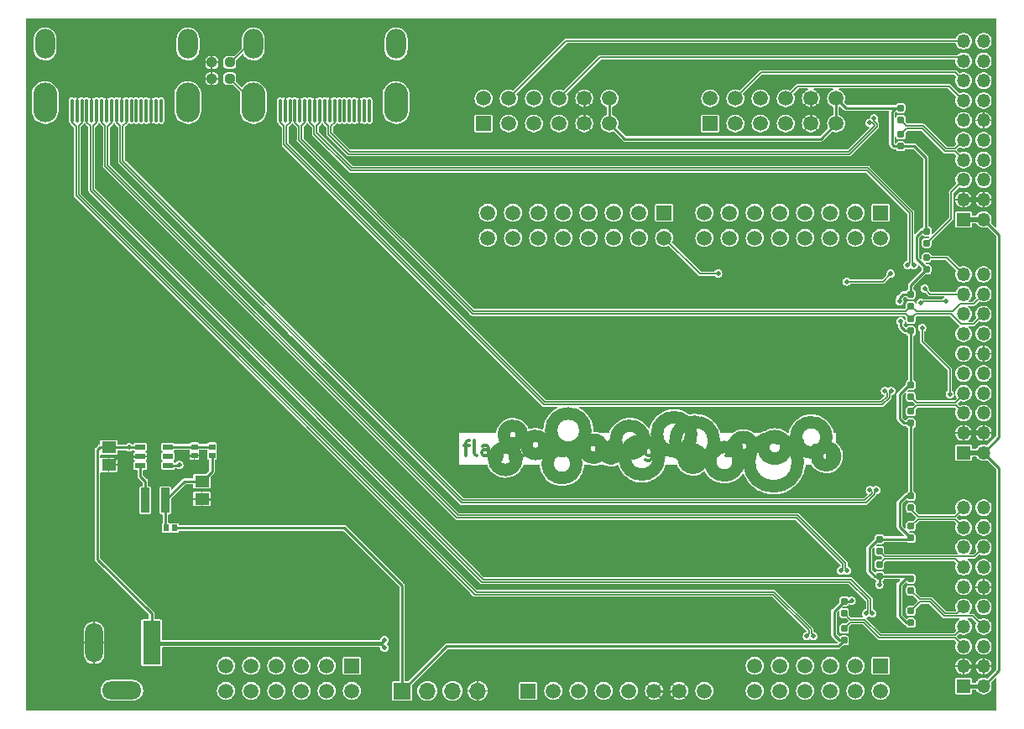
<source format=gbr>
%TF.GenerationSoftware,KiCad,Pcbnew,(6.0.6)*%
%TF.CreationDate,2022-08-23T23:43:20+09:00*%
%TF.ProjectId,ebaz_sdr,6562617a-5f73-4647-922e-6b696361645f,rev?*%
%TF.SameCoordinates,Original*%
%TF.FileFunction,Copper,L1,Top*%
%TF.FilePolarity,Positive*%
%FSLAX46Y46*%
G04 Gerber Fmt 4.6, Leading zero omitted, Abs format (unit mm)*
G04 Created by KiCad (PCBNEW (6.0.6)) date 2022-08-23 23:43:20*
%MOMM*%
%LPD*%
G01*
G04 APERTURE LIST*
G04 Aperture macros list*
%AMRoundRect*
0 Rectangle with rounded corners*
0 $1 Rounding radius*
0 $2 $3 $4 $5 $6 $7 $8 $9 X,Y pos of 4 corners*
0 Add a 4 corners polygon primitive as box body*
4,1,4,$2,$3,$4,$5,$6,$7,$8,$9,$2,$3,0*
0 Add four circle primitives for the rounded corners*
1,1,$1+$1,$2,$3*
1,1,$1+$1,$4,$5*
1,1,$1+$1,$6,$7*
1,1,$1+$1,$8,$9*
0 Add four rect primitives between the rounded corners*
20,1,$1+$1,$2,$3,$4,$5,0*
20,1,$1+$1,$4,$5,$6,$7,0*
20,1,$1+$1,$6,$7,$8,$9,0*
20,1,$1+$1,$8,$9,$2,$3,0*%
G04 Aperture macros list end*
%TA.AperFunction,NonConductor*%
%ADD10C,1.270000*%
%TD*%
%ADD11C,0.300000*%
%TA.AperFunction,NonConductor*%
%ADD12C,0.300000*%
%TD*%
%TA.AperFunction,SMDPad,CuDef*%
%ADD13R,0.600000X0.650000*%
%TD*%
%TA.AperFunction,SMDPad,CuDef*%
%ADD14R,0.999998X0.550012*%
%TD*%
%TA.AperFunction,SMDPad,CuDef*%
%ADD15R,0.650000X0.600000*%
%TD*%
%TA.AperFunction,SMDPad,CuDef*%
%ADD16R,0.850900X2.499360*%
%TD*%
%TA.AperFunction,SMDPad,CuDef*%
%ADD17R,1.470000X1.160000*%
%TD*%
%TA.AperFunction,SMDPad,CuDef*%
%ADD18RoundRect,0.160000X0.160000X-0.197500X0.160000X0.197500X-0.160000X0.197500X-0.160000X-0.197500X0*%
%TD*%
%TA.AperFunction,ComponentPad*%
%ADD19R,1.700000X1.700000*%
%TD*%
%TA.AperFunction,ComponentPad*%
%ADD20O,1.700000X1.700000*%
%TD*%
%TA.AperFunction,SMDPad,CuDef*%
%ADD21RoundRect,0.160000X-0.160000X0.197500X-0.160000X-0.197500X0.160000X-0.197500X0.160000X0.197500X0*%
%TD*%
%TA.AperFunction,ComponentPad*%
%ADD22R,1.800000X4.400000*%
%TD*%
%TA.AperFunction,ComponentPad*%
%ADD23O,1.800000X4.000000*%
%TD*%
%TA.AperFunction,ComponentPad*%
%ADD24O,4.000000X1.800000*%
%TD*%
%TA.AperFunction,ComponentPad*%
%ADD25R,1.500000X1.500000*%
%TD*%
%TA.AperFunction,ComponentPad*%
%ADD26C,1.500000*%
%TD*%
%TA.AperFunction,ComponentPad*%
%ADD27R,1.350000X1.350000*%
%TD*%
%TA.AperFunction,ComponentPad*%
%ADD28O,1.350000X1.350000*%
%TD*%
%TA.AperFunction,SMDPad,CuDef*%
%ADD29RoundRect,0.237500X0.250000X0.237500X-0.250000X0.237500X-0.250000X-0.237500X0.250000X-0.237500X0*%
%TD*%
%TA.AperFunction,SMDPad,CuDef*%
%ADD30O,0.300000X2.400000*%
%TD*%
%TA.AperFunction,ComponentPad*%
%ADD31O,2.400000X4.000000*%
%TD*%
%TA.AperFunction,ComponentPad*%
%ADD32O,2.000000X3.000000*%
%TD*%
%TA.AperFunction,ViaPad*%
%ADD33C,0.500380*%
%TD*%
%TA.AperFunction,Conductor*%
%ADD34C,0.254000*%
%TD*%
%TA.AperFunction,Conductor*%
%ADD35C,0.127000*%
%TD*%
%TA.AperFunction,Conductor*%
%ADD36C,0.381000*%
%TD*%
%TA.AperFunction,Conductor*%
%ADD37C,0.508000*%
%TD*%
G04 APERTURE END LIST*
D10*
X169900974Y-112903000D02*
G75*
G03*
X169900974Y-112903000I-1955987J0D01*
G01*
X152807810Y-113284000D02*
G75*
G03*
X152807810Y-113284000I-915810J0D01*
G01*
X181229001Y-112522000D02*
G75*
G03*
X181229001Y-112522000I-1529283J0D01*
G01*
X172378841Y-114935000D02*
G75*
G03*
X172378841Y-114935000I-1436841J0D01*
G01*
X150521810Y-112268000D02*
G75*
G03*
X150521810Y-112268000I-915810J0D01*
G01*
X177165000Y-113538000D02*
G75*
G03*
X177165000Y-113538000I-1143000J0D01*
G01*
X149979923Y-114681000D02*
G75*
G03*
X149979923Y-114681000I-1135923J0D01*
G01*
X173771574Y-113411000D02*
G75*
G03*
X173771574Y-113411000I-924574J0D01*
G01*
X178358987Y-115011013D02*
G75*
G03*
X178358987Y-115011013I-2463987J0D01*
G01*
X156007023Y-115189000D02*
G75*
G03*
X156007023Y-115189000I-1448023J0D01*
G01*
X156921387Y-111836387D02*
G75*
G03*
X156921387Y-111836387I-1727387J0D01*
G01*
X182118000Y-114427000D02*
G75*
G03*
X182118000Y-114427000I-915810J0D01*
G01*
X162840810Y-112776000D02*
G75*
G03*
X162840810Y-112776000I-1423810J0D01*
G01*
X167589387Y-112217387D02*
G75*
G03*
X167589387Y-112217387I-1727387J0D01*
G01*
X158649810Y-113665000D02*
G75*
G03*
X158649810Y-113665000I-915810J0D01*
G01*
X160147000Y-114046000D02*
G75*
G03*
X160147000Y-114046000I-635000J0D01*
G01*
X164338000Y-114554000D02*
G75*
G03*
X164338000Y-114554000I-1727387J0D01*
G01*
X168682810Y-114681000D02*
G75*
G03*
X168682810Y-114681000I-915810J0D01*
G01*
D11*
D12*
X144659285Y-113343571D02*
X145230714Y-113343571D01*
X144873571Y-114343571D02*
X144873571Y-113057857D01*
X144945000Y-112915000D01*
X145087857Y-112843571D01*
X145230714Y-112843571D01*
X145945000Y-114343571D02*
X145802142Y-114272142D01*
X145730714Y-114129285D01*
X145730714Y-112843571D01*
X147159285Y-114343571D02*
X147159285Y-113557857D01*
X147087857Y-113415000D01*
X146945000Y-113343571D01*
X146659285Y-113343571D01*
X146516428Y-113415000D01*
X147159285Y-114272142D02*
X147016428Y-114343571D01*
X146659285Y-114343571D01*
X146516428Y-114272142D01*
X146445000Y-114129285D01*
X146445000Y-113986428D01*
X146516428Y-113843571D01*
X146659285Y-113772142D01*
X147016428Y-113772142D01*
X147159285Y-113700714D01*
X148516428Y-113343571D02*
X148516428Y-114557857D01*
X148445000Y-114700714D01*
X148373571Y-114772142D01*
X148230714Y-114843571D01*
X148016428Y-114843571D01*
X147873571Y-114772142D01*
X148516428Y-114272142D02*
X148373571Y-114343571D01*
X148087857Y-114343571D01*
X147945000Y-114272142D01*
X147873571Y-114200714D01*
X147802142Y-114057857D01*
X147802142Y-113629285D01*
X147873571Y-113486428D01*
X147945000Y-113415000D01*
X148087857Y-113343571D01*
X148373571Y-113343571D01*
X148516428Y-113415000D01*
X149659285Y-114915000D02*
X149587857Y-114915000D01*
X149445000Y-114843571D01*
X149373571Y-114700714D01*
X149373571Y-113986428D01*
X149302142Y-113843571D01*
X149159285Y-113772142D01*
X149302142Y-113700714D01*
X149373571Y-113557857D01*
X149373571Y-112843571D01*
X149445000Y-112700714D01*
X149587857Y-112629285D01*
X149659285Y-112629285D01*
X150445000Y-113486428D02*
X150302142Y-113415000D01*
X150230714Y-113343571D01*
X150159285Y-113200714D01*
X150159285Y-113129285D01*
X150230714Y-112986428D01*
X150302142Y-112915000D01*
X150445000Y-112843571D01*
X150730714Y-112843571D01*
X150873571Y-112915000D01*
X150945000Y-112986428D01*
X151016428Y-113129285D01*
X151016428Y-113200714D01*
X150945000Y-113343571D01*
X150873571Y-113415000D01*
X150730714Y-113486428D01*
X150445000Y-113486428D01*
X150302142Y-113557857D01*
X150230714Y-113629285D01*
X150159285Y-113772142D01*
X150159285Y-114057857D01*
X150230714Y-114200714D01*
X150302142Y-114272142D01*
X150445000Y-114343571D01*
X150730714Y-114343571D01*
X150873571Y-114272142D01*
X150945000Y-114200714D01*
X151016428Y-114057857D01*
X151016428Y-113772142D01*
X150945000Y-113629285D01*
X150873571Y-113557857D01*
X150730714Y-113486428D01*
X151302142Y-114486428D02*
X152445000Y-114486428D01*
X153587857Y-114343571D02*
X152730714Y-114343571D01*
X153159285Y-114343571D02*
X153159285Y-112843571D01*
X153016428Y-113057857D01*
X152873571Y-113200714D01*
X152730714Y-113272142D01*
X154873571Y-114343571D02*
X154873571Y-113557857D01*
X154802142Y-113415000D01*
X154659285Y-113343571D01*
X154373571Y-113343571D01*
X154230714Y-113415000D01*
X154873571Y-114272142D02*
X154730714Y-114343571D01*
X154373571Y-114343571D01*
X154230714Y-114272142D01*
X154159285Y-114129285D01*
X154159285Y-113986428D01*
X154230714Y-113843571D01*
X154373571Y-113772142D01*
X154730714Y-113772142D01*
X154873571Y-113700714D01*
X155445000Y-113343571D02*
X155802142Y-114343571D01*
X156159285Y-113343571D02*
X155802142Y-114343571D01*
X155659285Y-114700714D01*
X155587857Y-114772142D01*
X155445000Y-114843571D01*
X156730714Y-113557857D02*
X157230714Y-113557857D01*
X157445000Y-114343571D02*
X156730714Y-114343571D01*
X156730714Y-112843571D01*
X157445000Y-112843571D01*
X158945000Y-114343571D02*
X158445000Y-113629285D01*
X158087857Y-114343571D02*
X158087857Y-112843571D01*
X158659285Y-112843571D01*
X158802142Y-112915000D01*
X158873571Y-112986428D01*
X158945000Y-113129285D01*
X158945000Y-113343571D01*
X158873571Y-113486428D01*
X158802142Y-113557857D01*
X158659285Y-113629285D01*
X158087857Y-113629285D01*
X159230714Y-114486428D02*
X160373571Y-114486428D01*
X160730714Y-114343571D02*
X160730714Y-113343571D01*
X160730714Y-113629285D02*
X160802142Y-113486428D01*
X160873571Y-113415000D01*
X161016428Y-113343571D01*
X161159285Y-113343571D01*
X161873571Y-114343571D02*
X161730714Y-114272142D01*
X161659285Y-114200714D01*
X161587857Y-114057857D01*
X161587857Y-113629285D01*
X161659285Y-113486428D01*
X161730714Y-113415000D01*
X161873571Y-113343571D01*
X162087857Y-113343571D01*
X162230714Y-113415000D01*
X162302142Y-113486428D01*
X162373571Y-113629285D01*
X162373571Y-114057857D01*
X162302142Y-114200714D01*
X162230714Y-114272142D01*
X162087857Y-114343571D01*
X161873571Y-114343571D01*
X163659285Y-113343571D02*
X163659285Y-114557857D01*
X163587857Y-114700714D01*
X163516428Y-114772142D01*
X163373571Y-114843571D01*
X163159285Y-114843571D01*
X163016428Y-114772142D01*
X163659285Y-114272142D02*
X163516428Y-114343571D01*
X163230714Y-114343571D01*
X163087857Y-114272142D01*
X163016428Y-114200714D01*
X162945000Y-114057857D01*
X162945000Y-113629285D01*
X163016428Y-113486428D01*
X163087857Y-113415000D01*
X163230714Y-113343571D01*
X163516428Y-113343571D01*
X163659285Y-113415000D01*
X164945000Y-114272142D02*
X164802142Y-114343571D01*
X164516428Y-114343571D01*
X164373571Y-114272142D01*
X164302142Y-114129285D01*
X164302142Y-113557857D01*
X164373571Y-113415000D01*
X164516428Y-113343571D01*
X164802142Y-113343571D01*
X164945000Y-113415000D01*
X165016428Y-113557857D01*
X165016428Y-113700714D01*
X164302142Y-113843571D01*
X166516428Y-114343571D02*
X166016428Y-113629285D01*
X165659285Y-114343571D02*
X165659285Y-112843571D01*
X166230714Y-112843571D01*
X166373571Y-112915000D01*
X166445000Y-112986428D01*
X166516428Y-113129285D01*
X166516428Y-113343571D01*
X166445000Y-113486428D01*
X166373571Y-113557857D01*
X166230714Y-113629285D01*
X165659285Y-113629285D01*
X167087857Y-114272142D02*
X167302142Y-114343571D01*
X167659285Y-114343571D01*
X167802142Y-114272142D01*
X167873571Y-114200714D01*
X167945000Y-114057857D01*
X167945000Y-113915000D01*
X167873571Y-113772142D01*
X167802142Y-113700714D01*
X167659285Y-113629285D01*
X167373571Y-113557857D01*
X167230714Y-113486428D01*
X167159285Y-113415000D01*
X167087857Y-113272142D01*
X167087857Y-113129285D01*
X167159285Y-112986428D01*
X167230714Y-112915000D01*
X167373571Y-112843571D01*
X167730714Y-112843571D01*
X167945000Y-112915000D01*
X168230714Y-114486428D02*
X169373571Y-114486428D01*
X169945000Y-113486428D02*
X169802142Y-113415000D01*
X169730714Y-113343571D01*
X169659285Y-113200714D01*
X169659285Y-113129285D01*
X169730714Y-112986428D01*
X169802142Y-112915000D01*
X169945000Y-112843571D01*
X170230714Y-112843571D01*
X170373571Y-112915000D01*
X170445000Y-112986428D01*
X170516428Y-113129285D01*
X170516428Y-113200714D01*
X170445000Y-113343571D01*
X170373571Y-113415000D01*
X170230714Y-113486428D01*
X169945000Y-113486428D01*
X169802142Y-113557857D01*
X169730714Y-113629285D01*
X169659285Y-113772142D01*
X169659285Y-114057857D01*
X169730714Y-114200714D01*
X169802142Y-114272142D01*
X169945000Y-114343571D01*
X170230714Y-114343571D01*
X170373571Y-114272142D01*
X170445000Y-114200714D01*
X170516428Y-114057857D01*
X170516428Y-113772142D01*
X170445000Y-113629285D01*
X170373571Y-113557857D01*
X170230714Y-113486428D01*
X171945000Y-114343571D02*
X171087857Y-114343571D01*
X171516428Y-114343571D02*
X171516428Y-112843571D01*
X171373571Y-113057857D01*
X171230714Y-113200714D01*
X171087857Y-113272142D01*
X172587857Y-114343571D02*
X172587857Y-113343571D01*
X172587857Y-112843571D02*
X172516428Y-112915000D01*
X172587857Y-112986428D01*
X172659285Y-112915000D01*
X172587857Y-112843571D01*
X172587857Y-112986428D01*
X173302142Y-113343571D02*
X173302142Y-114343571D01*
X173302142Y-113486428D02*
X173373571Y-113415000D01*
X173516428Y-113343571D01*
X173730714Y-113343571D01*
X173873571Y-113415000D01*
X173945000Y-113557857D01*
X173945000Y-114343571D01*
X175302142Y-114343571D02*
X175302142Y-112843571D01*
X175302142Y-114272142D02*
X175159285Y-114343571D01*
X174873571Y-114343571D01*
X174730714Y-114272142D01*
X174659285Y-114200714D01*
X174587857Y-114057857D01*
X174587857Y-113629285D01*
X174659285Y-113486428D01*
X174730714Y-113415000D01*
X174873571Y-113343571D01*
X175159285Y-113343571D01*
X175302142Y-113415000D01*
X175659285Y-114486428D02*
X176802142Y-114486428D01*
X176945000Y-112843571D02*
X177445000Y-114343571D01*
X177945000Y-112843571D01*
X179230714Y-114343571D02*
X178373571Y-114343571D01*
X178802142Y-114343571D02*
X178802142Y-112843571D01*
X178659285Y-113057857D01*
X178516428Y-113200714D01*
X178373571Y-113272142D01*
X180516428Y-114343571D02*
X180516428Y-113557857D01*
X180445000Y-113415000D01*
X180302142Y-113343571D01*
X180016428Y-113343571D01*
X179873571Y-113415000D01*
X180516428Y-114272142D02*
X180373571Y-114343571D01*
X180016428Y-114343571D01*
X179873571Y-114272142D01*
X179802142Y-114129285D01*
X179802142Y-113986428D01*
X179873571Y-113843571D01*
X180016428Y-113772142D01*
X180373571Y-113772142D01*
X180516428Y-113700714D01*
X181087857Y-114915000D02*
X181159285Y-114915000D01*
X181302142Y-114843571D01*
X181373571Y-114700714D01*
X181373571Y-113986428D01*
X181445000Y-113843571D01*
X181587857Y-113772142D01*
X181445000Y-113700714D01*
X181373571Y-113557857D01*
X181373571Y-112843571D01*
X181302142Y-112700714D01*
X181159285Y-112629285D01*
X181087857Y-112629285D01*
D13*
%TO.P,RP3,1,1*%
%TO.N,/VCC3V3*%
X115487500Y-121664999D03*
%TO.P,RP3,2,2*%
%TO.N,Net-(CP2-Pad2)*%
X114637497Y-121665002D03*
%TD*%
D14*
%TO.P,UP1,1,EN*%
%TO.N,+12V*%
X112016558Y-113475912D03*
%TO.P,UP1,2,GND*%
%TO.N,GND*%
X112016558Y-114425923D03*
%TO.P,UP1,3,LX*%
%TO.N,Net-(LP1-Pad1)*%
X112016558Y-115375934D03*
%TO.P,UP1,4,VIN*%
%TO.N,+12V*%
X114816552Y-115375934D03*
%TO.P,UP1,5,NC*%
%TO.N,unconnected-(UP1-Pad5)*%
X114816552Y-114425923D03*
%TO.P,UP1,6,FB*%
%TO.N,Net-(RP1-Pad1)*%
X114816552Y-113475912D03*
%TD*%
D15*
%TO.P,RP2,1,1*%
%TO.N,Net-(CP2-Pad2)*%
X119253500Y-114342999D03*
%TO.P,RP2,2,2*%
%TO.N,Net-(RP1-Pad1)*%
X119253497Y-113492996D03*
%TD*%
%TO.P,RP1,1,1*%
%TO.N,Net-(RP1-Pad1)*%
X117475500Y-113492999D03*
%TO.P,RP1,2,2*%
%TO.N,GND*%
X117475503Y-114343002D03*
%TD*%
D16*
%TO.P,LP1,1,1*%
%TO.N,Net-(LP1-Pad1)*%
X112524532Y-118870999D03*
%TO.P,LP1,2,2*%
%TO.N,Net-(CP2-Pad2)*%
X114556532Y-118870999D03*
%TD*%
D17*
%TO.P,CP2,1,1*%
%TO.N,GND*%
X118237500Y-118745000D03*
%TO.P,CP2,2,2*%
%TO.N,Net-(CP2-Pad2)*%
X118237500Y-116964998D03*
%TD*%
%TO.P,CP1,1,1*%
%TO.N,GND*%
X108839500Y-115314999D03*
%TO.P,CP1,2,2*%
%TO.N,+12V*%
X108839500Y-113534997D03*
%TD*%
D18*
%TO.P,R17,1*%
%TO.N,/VCC3V3*%
X189738000Y-122682000D03*
%TO.P,R17,2*%
%TO.N,/TMDS_D2_N*%
X189738000Y-121487000D03*
%TD*%
D19*
%TO.P,J9,1,Pin_1*%
%TO.N,/VCC3V3*%
X138433277Y-138114532D03*
D20*
%TO.P,J9,2,Pin_2*%
%TO.N,unconnected-(J9-Pad2)*%
X140973277Y-138114532D03*
%TO.P,J9,3,Pin_3*%
%TO.N,unconnected-(J9-Pad3)*%
X143513277Y-138114532D03*
%TO.P,J9,4,Pin_4*%
%TO.N,GND*%
X146053277Y-138114532D03*
%TD*%
D21*
%TO.P,R12,1*%
%TO.N,/VCC3V3*%
X189738000Y-126783500D03*
%TO.P,R12,2*%
%TO.N,/TMDS_D0_P*%
X189738000Y-127978500D03*
%TD*%
D22*
%TO.P,J7,1*%
%TO.N,+12V*%
X113157000Y-133258001D03*
D23*
%TO.P,J7,2*%
%TO.N,GND*%
X107357000Y-133258001D03*
D24*
%TO.P,J7,3*%
%TO.N,N/C*%
X110157000Y-138058001D03*
%TD*%
D25*
%TO.P,PMODA1,1,1*%
%TO.N,/P1_P*%
X146638747Y-80848200D03*
D26*
%TO.P,PMODA1,2,2*%
%TO.N,/P2_P*%
X146638747Y-78308200D03*
%TO.P,PMODA1,3,3*%
%TO.N,/P1_N*%
X149178747Y-80848200D03*
%TO.P,PMODA1,4,4*%
%TO.N,/P2_N*%
X149178747Y-78308200D03*
%TO.P,PMODA1,5,5*%
%TO.N,/P3_P*%
X151718747Y-80848200D03*
%TO.P,PMODA1,6,6*%
%TO.N,/P4_P*%
X151718747Y-78308200D03*
%TO.P,PMODA1,7,7*%
%TO.N,/P3_N*%
X154258747Y-80848200D03*
%TO.P,PMODA1,8,8*%
%TO.N,/P4_N*%
X154258747Y-78308200D03*
%TO.P,PMODA1,9,9*%
%TO.N,GND*%
X156798747Y-80848200D03*
%TO.P,PMODA1,10,10*%
X156798747Y-78308200D03*
%TO.P,PMODA1,11,11*%
%TO.N,/VCC3V3*%
X159338747Y-80848200D03*
%TO.P,PMODA1,12,12*%
X159338747Y-78308200D03*
%TD*%
D25*
%TO.P,J2J1,1,1*%
%TO.N,/CTRL_OUT3*%
X164849277Y-89854532D03*
D26*
%TO.P,J2J1,2,2*%
%TO.N,/SPI_DO*%
X164849277Y-92394532D03*
%TO.P,J2J1,3,3*%
%TO.N,/CTRL_OUT1*%
X162309277Y-89854532D03*
%TO.P,J2J1,4,4*%
%TO.N,/CTRL_OUT2*%
X162309277Y-92394532D03*
%TO.P,J2J1,5,5*%
%TO.N,/CTRL_IN3*%
X159769277Y-89854532D03*
%TO.P,J2J1,6,6*%
%TO.N,/CTRL_IN0*%
X159769277Y-92394532D03*
%TO.P,J2J1,7,7*%
%TO.N,/CTRL_IN2*%
X157229277Y-89854532D03*
%TO.P,J2J1,8,8*%
%TO.N,/CTRL_IN1*%
X157229277Y-92394532D03*
%TO.P,J2J1,9*%
%TO.N,N/C*%
X154689277Y-89854532D03*
%TO.P,J2J1,10*%
X154689277Y-92394532D03*
%TO.P,J2J1,11*%
X152149277Y-89854532D03*
%TO.P,J2J1,12*%
X152149277Y-92394532D03*
%TO.P,J2J1,13*%
X149609277Y-89854532D03*
%TO.P,J2J1,14*%
X149609277Y-92394532D03*
%TO.P,J2J1,15*%
X147069277Y-89854532D03*
%TO.P,J2J1,16*%
X147069277Y-92394532D03*
%TD*%
D18*
%TO.P,R3,1*%
%TO.N,/VCC3V3*%
X191338500Y-95580500D03*
%TO.P,R3,2*%
%TO.N,/TMDS_FRAME_N*%
X191338500Y-94385500D03*
%TD*%
%TO.P,R15,1*%
%TO.N,/VCC3V3*%
X183007000Y-133021000D03*
%TO.P,R15,2*%
%TO.N,/TMDS_D5_N*%
X183007000Y-131826000D03*
%TD*%
D25*
%TO.P,PMODB1,1,1*%
%TO.N,/Q1_P*%
X169498747Y-80848200D03*
D26*
%TO.P,PMODB1,2,2*%
%TO.N,/Q2_P*%
X169498747Y-78308200D03*
%TO.P,PMODB1,3,3*%
%TO.N,/Q1_N*%
X172038747Y-80848200D03*
%TO.P,PMODB1,4,4*%
%TO.N,/Q2_N*%
X172038747Y-78308200D03*
%TO.P,PMODB1,5,5*%
%TO.N,/Q3_P*%
X174578747Y-80848200D03*
%TO.P,PMODB1,6,6*%
%TO.N,/Q4_P*%
X174578747Y-78308200D03*
%TO.P,PMODB1,7,7*%
%TO.N,/Q3_N*%
X177118747Y-80848200D03*
%TO.P,PMODB1,8,8*%
%TO.N,/Q4_N*%
X177118747Y-78308200D03*
%TO.P,PMODB1,9,9*%
%TO.N,GND*%
X179658747Y-80848200D03*
%TO.P,PMODB1,10,10*%
X179658747Y-78308200D03*
%TO.P,PMODB1,11,11*%
%TO.N,/VCC3V3*%
X182198747Y-80848200D03*
%TO.P,PMODB1,12,12*%
X182198747Y-78308200D03*
%TD*%
D21*
%TO.P,R14,1*%
%TO.N,/VCC3V3*%
X183007000Y-129069500D03*
%TO.P,R14,2*%
%TO.N,/TMDS_D5_P*%
X183007000Y-130264500D03*
%TD*%
D27*
%TO.P,J6,1,Pin_1*%
%TO.N,+12V*%
X195065000Y-137625600D03*
D28*
%TO.P,J6,2,Pin_2*%
X197065000Y-137625600D03*
%TO.P,J6,3,Pin_3*%
%TO.N,GND*%
X195065000Y-135625600D03*
%TO.P,J6,4,Pin_4*%
X197065000Y-135625600D03*
%TO.P,J6,5,Pin_5*%
%TO.N,/TMDS_D5_N*%
X195065000Y-133625600D03*
%TO.P,J6,6,Pin_6*%
%TO.N,unconnected-(J6-Pad6)*%
X197065000Y-133625600D03*
%TO.P,J6,7,Pin_7*%
%TO.N,/TMDS_D5_P*%
X195065000Y-131625600D03*
%TO.P,J6,8,Pin_8*%
%TO.N,/TMDS_D0_N*%
X197065000Y-131625600D03*
%TO.P,J6,9,Pin_9*%
%TO.N,/TMDS_D0_P*%
X195065000Y-129625600D03*
%TO.P,J6,10,Pin_10*%
%TO.N,unconnected-(J6-Pad10)*%
X197065000Y-129625600D03*
%TO.P,J6,11,Pin_11*%
%TO.N,unconnected-(J6-Pad11)*%
X195065000Y-127625600D03*
%TO.P,J6,12,Pin_12*%
%TO.N,GND*%
X197065000Y-127625600D03*
%TO.P,J6,13,Pin_13*%
%TO.N,/TMDS_D4_N*%
X195065000Y-125625600D03*
%TO.P,J6,14,Pin_14*%
%TO.N,unconnected-(J6-Pad14)*%
X197065000Y-125625600D03*
%TO.P,J6,15,Pin_15*%
%TO.N,/SPI_DO*%
X195065000Y-123625600D03*
%TO.P,J6,16,Pin_16*%
%TO.N,/TMDS_D4_P*%
X197065000Y-123625600D03*
%TO.P,J6,17,Pin_17*%
%TO.N,/TMDS_D2_N*%
X195065000Y-121625600D03*
%TO.P,J6,18,Pin_18*%
%TO.N,/AD9361_CLKOUT*%
X197065000Y-121625600D03*
%TO.P,J6,19,Pin_19*%
%TO.N,/TMDS_D2_P*%
X195065000Y-119625600D03*
%TO.P,J6,20,Pin_20*%
%TO.N,unconnected-(J6-Pad20)*%
X197065000Y-119625600D03*
%TD*%
D25*
%TO.P,J8,1,1*%
%TO.N,/CTRL_OUT5*%
X133353277Y-135574532D03*
D26*
%TO.P,J8,2,2*%
%TO.N,/CTRL_OUT4*%
X133353277Y-138114532D03*
%TO.P,J8,3,3*%
%TO.N,/CTRL_OUT6*%
X130813277Y-135574532D03*
%TO.P,J8,4,4*%
%TO.N,/CTRL_OUT7*%
X130813277Y-138114532D03*
%TO.P,J8,5,5*%
%TO.N,/CTRL_OUT0*%
X128273277Y-135574532D03*
%TO.P,J8,6,6*%
%TO.N,/CTRL_OUT3*%
X128273277Y-138114532D03*
%TO.P,J8,7,7*%
%TO.N,/CTRL_OUT2*%
X125733277Y-135574532D03*
%TO.P,J8,8,8*%
%TO.N,/CTRL_OUT1*%
X125733277Y-138114532D03*
%TO.P,J8,9,9*%
%TO.N,/CTRL_IN0*%
X123193277Y-135574532D03*
%TO.P,J8,10,10*%
%TO.N,/CTRL_IN3*%
X123193277Y-138114532D03*
%TO.P,J8,11,11*%
%TO.N,/CTRL_IN1*%
X120653277Y-135574532D03*
%TO.P,J8,12,12*%
%TO.N,/CTRL_IN2*%
X120653277Y-138114532D03*
%TD*%
D27*
%TO.P,J5,1,Pin_1*%
%TO.N,+12V*%
X195065000Y-114079800D03*
D28*
%TO.P,J5,2,Pin_2*%
X197065000Y-114079800D03*
%TO.P,J5,3,Pin_3*%
%TO.N,GND*%
X195065000Y-112079800D03*
%TO.P,J5,4,Pin_4*%
X197065000Y-112079800D03*
%TO.P,J5,5,Pin_5*%
%TO.N,/TMDS_D3_N*%
X195065000Y-110079800D03*
%TO.P,J5,6,Pin_6*%
%TO.N,/AD9361_RST*%
X197065000Y-110079800D03*
%TO.P,J5,7,Pin_7*%
%TO.N,/TMDS_D3_P*%
X195065000Y-108079800D03*
%TO.P,J5,8,Pin_8*%
%TO.N,/SPI_DI*%
X197065000Y-108079800D03*
%TO.P,J5,9,Pin_9*%
%TO.N,/SPI_ENB*%
X195065000Y-106079800D03*
%TO.P,J5,10,Pin_10*%
%TO.N,unconnected-(J5-Pad10)*%
X197065000Y-106079800D03*
%TO.P,J5,11,Pin_11*%
%TO.N,/SPI_CLK*%
X195065000Y-104079800D03*
%TO.P,J5,12,Pin_12*%
%TO.N,GND*%
X197065000Y-104079800D03*
%TO.P,J5,13,Pin_13*%
%TO.N,/P1_P*%
X195065000Y-102079800D03*
%TO.P,J5,14,Pin_14*%
%TO.N,/EN_AGC*%
X197065000Y-102079800D03*
%TO.P,J5,15,Pin_15*%
%TO.N,/TXNRX*%
X195065000Y-100079800D03*
%TO.P,J5,16,Pin_16*%
%TO.N,/TMDS_D1_P*%
X197065000Y-100079800D03*
%TO.P,J5,17,Pin_17*%
%TO.N,/ENABLE*%
X195065000Y-98079800D03*
%TO.P,J5,18,Pin_18*%
%TO.N,/TMDS_D1_N*%
X197065000Y-98079800D03*
%TO.P,J5,19,Pin_19*%
%TO.N,/TMDS_FRAME_N*%
X195065000Y-96079800D03*
%TO.P,J5,20,Pin_20*%
%TO.N,/P3_P*%
X197065000Y-96079800D03*
%TD*%
D25*
%TO.P,J1,1,1*%
%TO.N,/ENABLE*%
X186693277Y-89854532D03*
D26*
%TO.P,J1,2,2*%
%TO.N,/XTAL1V8*%
X186693277Y-92394532D03*
%TO.P,J1,3,3*%
%TO.N,/EN_AGC*%
X184153277Y-89854532D03*
%TO.P,J1,4,4*%
%TO.N,/AD9361_RST*%
X184153277Y-92394532D03*
%TO.P,J1,5,5*%
%TO.N,/SPI_CLK*%
X181613277Y-89854532D03*
%TO.P,J1,6,6*%
%TO.N,/SPI_ENB*%
X181613277Y-92394532D03*
%TO.P,J1,7,7*%
%TO.N,/SPI_DI*%
X179073277Y-89854532D03*
%TO.P,J1,8,8*%
%TO.N,/TXNRX*%
X179073277Y-92394532D03*
%TO.P,J1,9,9*%
%TO.N,/OI9*%
X176533277Y-89854532D03*
%TO.P,J1,10,10*%
%TO.N,/OI10*%
X176533277Y-92394532D03*
%TO.P,J1,11,11*%
%TO.N,/CTRL_OUT4*%
X173993277Y-89854532D03*
%TO.P,J1,12,12*%
%TO.N,/CTRL_OUT0*%
X173993277Y-92394532D03*
%TO.P,J1,13,13*%
%TO.N,/AD9361_CLKOUT*%
X171453277Y-89854532D03*
%TO.P,J1,14,14*%
%TO.N,/CTRL_OUT5*%
X171453277Y-92394532D03*
%TO.P,J1,15,15*%
%TO.N,/CTRL_OUT7*%
X168913277Y-89854532D03*
%TO.P,J1,16,16*%
%TO.N,/CTRL_OUT6*%
X168913277Y-92394532D03*
%TD*%
D21*
%TO.P,R5,1*%
%TO.N,/VCC3V3*%
X189738000Y-98081500D03*
%TO.P,R5,2*%
%TO.N,/TMDS_D1_N*%
X189738000Y-99276500D03*
%TD*%
D29*
%TO.P,R1,1,1*%
%TO.N,Net-(C1-Pad1)*%
X121054500Y-76327000D03*
%TO.P,R1,2,2*%
%TO.N,GND*%
X119229500Y-76327000D03*
%TD*%
D18*
%TO.P,R11,1*%
%TO.N,/VCC3V3*%
X186563000Y-126544000D03*
%TO.P,R11,2*%
%TO.N,/TMDS_D4_N*%
X186563000Y-125349000D03*
%TD*%
%TO.P,R4,1*%
%TO.N,/VCC3V3*%
X189738000Y-101764500D03*
%TO.P,R4,2*%
%TO.N,/TMDS_D1_P*%
X189738000Y-100569500D03*
%TD*%
D30*
%TO.P,HDMI2,1,DATA2+*%
%TO.N,/TMDS_D5_P*%
X105124352Y-79527400D03*
%TO.P,HDMI2,2,D2_SHIELD*%
%TO.N,GND*%
X105624351Y-79527400D03*
%TO.P,HDMI2,3,DATA2-*%
%TO.N,/TMDS_D5_N*%
X106124350Y-79527400D03*
%TO.P,HDMI2,4,DATA1+*%
%TO.N,/TMDS_D0_P*%
X106624349Y-79527400D03*
%TO.P,HDMI2,5,D1_SHIELD*%
%TO.N,GND*%
X107124348Y-79527400D03*
%TO.P,HDMI2,6,DATA1-*%
%TO.N,/TMDS_D0_N*%
X107624347Y-79527400D03*
%TO.P,HDMI2,7,DATA0+*%
%TO.N,/TMDS_D4_P*%
X108124346Y-79527400D03*
%TO.P,HDMI2,8,D0_SHIELD*%
%TO.N,GND*%
X108624345Y-79527400D03*
%TO.P,HDMI2,9,DATA0-*%
%TO.N,/TMDS_D4_N*%
X109124344Y-79527400D03*
%TO.P,HDMI2,10,CLK+*%
%TO.N,/TMDS_D2_P*%
X109624343Y-79527400D03*
%TO.P,HDMI2,11,CK_SHIELD*%
%TO.N,GND*%
X110124342Y-79527400D03*
%TO.P,HDMI2,12,CLK-*%
%TO.N,/TMDS_D2_N*%
X110624341Y-79527400D03*
%TO.P,HDMI2,13,CEC*%
%TO.N,unconnected-(HDMI2-Pad13)*%
X111124340Y-79527400D03*
%TO.P,HDMI2,14,HEAC+*%
%TO.N,unconnected-(HDMI2-Pad14)*%
X111624339Y-79527400D03*
%TO.P,HDMI2,15,DDC_CLK*%
%TO.N,unconnected-(HDMI2-Pad15)*%
X112124338Y-79527400D03*
%TO.P,HDMI2,16,DDC_DATA*%
%TO.N,unconnected-(HDMI2-Pad16)*%
X112624337Y-79527400D03*
%TO.P,HDMI2,17,DDC_GND*%
%TO.N,GND*%
X113124336Y-79527400D03*
%TO.P,HDMI2,18,DDC_VCC5*%
%TO.N,unconnected-(HDMI2-Pad18)*%
X113624335Y-79527400D03*
%TO.P,HDMI2,19,HEAC-*%
%TO.N,unconnected-(HDMI2-Pad19)*%
X114124334Y-79527400D03*
D31*
%TO.P,HDMI2,SH1,SH1*%
%TO.N,Net-(C1-Pad1)*%
X102424343Y-78727399D03*
%TO.P,HDMI2,SH2,SH2*%
X116824344Y-78727399D03*
D32*
%TO.P,HDMI2,SH3,SH3*%
X102424343Y-72827401D03*
%TO.P,HDMI2,SH4,SH4*%
X116824344Y-72827401D03*
%TD*%
D21*
%TO.P,R6,1*%
%TO.N,/VCC3V3*%
X189738000Y-107225500D03*
%TO.P,R6,2*%
%TO.N,/TMDS_D3_P*%
X189738000Y-108420500D03*
%TD*%
%TO.P,R10,1*%
%TO.N,/VCC3V3*%
X186563000Y-122809000D03*
%TO.P,R10,2*%
%TO.N,/TMDS_D4_P*%
X186563000Y-124004000D03*
%TD*%
D18*
%TO.P,R9,1*%
%TO.N,/VCC3V3*%
X188722000Y-83147500D03*
%TO.P,R9,2*%
%TO.N,/TMDS_CLK_N*%
X188722000Y-81952500D03*
%TD*%
%TO.P,R7,1*%
%TO.N,/VCC3V3*%
X189738000Y-111087500D03*
%TO.P,R7,2*%
%TO.N,/TMDS_D3_N*%
X189738000Y-109892500D03*
%TD*%
D21*
%TO.P,R16,1*%
%TO.N,/VCC3V3*%
X189738000Y-118439000D03*
%TO.P,R16,2*%
%TO.N,/TMDS_D2_P*%
X189738000Y-119634000D03*
%TD*%
D27*
%TO.P,J4,1,Pin_1*%
%TO.N,+12V*%
X195065000Y-90534000D03*
D28*
%TO.P,J4,2,Pin_2*%
X197065000Y-90534000D03*
%TO.P,J4,3,Pin_3*%
%TO.N,GND*%
X195065000Y-88534000D03*
%TO.P,J4,4,Pin_4*%
X197065000Y-88534000D03*
%TO.P,J4,5,Pin_5*%
%TO.N,/TMDS_FRAME_P*%
X195065000Y-86534000D03*
%TO.P,J4,6,Pin_6*%
%TO.N,/Q1_P*%
X197065000Y-86534000D03*
%TO.P,J4,7,Pin_7*%
%TO.N,/TMDS_CLK_N*%
X195065000Y-84534000D03*
%TO.P,J4,8,Pin_8*%
%TO.N,unconnected-(J4-Pad8)*%
X197065000Y-84534000D03*
%TO.P,J4,9,Pin_9*%
%TO.N,/TMDS_CLK_P*%
X195065000Y-82534000D03*
%TO.P,J4,10,Pin_10*%
%TO.N,unconnected-(J4-Pad10)*%
X197065000Y-82534000D03*
%TO.P,J4,11,Pin_11*%
%TO.N,/Q3_P*%
X195065000Y-80534000D03*
%TO.P,J4,12,Pin_12*%
%TO.N,GND*%
X197065000Y-80534000D03*
%TO.P,J4,13,Pin_13*%
%TO.N,/Q4_N*%
X195065000Y-78534000D03*
%TO.P,J4,14,Pin_14*%
%TO.N,unconnected-(J4-Pad14)*%
X197065000Y-78534000D03*
%TO.P,J4,15,Pin_15*%
%TO.N,/Q2_N*%
X195065000Y-76534000D03*
%TO.P,J4,16,Pin_16*%
%TO.N,unconnected-(J4-Pad16)*%
X197065000Y-76534000D03*
%TO.P,J4,17,Pin_17*%
%TO.N,/P4_N*%
X195065000Y-74534000D03*
%TO.P,J4,18,Pin_18*%
%TO.N,unconnected-(J4-Pad18)*%
X197065000Y-74534000D03*
%TO.P,J4,19,Pin_19*%
%TO.N,/P2_N*%
X195065000Y-72534000D03*
%TO.P,J4,20,Pin_20*%
%TO.N,unconnected-(J4-Pad20)*%
X197065000Y-72534000D03*
%TD*%
D21*
%TO.P,R8,1*%
%TO.N,/VCC3V3*%
X188722000Y-79285500D03*
%TO.P,R8,2*%
%TO.N,/TMDS_CLK_P*%
X188722000Y-80480500D03*
%TD*%
D30*
%TO.P,HDMI1,1,DATA2+*%
%TO.N,/TMDS_D3_P*%
X126124360Y-79527400D03*
%TO.P,HDMI1,2,D2_SHIELD*%
%TO.N,GND*%
X126624359Y-79527400D03*
%TO.P,HDMI1,3,DATA2-*%
%TO.N,/TMDS_D3_N*%
X127124358Y-79527400D03*
%TO.P,HDMI1,4,DATA1+*%
%TO.N,/TMDS_D1_P*%
X127624357Y-79527400D03*
%TO.P,HDMI1,5,D1_SHIELD*%
%TO.N,GND*%
X128124356Y-79527400D03*
%TO.P,HDMI1,6,DATA1-*%
%TO.N,/TMDS_D1_N*%
X128624355Y-79527400D03*
%TO.P,HDMI1,7,DATA0+*%
%TO.N,/TMDS_FRAME_P*%
X129124354Y-79527400D03*
%TO.P,HDMI1,8,D0_SHIELD*%
%TO.N,GND*%
X129624353Y-79527400D03*
%TO.P,HDMI1,9,DATA0-*%
%TO.N,/TMDS_FRAME_N*%
X130124352Y-79527400D03*
%TO.P,HDMI1,10,CLK+*%
%TO.N,/TMDS_CLK_P*%
X130624351Y-79527400D03*
%TO.P,HDMI1,11,CK_SHIELD*%
%TO.N,GND*%
X131124350Y-79527400D03*
%TO.P,HDMI1,12,CLK-*%
%TO.N,/TMDS_CLK_N*%
X131624349Y-79527400D03*
%TO.P,HDMI1,13,CEC*%
%TO.N,unconnected-(HDMI1-Pad13)*%
X132124348Y-79527400D03*
%TO.P,HDMI1,14,HEAC+*%
%TO.N,unconnected-(HDMI1-Pad14)*%
X132624347Y-79527400D03*
%TO.P,HDMI1,15,DDC_CLK*%
%TO.N,unconnected-(HDMI1-Pad15)*%
X133124346Y-79527400D03*
%TO.P,HDMI1,16,DDC_DATA*%
%TO.N,unconnected-(HDMI1-Pad16)*%
X133624345Y-79527400D03*
%TO.P,HDMI1,17,DDC_GND*%
%TO.N,GND*%
X134124344Y-79527400D03*
%TO.P,HDMI1,18,DDC_VCC5*%
%TO.N,unconnected-(HDMI1-Pad18)*%
X134624343Y-79527400D03*
%TO.P,HDMI1,19,HEAC-*%
%TO.N,unconnected-(HDMI1-Pad19)*%
X135124342Y-79527400D03*
D31*
%TO.P,HDMI1,SH1,SH1*%
%TO.N,Net-(C1-Pad1)*%
X123424351Y-78727399D03*
%TO.P,HDMI1,SH2,SH2*%
X137824352Y-78727399D03*
D32*
%TO.P,HDMI1,SH3,SH3*%
X123424351Y-72827401D03*
%TO.P,HDMI1,SH4,SH4*%
X137824352Y-72827401D03*
%TD*%
D18*
%TO.P,R13,1*%
%TO.N,/VCC3V3*%
X189738000Y-131228500D03*
%TO.P,R13,2*%
%TO.N,/TMDS_D0_N*%
X189738000Y-130033500D03*
%TD*%
D25*
%TO.P,J2,1,1*%
%TO.N,unconnected-(J2-Pad1)*%
X186693277Y-135574532D03*
D26*
%TO.P,J2,2,2*%
%TO.N,unconnected-(J2-Pad2)*%
X186693277Y-138114532D03*
%TO.P,J2,3,3*%
%TO.N,unconnected-(J2-Pad3)*%
X184153277Y-135574532D03*
%TO.P,J2,4,4*%
%TO.N,unconnected-(J2-Pad4)*%
X184153277Y-138114532D03*
%TO.P,J2,5,5*%
%TO.N,unconnected-(J2-Pad5)*%
X181613277Y-135574532D03*
%TO.P,J2,6,6*%
%TO.N,unconnected-(J2-Pad6)*%
X181613277Y-138114532D03*
%TO.P,J2,7,7*%
%TO.N,unconnected-(J2-Pad7)*%
X179073277Y-135574532D03*
%TO.P,J2,8,8*%
%TO.N,unconnected-(J2-Pad8)*%
X179073277Y-138114532D03*
%TO.P,J2,9,9*%
%TO.N,unconnected-(J2-Pad9)*%
X176533277Y-135574532D03*
%TO.P,J2,10,10*%
%TO.N,unconnected-(J2-Pad10)*%
X176533277Y-138114532D03*
%TO.P,J2,11,11*%
%TO.N,unconnected-(J2-Pad11)*%
X173993277Y-135574532D03*
%TO.P,J2,12,12*%
%TO.N,unconnected-(J2-Pad12)*%
X173993277Y-138114532D03*
%TD*%
D25*
%TO.P,J3,1,1*%
%TO.N,unconnected-(J3-Pad1)*%
X151133277Y-138114532D03*
D26*
%TO.P,J3,2,2*%
%TO.N,unconnected-(J3-Pad2)*%
X153673277Y-138114532D03*
%TO.P,J3,3,3*%
%TO.N,unconnected-(J3-Pad3)*%
X156213277Y-138114532D03*
%TO.P,J3,4,4*%
%TO.N,unconnected-(J3-Pad4)*%
X158753277Y-138114532D03*
%TO.P,J3,5,5*%
%TO.N,VCC_5V0*%
X161293277Y-138114532D03*
%TO.P,J3,6,6*%
%TO.N,GND*%
X163833277Y-138114532D03*
%TO.P,J3,7,7*%
X166373277Y-138114532D03*
%TO.P,J3,8,8*%
%TO.N,unconnected-(J3-Pad8)*%
X168913277Y-138114532D03*
%TD*%
D21*
%TO.P,R2,1*%
%TO.N,/VCC3V3*%
X191338500Y-91718500D03*
%TO.P,R2,2*%
%TO.N,/TMDS_FRAME_P*%
X191338500Y-92913500D03*
%TD*%
D29*
%TO.P,C1,1,1*%
%TO.N,Net-(C1-Pad1)*%
X121054500Y-74676000D03*
%TO.P,C1,2,2*%
%TO.N,GND*%
X119229500Y-74676000D03*
%TD*%
D33*
%TO.N,+12V*%
X110873507Y-113534992D03*
X115951500Y-115314999D03*
%TO.N,GND*%
X119507500Y-118743999D03*
X116586500Y-114298999D03*
X108331000Y-86741000D03*
X182118000Y-101346000D03*
X185674000Y-108077000D03*
X144653000Y-104902000D03*
X104521000Y-114554000D03*
X113665000Y-71374000D03*
X107823000Y-83947000D03*
X104521000Y-96647000D03*
X133477000Y-82423000D03*
X154305000Y-75692000D03*
X139192000Y-97536000D03*
X147320000Y-125730000D03*
X104521000Y-130683000D03*
X104648000Y-137922000D03*
X191389000Y-133604000D03*
X164592000Y-79756000D03*
X179832000Y-99060000D03*
X141732000Y-107569000D03*
X193167000Y-95631000D03*
X172466000Y-94869000D03*
X192024000Y-105156000D03*
X124333000Y-109347000D03*
X131699000Y-87122000D03*
X142113000Y-79629000D03*
X133731000Y-71628000D03*
X131826000Y-85217000D03*
X143764000Y-122047000D03*
X145923000Y-97917000D03*
X148209000Y-101473000D03*
X196596000Y-116078000D03*
X139954000Y-86487000D03*
X111506000Y-83947000D03*
X104521000Y-105791000D03*
X131953000Y-116967000D03*
X135509000Y-131191000D03*
X104521000Y-91948000D03*
X182499000Y-71247000D03*
X138811000Y-110363000D03*
X105791000Y-71247000D03*
X127381000Y-82550000D03*
X167767000Y-98933000D03*
X193294000Y-117856000D03*
X104521000Y-89027000D03*
X133096000Y-111887000D03*
X146050000Y-86487000D03*
X175006000Y-130048000D03*
X191262000Y-127762000D03*
X192913000Y-128524000D03*
X136779000Y-84582000D03*
X178562000Y-128397000D03*
X112141000Y-96647000D03*
X193294000Y-101473000D03*
X191389000Y-138684000D03*
X196723000Y-93091000D03*
X117856000Y-90551000D03*
X192786000Y-107696000D03*
X147320000Y-129540000D03*
X191135000Y-121793000D03*
X127000000Y-71628000D03*
X121285000Y-99695000D03*
X192278000Y-102870000D03*
X116713000Y-131572000D03*
X192287798Y-84331175D03*
X190881000Y-125857000D03*
X192151000Y-131445000D03*
X158750000Y-108204000D03*
X190500000Y-78232000D03*
X130683000Y-102743000D03*
X124790458Y-82632441D03*
X164846000Y-101473000D03*
X192659000Y-81280000D03*
X192532000Y-71247000D03*
X180340000Y-125603000D03*
X104521000Y-123571000D03*
X186563000Y-84201000D03*
X104267000Y-83947000D03*
X185166000Y-78232000D03*
X135255000Y-114046000D03*
X193802000Y-104902000D03*
X192405000Y-87122000D03*
X129413000Y-82550000D03*
%TO.N,/TMDS_D3_P*%
X189738000Y-108420500D03*
X187765690Y-107823000D03*
%TO.N,/TMDS_D3_N*%
X187138310Y-107823000D03*
X189738000Y-109892500D03*
%TO.N,/TMDS_FRAME_P*%
X189424310Y-95123000D03*
X191338500Y-92913500D03*
%TO.N,/TMDS_FRAME_N*%
X191338500Y-94385500D03*
X190051690Y-95123000D03*
%TO.N,/TMDS_CLK_P*%
X186041263Y-80344723D03*
X188722000Y-80518000D03*
%TO.N,/TMDS_CLK_N*%
X185597637Y-80788349D03*
X188722000Y-81915000D03*
%TO.N,/TMDS_D5_P*%
X179264310Y-132588000D03*
X183007000Y-130264500D03*
%TO.N,/TMDS_D5_N*%
X183007000Y-131826000D03*
X179891690Y-132588000D03*
%TO.N,/TMDS_D0_P*%
X189738000Y-127978500D03*
X185233310Y-130302000D03*
%TO.N,/TMDS_D0_N*%
X189738000Y-130033500D03*
X185860690Y-130302000D03*
%TO.N,/TMDS_D4_P*%
X186563000Y-124004000D03*
X182693310Y-125984000D03*
%TO.N,/TMDS_D4_N*%
X186563000Y-125349000D03*
X183320690Y-125984000D03*
%TO.N,/TMDS_D2_P*%
X189738000Y-119634000D03*
X186241690Y-117856000D03*
%TO.N,/TMDS_D2_N*%
X189738000Y-121487000D03*
X185614310Y-117856000D03*
%TO.N,/VCC3V3*%
X188722000Y-100838000D03*
X186563000Y-127381000D03*
X183769000Y-129032000D03*
X188595000Y-98806000D03*
%TO.N,/ENABLE*%
X191135000Y-97536000D03*
%TO.N,/AD9361_RST*%
X193675000Y-108204000D03*
X190881000Y-101473000D03*
%TO.N,/TXNRX*%
X190754000Y-98933000D03*
X183274047Y-96806386D03*
X193294000Y-98806000D03*
X187706000Y-96012000D03*
%TO.N,/SPI_DO*%
X170307000Y-96012000D03*
%TO.N,+12V*%
X136652000Y-133731000D03*
X136652000Y-132969000D03*
%TD*%
D34*
%TO.N,/VCC3V3*%
X115487500Y-121664999D02*
X132586999Y-121664999D01*
X132586999Y-121664999D02*
X138433277Y-127511277D01*
X138433277Y-127511277D02*
X138433277Y-138114532D01*
%TO.N,+12V*%
X113157000Y-133258001D02*
X113157000Y-130302000D01*
X113157000Y-130302000D02*
X107696000Y-124841000D01*
X107696000Y-124841000D02*
X107696000Y-113792000D01*
X107696000Y-113792000D02*
X107953003Y-113534997D01*
X107953003Y-113534997D02*
X108839500Y-113534997D01*
%TO.N,Net-(CP2-Pad2)*%
X114556532Y-118870999D02*
X114556532Y-121584037D01*
X114556532Y-121584037D02*
X114637497Y-121665002D01*
%TO.N,Net-(LP1-Pad1)*%
X112524532Y-118870999D02*
X112524532Y-116968031D01*
X112524532Y-116968031D02*
X112016557Y-116460056D01*
X112016557Y-116460056D02*
X112016557Y-115375934D01*
%TO.N,+12V*%
X108839500Y-113534992D02*
X110873507Y-113534992D01*
X110873507Y-113534992D02*
X111957477Y-113534992D01*
D35*
X115890565Y-115375934D02*
X115951500Y-115314999D01*
D34*
X114816552Y-115375934D02*
X115890565Y-115375934D01*
%TO.N,GND*%
X119506499Y-118745000D02*
X119507500Y-118743999D01*
X118237500Y-118745000D02*
X119506499Y-118745000D01*
%TO.N,Net-(CP2-Pad2)*%
X114556532Y-118870999D02*
X116462533Y-116964998D01*
X116462533Y-116964998D02*
X118237500Y-116964998D01*
X119253500Y-115948998D02*
X119253500Y-114342992D01*
X118237500Y-116964998D02*
X119253500Y-115948998D01*
%TO.N,Net-(RP1-Pad1)*%
X119253500Y-113493006D02*
X114833646Y-113493006D01*
D35*
X114833636Y-113492996D02*
X114816552Y-113475912D01*
D34*
%TO.N,GND*%
X116630503Y-114343002D02*
X116586500Y-114298999D01*
X117475503Y-114343002D02*
X116630503Y-114343002D01*
X108839500Y-115314999D02*
X109728576Y-114425923D01*
X109728576Y-114425923D02*
X112016558Y-114425923D01*
D35*
%TO.N,+12V*%
X111957473Y-113534997D02*
X112016558Y-113475912D01*
%TO.N,Net-(C1-Pad1)*%
X121054500Y-76357548D02*
X123424351Y-78727399D01*
X123006599Y-72827401D02*
X123424351Y-72827401D01*
X121054500Y-74676000D02*
X121158000Y-74676000D01*
X121158000Y-74676000D02*
X123006599Y-72827401D01*
X121054500Y-76327000D02*
X121054500Y-76357548D01*
D34*
%TO.N,GND*%
X156798747Y-78308200D02*
X156798747Y-80848200D01*
X179658747Y-78308200D02*
X179658747Y-80848200D01*
X193294000Y-101854000D02*
X192278000Y-102870000D01*
X192024000Y-105156000D02*
X192786000Y-105918000D01*
X192786000Y-105918000D02*
X192786000Y-107696000D01*
D36*
X195064990Y-135625611D02*
X197065011Y-135625611D01*
D34*
X192278000Y-103378000D02*
X192278000Y-102870000D01*
X193294000Y-101473000D02*
X193294000Y-101854000D01*
X193802000Y-104902000D02*
X192278000Y-103378000D01*
D37*
X195064990Y-112079811D02*
X197065011Y-112079811D01*
X195064990Y-88534011D02*
X197065011Y-88534011D01*
D34*
X163833277Y-138114532D02*
X166373277Y-138114532D01*
D35*
%TO.N,/TMDS_D3_P*%
X152728394Y-109220000D02*
X186869606Y-109220000D01*
X195065000Y-108211000D02*
X195065000Y-108079800D01*
X126497359Y-81100399D02*
X126497359Y-82988965D01*
X186869606Y-109220000D02*
X187579001Y-108510605D01*
X126124360Y-79527400D02*
X126124360Y-80727400D01*
X189738000Y-108420500D02*
X190346999Y-109029499D01*
X126124360Y-80727400D02*
X126497359Y-81100399D01*
X190346999Y-109029499D02*
X194246501Y-109029499D01*
X194246501Y-109029499D02*
X195065000Y-108211000D01*
X187579001Y-108510605D02*
X187579001Y-108009689D01*
X187579001Y-108009689D02*
X187765690Y-107823000D01*
X126497359Y-82988965D02*
X152728394Y-109220000D01*
%TO.N,/TMDS_D3_N*%
X190346999Y-109283501D02*
X194268700Y-109283500D01*
X194268700Y-109283500D02*
X195065000Y-110079800D01*
X126751359Y-81100399D02*
X126751359Y-82883753D01*
X126751359Y-82883753D02*
X152833606Y-108966000D01*
X186764394Y-108966000D02*
X187324999Y-108405395D01*
X187324999Y-108405395D02*
X187324999Y-108009689D01*
X152833606Y-108966000D02*
X186764394Y-108966000D01*
X189738000Y-109892500D02*
X190346999Y-109283501D01*
X127124358Y-80727400D02*
X126751359Y-81100399D01*
X187324999Y-108009689D02*
X187138310Y-107823000D01*
X127124358Y-79527400D02*
X127124358Y-80727400D01*
%TO.N,/TMDS_D1_P*%
X189738000Y-100569500D02*
X190231500Y-100076000D01*
X194818000Y-101092000D02*
X196052800Y-101092000D01*
X190231500Y-100076000D02*
X193802000Y-100076000D01*
X127624357Y-80738546D02*
X128016000Y-81130189D01*
X189218501Y-100050001D02*
X189738000Y-100569500D01*
X127624357Y-79527400D02*
X127624357Y-80738546D01*
X145537791Y-100050001D02*
X189218501Y-100050001D01*
X128016000Y-82528210D02*
X145537791Y-100050001D01*
X196052800Y-101092000D02*
X197065000Y-100079800D01*
X128016000Y-81130189D02*
X128016000Y-82528210D01*
X193802000Y-100076000D02*
X194818000Y-101092000D01*
%TO.N,/TMDS_D1_N*%
X145642999Y-99795999D02*
X189218501Y-99795999D01*
X194691000Y-99060000D02*
X196084800Y-99060000D01*
X193929000Y-99822000D02*
X194691000Y-99060000D01*
X189738000Y-99276500D02*
X190283500Y-99822000D01*
X128624355Y-79527400D02*
X128624355Y-80738546D01*
X128270000Y-81092901D02*
X128270000Y-82423000D01*
X128624355Y-80738546D02*
X128270000Y-81092901D01*
X189218501Y-99795999D02*
X189738000Y-99276500D01*
X190283500Y-99822000D02*
X193929000Y-99822000D01*
X128270000Y-82423000D02*
X145642999Y-99795999D01*
X196084800Y-99060000D02*
X197065000Y-98079800D01*
%TO.N,/TMDS_FRAME_P*%
X193802000Y-90450000D02*
X193802000Y-87797000D01*
X189610999Y-89915999D02*
X189610999Y-94878320D01*
X129124354Y-80738546D02*
X129540000Y-81154192D01*
X129124354Y-79527400D02*
X129124354Y-80738546D01*
X193802000Y-87797000D02*
X195065000Y-86534000D01*
X189567060Y-94980250D02*
X189424310Y-95123000D01*
X189610999Y-94878320D02*
X189567060Y-94922259D01*
X191338500Y-92913500D02*
X193802000Y-90450000D01*
X133244790Y-85598000D02*
X185293000Y-85598000D01*
X129540000Y-81154192D02*
X129540000Y-81893210D01*
X129540000Y-81893210D02*
X133244790Y-85598000D01*
X185293000Y-85598000D02*
X189610999Y-89915999D01*
X189567060Y-94922259D02*
X189567060Y-94980250D01*
%TO.N,/TMDS_FRAME_N*%
X189865001Y-89789001D02*
X189865001Y-94878320D01*
X129794000Y-81788000D02*
X133350000Y-85344000D01*
X129794000Y-81068898D02*
X129794000Y-81788000D01*
X189908940Y-94980250D02*
X190051690Y-95123000D01*
X185420000Y-85344000D02*
X189865001Y-89789001D01*
X189865001Y-94878320D02*
X189908940Y-94922259D01*
X133350000Y-85344000D02*
X185420000Y-85344000D01*
X130124352Y-79527400D02*
X130124352Y-80738546D01*
X193370700Y-94385500D02*
X195065000Y-96079800D01*
X189908940Y-94922259D02*
X189908940Y-94980250D01*
X191338500Y-94385500D02*
X193370700Y-94385500D01*
X130124352Y-80738546D02*
X129794000Y-81068898D01*
%TO.N,/TMDS_CLK_P*%
X194192001Y-83406999D02*
X195065000Y-82534000D01*
X188722000Y-80480500D02*
X189330999Y-81089499D01*
X189330999Y-81089499D02*
X190997105Y-81089499D01*
X186309001Y-80876481D02*
X186041263Y-80608743D01*
X133043394Y-83947000D02*
X183567606Y-83947000D01*
X130997350Y-81100399D02*
X130997350Y-81900956D01*
X130624351Y-79527400D02*
X130624351Y-80727400D01*
X130624351Y-80727400D02*
X130997350Y-81100399D01*
X186309001Y-81205605D02*
X186309001Y-80876481D01*
X193314605Y-83406999D02*
X194192001Y-83406999D01*
X183567606Y-83947000D02*
X186309001Y-81205605D01*
X186041263Y-80608743D02*
X186041263Y-80344723D01*
X130997350Y-81900956D02*
X133043394Y-83947000D01*
X190997105Y-81089499D02*
X193314605Y-83406999D01*
%TO.N,/TMDS_CLK_N*%
X131251350Y-81795744D02*
X133148606Y-83693000D01*
X131624349Y-79527400D02*
X131624349Y-80727400D01*
X131624349Y-80727400D02*
X131251350Y-81100399D01*
X186054999Y-81100395D02*
X186054999Y-80981691D01*
X190891895Y-81343501D02*
X193209395Y-83661001D01*
X183462394Y-83693000D02*
X186054999Y-81100395D01*
X186054999Y-80981691D02*
X185861657Y-80788349D01*
X133148606Y-83693000D02*
X183462394Y-83693000D01*
X193209395Y-83661001D02*
X194192001Y-83661001D01*
X188722000Y-81952500D02*
X189330999Y-81343501D01*
X131251350Y-81100399D02*
X131251350Y-81795744D01*
X189330999Y-81343501D02*
X190891895Y-81343501D01*
X194192001Y-83661001D02*
X195065000Y-84534000D01*
X185861657Y-80788349D02*
X185597637Y-80788349D01*
%TO.N,/TMDS_D5_P*%
X186653205Y-132498599D02*
X194192001Y-132498599D01*
X105124352Y-79527400D02*
X105124352Y-80738546D01*
X105537000Y-88116210D02*
X145817790Y-128397000D01*
X194192001Y-132498599D02*
X195065000Y-131625600D01*
X179451000Y-132005604D02*
X179451000Y-132343319D01*
X105124352Y-80738546D02*
X105537000Y-81151194D01*
X183007000Y-130264500D02*
X183660749Y-130918249D01*
X145817790Y-128397000D02*
X175842396Y-128397000D01*
X179451000Y-132343319D02*
X179407060Y-132387259D01*
X185072855Y-130918249D02*
X186653205Y-132498599D01*
X105537000Y-81151194D02*
X105537000Y-88116210D01*
X183660749Y-130918249D02*
X185072855Y-130918249D01*
X179407060Y-132445250D02*
X179264310Y-132588000D01*
X175842396Y-128397000D02*
X179451000Y-132005604D01*
X179407060Y-132387259D02*
X179407060Y-132445250D01*
%TO.N,/TMDS_D5_N*%
X179705000Y-132334000D02*
X179891690Y-132520690D01*
X105791000Y-88011000D02*
X145923000Y-128143000D01*
X184967645Y-131172251D02*
X186547995Y-132752601D01*
X106124350Y-79527400D02*
X106124350Y-80738546D01*
X106124350Y-80738546D02*
X105791000Y-81071896D01*
X179705000Y-131900394D02*
X179705000Y-132334000D01*
X179891690Y-132520690D02*
X179891690Y-132588000D01*
X175947606Y-128143000D02*
X179705000Y-131900394D01*
X183007000Y-131826000D02*
X183660749Y-131172251D01*
X194192001Y-132752601D02*
X195065000Y-133625600D01*
X105791000Y-81071896D02*
X105791000Y-88011000D01*
X183660749Y-131172251D02*
X184967645Y-131172251D01*
X145923000Y-128143000D02*
X175947606Y-128143000D01*
X186547995Y-132752601D02*
X194192001Y-132752601D01*
%TO.N,/TMDS_D0_P*%
X191796605Y-128878999D02*
X193219606Y-130302000D01*
X190638499Y-128878999D02*
X191796605Y-128878999D01*
X106997348Y-87618954D02*
X146505394Y-127127000D01*
X185419999Y-128957605D02*
X185419999Y-130115311D01*
X189738000Y-127978500D02*
X190638499Y-128878999D01*
X106624349Y-79527400D02*
X106624349Y-80727400D01*
X146505394Y-127127000D02*
X183589394Y-127127000D01*
X106624349Y-80727400D02*
X106997348Y-81100399D01*
X183589394Y-127127000D02*
X185419999Y-128957605D01*
X185419999Y-130115311D02*
X185233310Y-130302000D01*
X106997348Y-81100399D02*
X106997348Y-87618954D01*
X194388600Y-130302000D02*
X195065000Y-129625600D01*
X193219606Y-130302000D02*
X194388600Y-130302000D01*
%TO.N,/TMDS_D0_N*%
X107624347Y-79527400D02*
X107624347Y-80727400D01*
X195995400Y-130556000D02*
X197065000Y-131625600D01*
X193114394Y-130556000D02*
X195995400Y-130556000D01*
X107624347Y-80727400D02*
X107251348Y-81100399D01*
X185674001Y-130115311D02*
X185860690Y-130302000D01*
X107251348Y-87513742D02*
X146610606Y-126873000D01*
X146610606Y-126873000D02*
X183694606Y-126873000D01*
X191691395Y-129133001D02*
X193114394Y-130556000D01*
X185674001Y-128852395D02*
X185674001Y-130115311D01*
X107251348Y-81100399D02*
X107251348Y-87513742D01*
X183694606Y-126873000D02*
X185674001Y-128852395D01*
X189738000Y-130033500D02*
X190638499Y-129133001D01*
X190638499Y-129133001D02*
X191691395Y-129133001D01*
%TO.N,/TMDS_D4_P*%
X143965396Y-120650000D02*
X178214655Y-120650000D01*
X182836060Y-125841250D02*
X182693310Y-125984000D01*
X182880000Y-125739319D02*
X182836060Y-125783259D01*
X187108499Y-124549499D02*
X196141100Y-124549500D01*
X178214655Y-120650000D02*
X182880000Y-125315345D01*
X108458000Y-81072200D02*
X108458000Y-85142604D01*
X182880000Y-125315345D02*
X182880000Y-125739319D01*
X108124346Y-79527400D02*
X108124346Y-80738546D01*
X182836060Y-125783259D02*
X182836060Y-125841250D01*
X196141100Y-124549500D02*
X197065000Y-123625600D01*
X108458000Y-85142604D02*
X143965396Y-120650000D01*
X108124346Y-80738546D02*
X108458000Y-81072200D01*
X186563000Y-124004000D02*
X187108499Y-124549499D01*
%TO.N,/TMDS_D4_N*%
X186563000Y-125349000D02*
X187108499Y-124803501D01*
X108712000Y-85037394D02*
X144070606Y-120396000D01*
X187108499Y-124803501D02*
X194242900Y-124803500D01*
X108712000Y-81150890D02*
X108712000Y-85037394D01*
X183177940Y-125783259D02*
X183177940Y-125841250D01*
X109124344Y-80738546D02*
X108712000Y-81150890D01*
X178319865Y-120396000D02*
X183134000Y-125210135D01*
X183134000Y-125210135D02*
X183134000Y-125739319D01*
X183134000Y-125739319D02*
X183177940Y-125783259D01*
X183177940Y-125841250D02*
X183320690Y-125984000D01*
X194242900Y-124803500D02*
X195065000Y-125625600D01*
X109124344Y-79527400D02*
X109124344Y-80738546D01*
X144070606Y-120396000D02*
X178319865Y-120396000D01*
%TO.N,/TMDS_D2_P*%
X185218606Y-119126000D02*
X186055001Y-118289605D01*
X186055001Y-118289605D02*
X186055001Y-118042689D01*
X194192001Y-120498599D02*
X190475599Y-120498599D01*
X186055001Y-118042689D02*
X186241690Y-117856000D01*
X144398999Y-119126000D02*
X185218606Y-119126000D01*
X109624343Y-79527400D02*
X109624343Y-80727400D01*
X109624343Y-80727400D02*
X109997342Y-81100399D01*
X190475599Y-120498599D02*
X189738000Y-119761000D01*
X195065000Y-119625600D02*
X194192001Y-120498599D01*
X189738000Y-119761000D02*
X189738000Y-119634000D01*
X109997342Y-84724342D02*
X144398999Y-119126000D01*
X109997342Y-81100399D02*
X109997342Y-84724342D01*
%TO.N,/TMDS_D2_N*%
X185800999Y-118042689D02*
X185614310Y-117856000D01*
X110624341Y-80727400D02*
X110251342Y-81100399D01*
X190472399Y-120752601D02*
X189738000Y-121487000D01*
X144504211Y-118872000D02*
X185113394Y-118872000D01*
X110251342Y-81100399D02*
X110251342Y-84619132D01*
X185113394Y-118872000D02*
X185800999Y-118184395D01*
X110251342Y-84619132D02*
X144504211Y-118872000D01*
X194192001Y-120752601D02*
X190472399Y-120752601D01*
X110624341Y-79527400D02*
X110624341Y-80727400D01*
X195065000Y-121625600D02*
X194192001Y-120752601D01*
X185800999Y-118184395D02*
X185800999Y-118042689D01*
%TO.N,/P2_N*%
X154969947Y-72517000D02*
X195048000Y-72517000D01*
X195048000Y-72517000D02*
X195065000Y-72534000D01*
X149178747Y-78308200D02*
X154969947Y-72517000D01*
%TO.N,/P4_N*%
X158398947Y-74168000D02*
X194699000Y-74168000D01*
X194699000Y-74168000D02*
X195065000Y-74534000D01*
X154258747Y-78308200D02*
X158398947Y-74168000D01*
%TO.N,/Q2_N*%
X172038747Y-78308200D02*
X172038747Y-78278253D01*
X174625000Y-75692000D02*
X194223000Y-75692000D01*
X172038747Y-78278253D02*
X174625000Y-75692000D01*
X194223000Y-75692000D02*
X195065000Y-76534000D01*
%TO.N,/Q4_N*%
X193620000Y-77089000D02*
X195065000Y-78534000D01*
X177118747Y-78308200D02*
X178337947Y-77089000D01*
X178337947Y-77089000D02*
X193620000Y-77089000D01*
D34*
%TO.N,/VCC3V3*%
X186563000Y-127381000D02*
X186563000Y-126544000D01*
X191338500Y-91718500D02*
X191262000Y-91642000D01*
X186563000Y-122809000D02*
X189611000Y-122809000D01*
X188595000Y-119126000D02*
X189282000Y-118439000D01*
X189738000Y-131228500D02*
X189267500Y-131228500D01*
X142943809Y-133604000D02*
X138433277Y-138114532D01*
X187833000Y-82931000D02*
X187833000Y-79629000D01*
X159338747Y-78308200D02*
X159338747Y-80848200D01*
X188595000Y-110617000D02*
X188595000Y-108204000D01*
X186563000Y-126544000D02*
X189498500Y-126544000D01*
X189738000Y-107225500D02*
X189738000Y-101764500D01*
X188595000Y-121539000D02*
X188595000Y-119126000D01*
X189192500Y-126783500D02*
X189738000Y-126783500D01*
X188595000Y-98425000D02*
X188938500Y-98081500D01*
X183007000Y-129069500D02*
X183731500Y-129069500D01*
X182551000Y-133021000D02*
X181991000Y-132461000D01*
X188938500Y-98081500D02*
X189738000Y-98081500D01*
X191338500Y-95508090D02*
X190309501Y-94479091D01*
X189140500Y-101764500D02*
X189738000Y-101764500D01*
X188595000Y-98806000D02*
X188595000Y-98425000D01*
X188595000Y-108204000D02*
X189573500Y-107225500D01*
X189738000Y-97181000D02*
X191338500Y-95580500D01*
X189282000Y-118439000D02*
X189738000Y-118439000D01*
X188595000Y-127381000D02*
X189192500Y-126783500D01*
X189267500Y-131228500D02*
X188595000Y-130556000D01*
X183007000Y-133021000D02*
X182551000Y-133021000D01*
X188176500Y-79285500D02*
X188722000Y-79285500D01*
X189611000Y-122809000D02*
X189738000Y-122682000D01*
X185547000Y-123698000D02*
X186436000Y-122809000D01*
X189498500Y-126544000D02*
X189738000Y-126783500D01*
X181991000Y-130085500D02*
X183007000Y-129069500D01*
X160894739Y-82404192D02*
X159338747Y-80848200D01*
X180642755Y-82404192D02*
X160894739Y-82404192D01*
X182198747Y-80848200D02*
X180642755Y-82404192D01*
X186436000Y-122809000D02*
X186563000Y-122809000D01*
X190856500Y-91718500D02*
X191338500Y-91718500D01*
X191262000Y-84328000D02*
X190081500Y-83147500D01*
X190309501Y-92265499D02*
X190856500Y-91718500D01*
X183007000Y-133021000D02*
X182424000Y-133604000D01*
X189738000Y-98081500D02*
X189738000Y-97181000D01*
X189065500Y-111087500D02*
X188595000Y-110617000D01*
X182198747Y-78308200D02*
X182198747Y-80848200D01*
X187833000Y-79629000D02*
X188176500Y-79285500D01*
X185547000Y-125984000D02*
X185547000Y-123698000D01*
X183731500Y-129069500D02*
X183769000Y-129032000D01*
X188722000Y-100838000D02*
X188722000Y-101346000D01*
X188595000Y-130556000D02*
X188595000Y-127381000D01*
X190081500Y-83147500D02*
X188722000Y-83147500D01*
X189738000Y-122682000D02*
X188595000Y-121539000D01*
X188049500Y-83147500D02*
X187833000Y-82931000D01*
X186563000Y-126544000D02*
X186107000Y-126544000D01*
X183176047Y-79285500D02*
X182198747Y-78308200D01*
X188722000Y-101346000D02*
X189140500Y-101764500D01*
X188722000Y-83147500D02*
X188049500Y-83147500D01*
X189738000Y-111087500D02*
X189065500Y-111087500D01*
X188722000Y-79285500D02*
X183176047Y-79285500D01*
X186107000Y-126544000D02*
X185547000Y-125984000D01*
X189573500Y-107225500D02*
X189738000Y-107225500D01*
X181991000Y-132461000D02*
X181991000Y-130085500D01*
X190309501Y-94479091D02*
X190309501Y-92265499D01*
X191338500Y-95580500D02*
X191338500Y-95508090D01*
X182424000Y-133604000D02*
X142943809Y-133604000D01*
X189738000Y-118439000D02*
X189738000Y-111087500D01*
X191262000Y-91642000D02*
X191262000Y-84328000D01*
D35*
%TO.N,/ENABLE*%
X195065000Y-98079800D02*
X191678800Y-98079800D01*
X191678800Y-98079800D02*
X191135000Y-97536000D01*
%TO.N,/AD9361_RST*%
X190881000Y-102870000D02*
X190881000Y-101473000D01*
X193675000Y-108204000D02*
X193675000Y-105664000D01*
X193675000Y-105664000D02*
X190881000Y-102870000D01*
%TO.N,/TXNRX*%
X187706000Y-96012000D02*
X186911614Y-96806386D01*
X186911614Y-96806386D02*
X183274047Y-96806386D01*
X190881000Y-98806000D02*
X190754000Y-98933000D01*
X193294000Y-98806000D02*
X190881000Y-98806000D01*
%TO.N,/SPI_DO*%
X170307000Y-96012000D02*
X168466745Y-96012000D01*
X168466745Y-96012000D02*
X164849277Y-92394532D01*
D34*
%TO.N,+12V*%
X197065000Y-114079800D02*
X198628000Y-115642800D01*
X198628000Y-112516800D02*
X197065000Y-114079800D01*
X198628000Y-92097000D02*
X198628000Y-112516800D01*
D36*
X197065011Y-137625607D02*
X195064990Y-137625607D01*
D34*
X198628000Y-136062600D02*
X197065000Y-137625600D01*
X136652000Y-133731000D02*
X136271000Y-133350000D01*
D36*
X136271000Y-133350000D02*
X113248999Y-133350000D01*
D34*
X136271000Y-133350000D02*
X136652000Y-132969000D01*
X113248999Y-133350000D02*
X113157000Y-133258001D01*
D37*
X195064990Y-90534007D02*
X197065011Y-90534007D01*
D34*
X197065000Y-90534000D02*
X198628000Y-92097000D01*
D37*
X195064990Y-114079807D02*
X197065011Y-114079807D01*
D34*
X198628000Y-115642800D02*
X198628000Y-136062600D01*
%TD*%
%TA.AperFunction,Conductor*%
%TO.N,GND*%
G36*
X198347138Y-70248593D02*
G01*
X198372858Y-70293142D01*
X198374000Y-70306200D01*
X198374000Y-91265613D01*
X198356407Y-91313951D01*
X198311858Y-91339671D01*
X198261200Y-91330738D01*
X198245626Y-91318787D01*
X197851685Y-90924846D01*
X197829945Y-90878226D01*
X197833339Y-90848434D01*
X197879269Y-90707078D01*
X197883130Y-90670349D01*
X197897048Y-90537920D01*
X197897460Y-90534000D01*
X197888235Y-90446229D01*
X197879681Y-90364839D01*
X197879680Y-90364836D01*
X197879269Y-90360922D01*
X197825490Y-90195408D01*
X197738474Y-90044692D01*
X197703307Y-90005635D01*
X197624660Y-89918289D01*
X197624657Y-89918287D01*
X197622024Y-89915362D01*
X197481230Y-89813068D01*
X197322244Y-89742283D01*
X197152016Y-89706100D01*
X196977984Y-89706100D01*
X196807756Y-89742283D01*
X196648770Y-89813068D01*
X196507976Y-89915362D01*
X196505343Y-89918287D01*
X196505340Y-89918289D01*
X196426693Y-90005635D01*
X196391526Y-90044692D01*
X196379821Y-90064965D01*
X196365652Y-90089507D01*
X196326247Y-90122572D01*
X196300527Y-90127107D01*
X195968099Y-90127107D01*
X195919761Y-90109514D01*
X195894041Y-90064965D01*
X195892899Y-90051907D01*
X195892899Y-89843944D01*
X195884028Y-89799342D01*
X195850234Y-89748766D01*
X195818180Y-89727348D01*
X195805817Y-89719087D01*
X195805816Y-89719086D01*
X195799658Y-89714972D01*
X195792394Y-89713527D01*
X195758682Y-89706821D01*
X195758681Y-89706821D01*
X195755057Y-89706100D01*
X195065094Y-89706100D01*
X194374944Y-89706101D01*
X194330342Y-89714972D01*
X194279766Y-89748766D01*
X194245972Y-89799342D01*
X194237100Y-89843943D01*
X194237101Y-91224056D01*
X194245972Y-91268658D01*
X194279766Y-91319234D01*
X194285923Y-91323348D01*
X194324183Y-91348913D01*
X194324184Y-91348914D01*
X194330342Y-91353028D01*
X194337606Y-91354473D01*
X194370826Y-91361081D01*
X194374943Y-91361900D01*
X195064906Y-91361900D01*
X195755056Y-91361899D01*
X195799658Y-91353028D01*
X195850234Y-91319234D01*
X195865145Y-91296918D01*
X195879913Y-91274817D01*
X195879914Y-91274816D01*
X195884028Y-91268658D01*
X195892900Y-91224057D01*
X195892900Y-91016107D01*
X195910493Y-90967769D01*
X195955042Y-90942049D01*
X195968100Y-90940907D01*
X196300535Y-90940907D01*
X196348873Y-90958500D01*
X196365660Y-90978507D01*
X196391526Y-91023308D01*
X196394166Y-91026240D01*
X196505340Y-91149711D01*
X196505343Y-91149713D01*
X196507976Y-91152638D01*
X196648770Y-91254932D01*
X196807756Y-91325717D01*
X196977984Y-91361900D01*
X197152016Y-91361900D01*
X197322244Y-91325717D01*
X197325846Y-91324113D01*
X197325850Y-91324112D01*
X197370955Y-91304030D01*
X197422269Y-91300441D01*
X197454716Y-91319554D01*
X198326074Y-92190912D01*
X198347814Y-92237532D01*
X198348100Y-92244086D01*
X198348100Y-112369713D01*
X198330507Y-112418051D01*
X198326074Y-112422887D01*
X197454716Y-113294246D01*
X197408096Y-113315986D01*
X197370955Y-113309770D01*
X197325850Y-113289688D01*
X197325846Y-113289687D01*
X197322244Y-113288083D01*
X197152016Y-113251900D01*
X196977984Y-113251900D01*
X196807756Y-113288083D01*
X196648770Y-113358868D01*
X196507976Y-113461162D01*
X196505343Y-113464087D01*
X196505340Y-113464089D01*
X196498554Y-113471626D01*
X196391526Y-113590492D01*
X196386345Y-113599466D01*
X196365652Y-113635307D01*
X196326247Y-113668372D01*
X196300527Y-113672907D01*
X195968099Y-113672907D01*
X195919761Y-113655314D01*
X195894041Y-113610765D01*
X195892899Y-113597707D01*
X195892899Y-113389744D01*
X195884028Y-113345142D01*
X195850234Y-113294566D01*
X195832944Y-113283013D01*
X195805817Y-113264887D01*
X195805816Y-113264886D01*
X195799658Y-113260772D01*
X195792394Y-113259327D01*
X195758682Y-113252621D01*
X195758681Y-113252621D01*
X195755057Y-113251900D01*
X195065094Y-113251900D01*
X194374944Y-113251901D01*
X194330342Y-113260772D01*
X194279766Y-113294566D01*
X194275652Y-113300723D01*
X194260063Y-113324054D01*
X194245972Y-113345142D01*
X194237100Y-113389743D01*
X194237101Y-114769856D01*
X194245972Y-114814458D01*
X194279766Y-114865034D01*
X194285923Y-114869148D01*
X194324183Y-114894713D01*
X194324184Y-114894714D01*
X194330342Y-114898828D01*
X194337606Y-114900273D01*
X194370826Y-114906881D01*
X194374943Y-114907700D01*
X195064906Y-114907700D01*
X195755056Y-114907699D01*
X195799658Y-114898828D01*
X195850234Y-114865034D01*
X195863649Y-114844957D01*
X195879913Y-114820617D01*
X195879914Y-114820616D01*
X195884028Y-114814458D01*
X195887720Y-114795898D01*
X195892179Y-114773482D01*
X195892179Y-114773481D01*
X195892900Y-114769857D01*
X195892900Y-114561907D01*
X195910493Y-114513569D01*
X195955042Y-114487849D01*
X195968100Y-114486707D01*
X196300535Y-114486707D01*
X196348873Y-114504300D01*
X196365660Y-114524307D01*
X196391526Y-114569108D01*
X196394166Y-114572040D01*
X196505340Y-114695511D01*
X196505343Y-114695513D01*
X196507976Y-114698438D01*
X196648770Y-114800732D01*
X196807756Y-114871517D01*
X196977984Y-114907700D01*
X197152016Y-114907700D01*
X197322244Y-114871517D01*
X197325846Y-114869913D01*
X197325850Y-114869912D01*
X197370955Y-114849830D01*
X197422269Y-114846241D01*
X197454716Y-114865354D01*
X198326074Y-115736712D01*
X198347814Y-115783332D01*
X198348100Y-115789886D01*
X198348100Y-135915513D01*
X198330507Y-135963851D01*
X198326074Y-135968687D01*
X197454716Y-136840046D01*
X197408096Y-136861786D01*
X197370955Y-136855570D01*
X197325850Y-136835488D01*
X197325846Y-136835487D01*
X197322244Y-136833883D01*
X197152016Y-136797700D01*
X196977984Y-136797700D01*
X196807756Y-136833883D01*
X196648770Y-136904668D01*
X196507976Y-137006962D01*
X196505343Y-137009887D01*
X196505340Y-137009889D01*
X196398866Y-137128140D01*
X196391526Y-137136292D01*
X196369149Y-137175050D01*
X196328990Y-137244607D01*
X196289585Y-137277672D01*
X196263865Y-137282207D01*
X195968099Y-137282207D01*
X195919761Y-137264614D01*
X195894041Y-137220065D01*
X195892899Y-137207007D01*
X195892899Y-136935544D01*
X195884028Y-136890942D01*
X195850234Y-136840366D01*
X195838291Y-136832386D01*
X195805817Y-136810687D01*
X195805816Y-136810686D01*
X195799658Y-136806572D01*
X195792394Y-136805127D01*
X195758682Y-136798421D01*
X195758681Y-136798421D01*
X195755057Y-136797700D01*
X195065094Y-136797700D01*
X194374944Y-136797701D01*
X194330342Y-136806572D01*
X194279766Y-136840366D01*
X194275652Y-136846523D01*
X194265454Y-136861786D01*
X194245972Y-136890942D01*
X194237100Y-136935543D01*
X194237101Y-138315656D01*
X194245972Y-138360258D01*
X194279766Y-138410834D01*
X194285923Y-138414948D01*
X194324183Y-138440513D01*
X194324184Y-138440514D01*
X194330342Y-138444628D01*
X194337606Y-138446073D01*
X194370826Y-138452681D01*
X194374943Y-138453500D01*
X195064906Y-138453500D01*
X195755056Y-138453499D01*
X195799658Y-138444628D01*
X195850234Y-138410834D01*
X195884028Y-138360258D01*
X195889222Y-138334147D01*
X195892179Y-138319282D01*
X195892179Y-138319281D01*
X195892900Y-138315657D01*
X195892900Y-138044207D01*
X195910493Y-137995869D01*
X195955042Y-137970149D01*
X195968100Y-137969007D01*
X196263873Y-137969007D01*
X196312211Y-137986600D01*
X196328998Y-138006607D01*
X196345180Y-138034635D01*
X196391526Y-138114908D01*
X196394166Y-138117840D01*
X196505340Y-138241311D01*
X196505343Y-138241313D01*
X196507976Y-138244238D01*
X196648770Y-138346532D01*
X196807756Y-138417317D01*
X196977984Y-138453500D01*
X197152016Y-138453500D01*
X197322244Y-138417317D01*
X197481230Y-138346532D01*
X197622024Y-138244238D01*
X197624657Y-138241313D01*
X197624660Y-138241311D01*
X197735834Y-138117840D01*
X197738474Y-138114908D01*
X197825490Y-137964192D01*
X197879269Y-137798678D01*
X197887429Y-137721045D01*
X197897048Y-137629520D01*
X197897460Y-137625600D01*
X197890234Y-137556850D01*
X197879681Y-137456439D01*
X197879680Y-137456436D01*
X197879269Y-137452522D01*
X197833339Y-137311165D01*
X197835134Y-137259758D01*
X197851684Y-137234754D01*
X198245626Y-136840812D01*
X198292246Y-136819072D01*
X198341933Y-136832386D01*
X198371438Y-136874523D01*
X198374000Y-136893986D01*
X198374000Y-140005800D01*
X198356407Y-140054138D01*
X198311858Y-140079858D01*
X198298800Y-140081000D01*
X100532200Y-140081000D01*
X100483862Y-140063407D01*
X100458142Y-140018858D01*
X100457000Y-140005800D01*
X100457000Y-138050615D01*
X107999031Y-138050615D01*
X108017745Y-138256249D01*
X108034141Y-138311959D01*
X108073188Y-138444628D01*
X108076044Y-138454333D01*
X108077747Y-138457590D01*
X108077748Y-138457593D01*
X108110757Y-138520732D01*
X108171708Y-138637320D01*
X108174013Y-138640186D01*
X108174013Y-138640187D01*
X108220673Y-138698220D01*
X108301091Y-138798241D01*
X108356004Y-138844318D01*
X108442535Y-138916926D01*
X108459268Y-138930967D01*
X108462490Y-138932738D01*
X108462491Y-138932739D01*
X108479424Y-138942048D01*
X108640211Y-139030442D01*
X108837030Y-139092876D01*
X108893507Y-139099211D01*
X108995625Y-139110666D01*
X108995633Y-139110666D01*
X108997724Y-139110901D01*
X111308964Y-139110901D01*
X111310787Y-139110722D01*
X111310792Y-139110722D01*
X111458832Y-139096207D01*
X111458837Y-139096206D01*
X111462499Y-139095847D01*
X111660171Y-139036166D01*
X111842485Y-138939228D01*
X111850442Y-138932739D01*
X111999651Y-138811046D01*
X111999652Y-138811045D01*
X112002499Y-138808723D01*
X112134118Y-138649624D01*
X112232327Y-138467991D01*
X112293386Y-138270740D01*
X112309804Y-138114532D01*
X119745404Y-138114532D01*
X119745816Y-138118452D01*
X119761438Y-138267084D01*
X119765243Y-138303289D01*
X119823894Y-138483797D01*
X119825864Y-138487209D01*
X119916821Y-138644753D01*
X119916824Y-138644756D01*
X119918792Y-138648166D01*
X119958275Y-138692016D01*
X120043155Y-138786286D01*
X120043158Y-138786288D01*
X120045791Y-138789213D01*
X120080700Y-138814576D01*
X120196153Y-138898458D01*
X120196156Y-138898460D01*
X120199340Y-138900773D01*
X120372729Y-138977971D01*
X120558378Y-139017432D01*
X120748176Y-139017432D01*
X120933825Y-138977971D01*
X121107214Y-138900773D01*
X121110398Y-138898460D01*
X121110401Y-138898458D01*
X121225854Y-138814576D01*
X121260763Y-138789213D01*
X121263396Y-138786288D01*
X121263399Y-138786286D01*
X121348279Y-138692016D01*
X121387762Y-138648166D01*
X121389730Y-138644756D01*
X121389733Y-138644753D01*
X121480690Y-138487209D01*
X121482660Y-138483797D01*
X121541311Y-138303289D01*
X121545117Y-138267084D01*
X121560738Y-138118452D01*
X121561150Y-138114532D01*
X122285404Y-138114532D01*
X122285816Y-138118452D01*
X122301438Y-138267084D01*
X122305243Y-138303289D01*
X122363894Y-138483797D01*
X122365864Y-138487209D01*
X122456821Y-138644753D01*
X122456824Y-138644756D01*
X122458792Y-138648166D01*
X122498275Y-138692016D01*
X122583155Y-138786286D01*
X122583158Y-138786288D01*
X122585791Y-138789213D01*
X122620700Y-138814576D01*
X122736153Y-138898458D01*
X122736156Y-138898460D01*
X122739340Y-138900773D01*
X122912729Y-138977971D01*
X123098378Y-139017432D01*
X123288176Y-139017432D01*
X123473825Y-138977971D01*
X123647214Y-138900773D01*
X123650398Y-138898460D01*
X123650401Y-138898458D01*
X123765854Y-138814576D01*
X123800763Y-138789213D01*
X123803396Y-138786288D01*
X123803399Y-138786286D01*
X123888279Y-138692016D01*
X123927762Y-138648166D01*
X123929730Y-138644756D01*
X123929733Y-138644753D01*
X124020690Y-138487209D01*
X124022660Y-138483797D01*
X124081311Y-138303289D01*
X124085117Y-138267084D01*
X124100738Y-138118452D01*
X124101150Y-138114532D01*
X124825404Y-138114532D01*
X124825816Y-138118452D01*
X124841438Y-138267084D01*
X124845243Y-138303289D01*
X124903894Y-138483797D01*
X124905864Y-138487209D01*
X124996821Y-138644753D01*
X124996824Y-138644756D01*
X124998792Y-138648166D01*
X125038275Y-138692016D01*
X125123155Y-138786286D01*
X125123158Y-138786288D01*
X125125791Y-138789213D01*
X125160700Y-138814576D01*
X125276153Y-138898458D01*
X125276156Y-138898460D01*
X125279340Y-138900773D01*
X125452729Y-138977971D01*
X125638378Y-139017432D01*
X125828176Y-139017432D01*
X126013825Y-138977971D01*
X126187214Y-138900773D01*
X126190398Y-138898460D01*
X126190401Y-138898458D01*
X126305854Y-138814576D01*
X126340763Y-138789213D01*
X126343396Y-138786288D01*
X126343399Y-138786286D01*
X126428279Y-138692016D01*
X126467762Y-138648166D01*
X126469730Y-138644756D01*
X126469733Y-138644753D01*
X126560690Y-138487209D01*
X126562660Y-138483797D01*
X126621311Y-138303289D01*
X126625117Y-138267084D01*
X126640738Y-138118452D01*
X126641150Y-138114532D01*
X127365404Y-138114532D01*
X127365816Y-138118452D01*
X127381438Y-138267084D01*
X127385243Y-138303289D01*
X127443894Y-138483797D01*
X127445864Y-138487209D01*
X127536821Y-138644753D01*
X127536824Y-138644756D01*
X127538792Y-138648166D01*
X127578275Y-138692016D01*
X127663155Y-138786286D01*
X127663158Y-138786288D01*
X127665791Y-138789213D01*
X127700700Y-138814576D01*
X127816153Y-138898458D01*
X127816156Y-138898460D01*
X127819340Y-138900773D01*
X127992729Y-138977971D01*
X128178378Y-139017432D01*
X128368176Y-139017432D01*
X128553825Y-138977971D01*
X128727214Y-138900773D01*
X128730398Y-138898460D01*
X128730401Y-138898458D01*
X128845854Y-138814576D01*
X128880763Y-138789213D01*
X128883396Y-138786288D01*
X128883399Y-138786286D01*
X128968279Y-138692016D01*
X129007762Y-138648166D01*
X129009730Y-138644756D01*
X129009733Y-138644753D01*
X129100690Y-138487209D01*
X129102660Y-138483797D01*
X129161311Y-138303289D01*
X129165117Y-138267084D01*
X129180738Y-138118452D01*
X129181150Y-138114532D01*
X129905404Y-138114532D01*
X129905816Y-138118452D01*
X129921438Y-138267084D01*
X129925243Y-138303289D01*
X129983894Y-138483797D01*
X129985864Y-138487209D01*
X130076821Y-138644753D01*
X130076824Y-138644756D01*
X130078792Y-138648166D01*
X130118275Y-138692016D01*
X130203155Y-138786286D01*
X130203158Y-138786288D01*
X130205791Y-138789213D01*
X130240700Y-138814576D01*
X130356153Y-138898458D01*
X130356156Y-138898460D01*
X130359340Y-138900773D01*
X130532729Y-138977971D01*
X130718378Y-139017432D01*
X130908176Y-139017432D01*
X131093825Y-138977971D01*
X131267214Y-138900773D01*
X131270398Y-138898460D01*
X131270401Y-138898458D01*
X131385854Y-138814576D01*
X131420763Y-138789213D01*
X131423396Y-138786288D01*
X131423399Y-138786286D01*
X131508279Y-138692016D01*
X131547762Y-138648166D01*
X131549730Y-138644756D01*
X131549733Y-138644753D01*
X131640690Y-138487209D01*
X131642660Y-138483797D01*
X131701311Y-138303289D01*
X131705117Y-138267084D01*
X131720738Y-138118452D01*
X131721150Y-138114532D01*
X132445404Y-138114532D01*
X132445816Y-138118452D01*
X132461438Y-138267084D01*
X132465243Y-138303289D01*
X132523894Y-138483797D01*
X132525864Y-138487209D01*
X132616821Y-138644753D01*
X132616824Y-138644756D01*
X132618792Y-138648166D01*
X132658275Y-138692016D01*
X132743155Y-138786286D01*
X132743158Y-138786288D01*
X132745791Y-138789213D01*
X132780700Y-138814576D01*
X132896153Y-138898458D01*
X132896156Y-138898460D01*
X132899340Y-138900773D01*
X133072729Y-138977971D01*
X133258378Y-139017432D01*
X133448176Y-139017432D01*
X133633825Y-138977971D01*
X133807214Y-138900773D01*
X133810398Y-138898460D01*
X133810401Y-138898458D01*
X133925854Y-138814576D01*
X133960763Y-138789213D01*
X133963396Y-138786288D01*
X133963399Y-138786286D01*
X134048279Y-138692016D01*
X134087762Y-138648166D01*
X134089730Y-138644756D01*
X134089733Y-138644753D01*
X134180690Y-138487209D01*
X134182660Y-138483797D01*
X134241311Y-138303289D01*
X134245117Y-138267084D01*
X134260738Y-138118452D01*
X134261150Y-138114532D01*
X134253141Y-138038332D01*
X134241723Y-137929692D01*
X134241722Y-137929689D01*
X134241311Y-137925775D01*
X134182660Y-137745267D01*
X134164786Y-137714309D01*
X134089733Y-137584311D01*
X134089730Y-137584308D01*
X134087762Y-137580898D01*
X133993145Y-137475815D01*
X133963399Y-137442778D01*
X133963396Y-137442776D01*
X133960763Y-137439851D01*
X133891716Y-137389685D01*
X133810401Y-137330606D01*
X133810398Y-137330604D01*
X133807214Y-137328291D01*
X133633825Y-137251093D01*
X133448176Y-137211632D01*
X133258378Y-137211632D01*
X133072729Y-137251093D01*
X132899341Y-137328291D01*
X132896157Y-137330604D01*
X132896154Y-137330606D01*
X132814567Y-137389883D01*
X132745791Y-137439851D01*
X132743158Y-137442776D01*
X132743155Y-137442778D01*
X132713409Y-137475815D01*
X132618792Y-137580898D01*
X132616824Y-137584308D01*
X132616821Y-137584311D01*
X132541768Y-137714309D01*
X132523894Y-137745267D01*
X132465243Y-137925775D01*
X132464832Y-137929689D01*
X132464831Y-137929692D01*
X132453413Y-138038332D01*
X132445404Y-138114532D01*
X131721150Y-138114532D01*
X131713141Y-138038332D01*
X131701723Y-137929692D01*
X131701722Y-137929689D01*
X131701311Y-137925775D01*
X131642660Y-137745267D01*
X131624786Y-137714309D01*
X131549733Y-137584311D01*
X131549730Y-137584308D01*
X131547762Y-137580898D01*
X131453145Y-137475815D01*
X131423399Y-137442778D01*
X131423396Y-137442776D01*
X131420763Y-137439851D01*
X131351716Y-137389685D01*
X131270401Y-137330606D01*
X131270398Y-137330604D01*
X131267214Y-137328291D01*
X131093825Y-137251093D01*
X130908176Y-137211632D01*
X130718378Y-137211632D01*
X130532729Y-137251093D01*
X130359341Y-137328291D01*
X130356157Y-137330604D01*
X130356154Y-137330606D01*
X130274567Y-137389883D01*
X130205791Y-137439851D01*
X130203158Y-137442776D01*
X130203155Y-137442778D01*
X130173409Y-137475815D01*
X130078792Y-137580898D01*
X130076824Y-137584308D01*
X130076821Y-137584311D01*
X130001768Y-137714309D01*
X129983894Y-137745267D01*
X129925243Y-137925775D01*
X129924832Y-137929689D01*
X129924831Y-137929692D01*
X129913413Y-138038332D01*
X129905404Y-138114532D01*
X129181150Y-138114532D01*
X129173141Y-138038332D01*
X129161723Y-137929692D01*
X129161722Y-137929689D01*
X129161311Y-137925775D01*
X129102660Y-137745267D01*
X129084786Y-137714309D01*
X129009733Y-137584311D01*
X129009730Y-137584308D01*
X129007762Y-137580898D01*
X128913145Y-137475815D01*
X128883399Y-137442778D01*
X128883396Y-137442776D01*
X128880763Y-137439851D01*
X128811716Y-137389685D01*
X128730401Y-137330606D01*
X128730398Y-137330604D01*
X128727214Y-137328291D01*
X128553825Y-137251093D01*
X128368176Y-137211632D01*
X128178378Y-137211632D01*
X127992729Y-137251093D01*
X127819341Y-137328291D01*
X127816157Y-137330604D01*
X127816154Y-137330606D01*
X127734567Y-137389883D01*
X127665791Y-137439851D01*
X127663158Y-137442776D01*
X127663155Y-137442778D01*
X127633409Y-137475815D01*
X127538792Y-137580898D01*
X127536824Y-137584308D01*
X127536821Y-137584311D01*
X127461768Y-137714309D01*
X127443894Y-137745267D01*
X127385243Y-137925775D01*
X127384832Y-137929689D01*
X127384831Y-137929692D01*
X127373413Y-138038332D01*
X127365404Y-138114532D01*
X126641150Y-138114532D01*
X126633141Y-138038332D01*
X126621723Y-137929692D01*
X126621722Y-137929689D01*
X126621311Y-137925775D01*
X126562660Y-137745267D01*
X126544786Y-137714309D01*
X126469733Y-137584311D01*
X126469730Y-137584308D01*
X126467762Y-137580898D01*
X126373145Y-137475815D01*
X126343399Y-137442778D01*
X126343396Y-137442776D01*
X126340763Y-137439851D01*
X126271716Y-137389685D01*
X126190401Y-137330606D01*
X126190398Y-137330604D01*
X126187214Y-137328291D01*
X126013825Y-137251093D01*
X125828176Y-137211632D01*
X125638378Y-137211632D01*
X125452729Y-137251093D01*
X125279341Y-137328291D01*
X125276157Y-137330604D01*
X125276154Y-137330606D01*
X125194567Y-137389883D01*
X125125791Y-137439851D01*
X125123158Y-137442776D01*
X125123155Y-137442778D01*
X125093409Y-137475815D01*
X124998792Y-137580898D01*
X124996824Y-137584308D01*
X124996821Y-137584311D01*
X124921768Y-137714309D01*
X124903894Y-137745267D01*
X124845243Y-137925775D01*
X124844832Y-137929689D01*
X124844831Y-137929692D01*
X124833413Y-138038332D01*
X124825404Y-138114532D01*
X124101150Y-138114532D01*
X124093141Y-138038332D01*
X124081723Y-137929692D01*
X124081722Y-137929689D01*
X124081311Y-137925775D01*
X124022660Y-137745267D01*
X124004786Y-137714309D01*
X123929733Y-137584311D01*
X123929730Y-137584308D01*
X123927762Y-137580898D01*
X123833145Y-137475815D01*
X123803399Y-137442778D01*
X123803396Y-137442776D01*
X123800763Y-137439851D01*
X123731716Y-137389685D01*
X123650401Y-137330606D01*
X123650398Y-137330604D01*
X123647214Y-137328291D01*
X123473825Y-137251093D01*
X123288176Y-137211632D01*
X123098378Y-137211632D01*
X122912729Y-137251093D01*
X122739341Y-137328291D01*
X122736157Y-137330604D01*
X122736154Y-137330606D01*
X122654567Y-137389883D01*
X122585791Y-137439851D01*
X122583158Y-137442776D01*
X122583155Y-137442778D01*
X122553409Y-137475815D01*
X122458792Y-137580898D01*
X122456824Y-137584308D01*
X122456821Y-137584311D01*
X122381768Y-137714309D01*
X122363894Y-137745267D01*
X122305243Y-137925775D01*
X122304832Y-137929689D01*
X122304831Y-137929692D01*
X122293413Y-138038332D01*
X122285404Y-138114532D01*
X121561150Y-138114532D01*
X121553141Y-138038332D01*
X121541723Y-137929692D01*
X121541722Y-137929689D01*
X121541311Y-137925775D01*
X121482660Y-137745267D01*
X121464786Y-137714309D01*
X121389733Y-137584311D01*
X121389730Y-137584308D01*
X121387762Y-137580898D01*
X121293145Y-137475815D01*
X121263399Y-137442778D01*
X121263396Y-137442776D01*
X121260763Y-137439851D01*
X121191716Y-137389685D01*
X121110401Y-137330606D01*
X121110398Y-137330604D01*
X121107214Y-137328291D01*
X120933825Y-137251093D01*
X120748176Y-137211632D01*
X120558378Y-137211632D01*
X120372729Y-137251093D01*
X120199341Y-137328291D01*
X120196157Y-137330604D01*
X120196154Y-137330606D01*
X120114567Y-137389883D01*
X120045791Y-137439851D01*
X120043158Y-137442776D01*
X120043155Y-137442778D01*
X120013409Y-137475815D01*
X119918792Y-137580898D01*
X119916824Y-137584308D01*
X119916821Y-137584311D01*
X119841768Y-137714309D01*
X119823894Y-137745267D01*
X119765243Y-137925775D01*
X119764832Y-137929689D01*
X119764831Y-137929692D01*
X119753413Y-138038332D01*
X119745404Y-138114532D01*
X112309804Y-138114532D01*
X112311283Y-138100462D01*
X112314585Y-138069042D01*
X112314585Y-138069040D01*
X112314969Y-138065387D01*
X112296255Y-137859753D01*
X112263724Y-137749220D01*
X112238995Y-137665198D01*
X112238994Y-137665195D01*
X112237956Y-137661669D01*
X112219100Y-137625600D01*
X112143996Y-137481941D01*
X112143995Y-137481939D01*
X112142292Y-137478682D01*
X112135003Y-137469616D01*
X112015216Y-137320630D01*
X112015214Y-137320628D01*
X112012909Y-137317761D01*
X111854732Y-137185035D01*
X111845865Y-137180160D01*
X111747643Y-137126162D01*
X111673789Y-137085560D01*
X111476970Y-137023126D01*
X111408814Y-137015481D01*
X111318375Y-137005336D01*
X111318367Y-137005336D01*
X111316276Y-137005101D01*
X109005036Y-137005101D01*
X109003213Y-137005280D01*
X109003208Y-137005280D01*
X108855168Y-137019795D01*
X108855163Y-137019796D01*
X108851501Y-137020155D01*
X108653829Y-137079836D01*
X108471515Y-137176774D01*
X108468672Y-137179093D01*
X108468670Y-137179094D01*
X108322001Y-137298715D01*
X108311501Y-137307279D01*
X108179882Y-137466378D01*
X108081673Y-137648011D01*
X108020614Y-137845262D01*
X108012491Y-137922547D01*
X108000603Y-138035662D01*
X107999031Y-138050615D01*
X100457000Y-138050615D01*
X100457000Y-134408098D01*
X106304600Y-134408098D01*
X106304779Y-134411761D01*
X106319288Y-134559734D01*
X106320714Y-134566931D01*
X106378237Y-134757459D01*
X106381025Y-134764225D01*
X106474468Y-134939965D01*
X106478512Y-134946053D01*
X106604312Y-135100298D01*
X106609470Y-135105492D01*
X106762818Y-135232352D01*
X106768896Y-135236453D01*
X106943973Y-135331116D01*
X106950717Y-135333951D01*
X107140851Y-135392807D01*
X107148018Y-135394278D01*
X107267614Y-135406848D01*
X107278100Y-135404234D01*
X107280800Y-135400518D01*
X107280800Y-135394601D01*
X107433200Y-135394601D01*
X107436897Y-135404758D01*
X107441034Y-135407147D01*
X107551496Y-135397095D01*
X107558682Y-135395724D01*
X107749613Y-135339530D01*
X107756400Y-135336788D01*
X107932790Y-135244574D01*
X107938908Y-135240571D01*
X108094017Y-135115859D01*
X108099257Y-135110727D01*
X108227187Y-134958267D01*
X108231323Y-134952226D01*
X108327204Y-134777818D01*
X108330091Y-134771082D01*
X108390270Y-134581373D01*
X108391793Y-134574208D01*
X108409165Y-134419342D01*
X108409400Y-134415133D01*
X108409400Y-133347460D01*
X108405703Y-133337303D01*
X108400331Y-133334201D01*
X107446459Y-133334201D01*
X107436302Y-133337898D01*
X107433200Y-133343270D01*
X107433200Y-135394601D01*
X107280800Y-135394601D01*
X107280800Y-133347460D01*
X107277103Y-133337303D01*
X107271731Y-133334201D01*
X106317859Y-133334201D01*
X106307702Y-133337898D01*
X106304600Y-133343270D01*
X106304600Y-134408098D01*
X100457000Y-134408098D01*
X100457000Y-133168542D01*
X106304600Y-133168542D01*
X106308297Y-133178699D01*
X106313669Y-133181801D01*
X107267541Y-133181801D01*
X107277698Y-133178104D01*
X107280800Y-133172732D01*
X107280800Y-133168542D01*
X107433200Y-133168542D01*
X107436897Y-133178699D01*
X107442269Y-133181801D01*
X108396141Y-133181801D01*
X108406298Y-133178104D01*
X108409400Y-133172732D01*
X108409400Y-132107904D01*
X108409221Y-132104241D01*
X108394712Y-131956268D01*
X108393286Y-131949071D01*
X108335763Y-131758543D01*
X108332975Y-131751777D01*
X108239532Y-131576037D01*
X108235488Y-131569949D01*
X108109688Y-131415704D01*
X108104530Y-131410510D01*
X107951182Y-131283650D01*
X107945104Y-131279549D01*
X107770027Y-131184886D01*
X107763283Y-131182051D01*
X107573149Y-131123195D01*
X107565982Y-131121724D01*
X107446386Y-131109154D01*
X107435900Y-131111768D01*
X107433200Y-131115484D01*
X107433200Y-133168542D01*
X107280800Y-133168542D01*
X107280800Y-131121401D01*
X107277103Y-131111244D01*
X107272966Y-131108855D01*
X107162504Y-131118907D01*
X107155318Y-131120278D01*
X106964387Y-131176472D01*
X106957600Y-131179214D01*
X106781210Y-131271428D01*
X106775092Y-131275431D01*
X106619983Y-131400143D01*
X106614743Y-131405275D01*
X106486813Y-131557735D01*
X106482677Y-131563776D01*
X106386796Y-131738184D01*
X106383909Y-131744920D01*
X106323730Y-131934629D01*
X106322207Y-131941794D01*
X106304835Y-132096660D01*
X106304600Y-132100869D01*
X106304600Y-133168542D01*
X100457000Y-133168542D01*
X100457000Y-113778090D01*
X107411592Y-113778090D01*
X107412528Y-113784968D01*
X107412528Y-113784969D01*
X107415413Y-113806166D01*
X107416100Y-113816307D01*
X107416100Y-124790435D01*
X107415750Y-124795197D01*
X107414306Y-124799403D01*
X107414566Y-124806338D01*
X107414566Y-124806341D01*
X107416047Y-124845775D01*
X107416100Y-124848596D01*
X107416100Y-124867031D01*
X107416734Y-124870436D01*
X107416948Y-124872754D01*
X107417213Y-124876843D01*
X107417754Y-124891233D01*
X107418218Y-124903601D01*
X107420958Y-124909979D01*
X107420959Y-124909983D01*
X107423198Y-124915194D01*
X107428032Y-124931106D01*
X107429070Y-124936681D01*
X107429073Y-124936688D01*
X107430343Y-124943508D01*
X107433985Y-124949416D01*
X107433986Y-124949419D01*
X107444016Y-124965691D01*
X107449093Y-124975463D01*
X107459379Y-124999404D01*
X107463119Y-125003957D01*
X107468587Y-125009425D01*
X107479427Y-125023137D01*
X107485057Y-125032271D01*
X107490584Y-125036474D01*
X107490585Y-125036475D01*
X107507617Y-125049426D01*
X107515273Y-125056111D01*
X112855074Y-130395913D01*
X112876814Y-130442533D01*
X112877100Y-130449087D01*
X112877100Y-130829902D01*
X112859507Y-130878240D01*
X112814958Y-130903960D01*
X112801900Y-130905102D01*
X112241944Y-130905102D01*
X112197342Y-130913973D01*
X112146766Y-130947767D01*
X112142652Y-130953924D01*
X112117278Y-130991899D01*
X112112972Y-130998343D01*
X112111527Y-131005607D01*
X112111258Y-131006962D01*
X112104100Y-131042944D01*
X112104101Y-135473057D01*
X112112972Y-135517659D01*
X112146766Y-135568235D01*
X112152923Y-135572349D01*
X112191183Y-135597914D01*
X112191184Y-135597915D01*
X112197342Y-135602029D01*
X112241943Y-135610901D01*
X113156876Y-135610901D01*
X114072056Y-135610900D01*
X114116658Y-135602029D01*
X114157810Y-135574532D01*
X119745404Y-135574532D01*
X119745816Y-135578452D01*
X119749227Y-135610901D01*
X119765243Y-135763289D01*
X119823894Y-135943797D01*
X119825864Y-135947209D01*
X119916821Y-136104753D01*
X119916824Y-136104756D01*
X119918792Y-136108166D01*
X119922284Y-136112044D01*
X120043155Y-136246286D01*
X120043158Y-136246288D01*
X120045791Y-136249213D01*
X120106922Y-136293627D01*
X120196153Y-136358458D01*
X120196156Y-136358460D01*
X120199340Y-136360773D01*
X120372729Y-136437971D01*
X120558378Y-136477432D01*
X120748176Y-136477432D01*
X120933825Y-136437971D01*
X121107214Y-136360773D01*
X121110398Y-136358460D01*
X121110401Y-136358458D01*
X121199632Y-136293627D01*
X121260763Y-136249213D01*
X121263396Y-136246288D01*
X121263399Y-136246286D01*
X121384270Y-136112044D01*
X121387762Y-136108166D01*
X121389730Y-136104756D01*
X121389733Y-136104753D01*
X121480690Y-135947209D01*
X121482660Y-135943797D01*
X121541311Y-135763289D01*
X121557328Y-135610901D01*
X121560738Y-135578452D01*
X121561150Y-135574532D01*
X122285404Y-135574532D01*
X122285816Y-135578452D01*
X122289227Y-135610901D01*
X122305243Y-135763289D01*
X122363894Y-135943797D01*
X122365864Y-135947209D01*
X122456821Y-136104753D01*
X122456824Y-136104756D01*
X122458792Y-136108166D01*
X122462284Y-136112044D01*
X122583155Y-136246286D01*
X122583158Y-136246288D01*
X122585791Y-136249213D01*
X122646922Y-136293627D01*
X122736153Y-136358458D01*
X122736156Y-136358460D01*
X122739340Y-136360773D01*
X122912729Y-136437971D01*
X123098378Y-136477432D01*
X123288176Y-136477432D01*
X123473825Y-136437971D01*
X123647214Y-136360773D01*
X123650398Y-136358460D01*
X123650401Y-136358458D01*
X123739632Y-136293627D01*
X123800763Y-136249213D01*
X123803396Y-136246288D01*
X123803399Y-136246286D01*
X123924270Y-136112044D01*
X123927762Y-136108166D01*
X123929730Y-136104756D01*
X123929733Y-136104753D01*
X124020690Y-135947209D01*
X124022660Y-135943797D01*
X124081311Y-135763289D01*
X124097328Y-135610901D01*
X124100738Y-135578452D01*
X124101150Y-135574532D01*
X124825404Y-135574532D01*
X124825816Y-135578452D01*
X124829227Y-135610901D01*
X124845243Y-135763289D01*
X124903894Y-135943797D01*
X124905864Y-135947209D01*
X124996821Y-136104753D01*
X124996824Y-136104756D01*
X124998792Y-136108166D01*
X125002284Y-136112044D01*
X125123155Y-136246286D01*
X125123158Y-136246288D01*
X125125791Y-136249213D01*
X125186922Y-136293627D01*
X125276153Y-136358458D01*
X125276156Y-136358460D01*
X125279340Y-136360773D01*
X125452729Y-136437971D01*
X125638378Y-136477432D01*
X125828176Y-136477432D01*
X126013825Y-136437971D01*
X126187214Y-136360773D01*
X126190398Y-136358460D01*
X126190401Y-136358458D01*
X126279632Y-136293627D01*
X126340763Y-136249213D01*
X126343396Y-136246288D01*
X126343399Y-136246286D01*
X126464270Y-136112044D01*
X126467762Y-136108166D01*
X126469730Y-136104756D01*
X126469733Y-136104753D01*
X126560690Y-135947209D01*
X126562660Y-135943797D01*
X126621311Y-135763289D01*
X126637328Y-135610901D01*
X126640738Y-135578452D01*
X126641150Y-135574532D01*
X127365404Y-135574532D01*
X127365816Y-135578452D01*
X127369227Y-135610901D01*
X127385243Y-135763289D01*
X127443894Y-135943797D01*
X127445864Y-135947209D01*
X127536821Y-136104753D01*
X127536824Y-136104756D01*
X127538792Y-136108166D01*
X127542284Y-136112044D01*
X127663155Y-136246286D01*
X127663158Y-136246288D01*
X127665791Y-136249213D01*
X127726922Y-136293627D01*
X127816153Y-136358458D01*
X127816156Y-136358460D01*
X127819340Y-136360773D01*
X127992729Y-136437971D01*
X128178378Y-136477432D01*
X128368176Y-136477432D01*
X128553825Y-136437971D01*
X128727214Y-136360773D01*
X128730398Y-136358460D01*
X128730401Y-136358458D01*
X128819632Y-136293627D01*
X128880763Y-136249213D01*
X128883396Y-136246288D01*
X128883399Y-136246286D01*
X129004270Y-136112044D01*
X129007762Y-136108166D01*
X129009730Y-136104756D01*
X129009733Y-136104753D01*
X129100690Y-135947209D01*
X129102660Y-135943797D01*
X129161311Y-135763289D01*
X129177328Y-135610901D01*
X129180738Y-135578452D01*
X129181150Y-135574532D01*
X129905404Y-135574532D01*
X129905816Y-135578452D01*
X129909227Y-135610901D01*
X129925243Y-135763289D01*
X129983894Y-135943797D01*
X129985864Y-135947209D01*
X130076821Y-136104753D01*
X130076824Y-136104756D01*
X130078792Y-136108166D01*
X130082284Y-136112044D01*
X130203155Y-136246286D01*
X130203158Y-136246288D01*
X130205791Y-136249213D01*
X130266922Y-136293627D01*
X130356153Y-136358458D01*
X130356156Y-136358460D01*
X130359340Y-136360773D01*
X130532729Y-136437971D01*
X130718378Y-136477432D01*
X130908176Y-136477432D01*
X131093825Y-136437971D01*
X131267214Y-136360773D01*
X131270398Y-136358460D01*
X131270401Y-136358458D01*
X131359632Y-136293627D01*
X131420763Y-136249213D01*
X131423396Y-136246288D01*
X131423399Y-136246286D01*
X131544270Y-136112044D01*
X131547762Y-136108166D01*
X131549730Y-136104756D01*
X131549733Y-136104753D01*
X131640690Y-135947209D01*
X131642660Y-135943797D01*
X131701311Y-135763289D01*
X131717328Y-135610901D01*
X131720738Y-135578452D01*
X131721150Y-135574532D01*
X131715820Y-135523818D01*
X131701723Y-135389692D01*
X131701722Y-135389689D01*
X131701311Y-135385775D01*
X131642660Y-135205267D01*
X131585055Y-135105492D01*
X131549733Y-135044311D01*
X131549730Y-135044308D01*
X131547762Y-135040898D01*
X131467922Y-134952226D01*
X131423399Y-134902778D01*
X131423396Y-134902776D01*
X131420763Y-134899851D01*
X131329497Y-134833542D01*
X131296372Y-134809475D01*
X132450377Y-134809475D01*
X132450378Y-136339588D01*
X132459249Y-136384190D01*
X132493043Y-136434766D01*
X132499200Y-136438880D01*
X132537460Y-136464445D01*
X132537461Y-136464446D01*
X132543619Y-136468560D01*
X132550883Y-136470005D01*
X132584103Y-136476613D01*
X132588220Y-136477432D01*
X133353173Y-136477432D01*
X134118333Y-136477431D01*
X134162935Y-136468560D01*
X134213511Y-136434766D01*
X134247305Y-136384190D01*
X134256177Y-136339589D01*
X134256176Y-134809476D01*
X134247305Y-134764874D01*
X134213511Y-134714298D01*
X134169095Y-134684620D01*
X134169093Y-134684618D01*
X134162935Y-134680504D01*
X134155671Y-134679059D01*
X134121959Y-134672353D01*
X134121958Y-134672353D01*
X134118334Y-134671632D01*
X133353381Y-134671632D01*
X132588221Y-134671633D01*
X132543619Y-134680504D01*
X132493043Y-134714298D01*
X132488929Y-134720455D01*
X132464204Y-134757459D01*
X132459249Y-134764874D01*
X132450377Y-134809475D01*
X131296372Y-134809475D01*
X131270401Y-134790606D01*
X131270398Y-134790604D01*
X131267214Y-134788291D01*
X131093825Y-134711093D01*
X130908176Y-134671632D01*
X130718378Y-134671632D01*
X130532729Y-134711093D01*
X130359341Y-134788291D01*
X130356157Y-134790604D01*
X130356154Y-134790606D01*
X130297058Y-134833542D01*
X130205791Y-134899851D01*
X130203158Y-134902776D01*
X130203155Y-134902778D01*
X130158632Y-134952226D01*
X130078792Y-135040898D01*
X130076824Y-135044308D01*
X130076821Y-135044311D01*
X130041499Y-135105492D01*
X129983894Y-135205267D01*
X129925243Y-135385775D01*
X129924832Y-135389689D01*
X129924831Y-135389692D01*
X129910734Y-135523818D01*
X129905404Y-135574532D01*
X129181150Y-135574532D01*
X129175820Y-135523818D01*
X129161723Y-135389692D01*
X129161722Y-135389689D01*
X129161311Y-135385775D01*
X129102660Y-135205267D01*
X129045055Y-135105492D01*
X129009733Y-135044311D01*
X129009730Y-135044308D01*
X129007762Y-135040898D01*
X128927922Y-134952226D01*
X128883399Y-134902778D01*
X128883396Y-134902776D01*
X128880763Y-134899851D01*
X128789497Y-134833542D01*
X128730401Y-134790606D01*
X128730398Y-134790604D01*
X128727214Y-134788291D01*
X128553825Y-134711093D01*
X128368176Y-134671632D01*
X128178378Y-134671632D01*
X127992729Y-134711093D01*
X127819341Y-134788291D01*
X127816157Y-134790604D01*
X127816154Y-134790606D01*
X127757058Y-134833542D01*
X127665791Y-134899851D01*
X127663158Y-134902776D01*
X127663155Y-134902778D01*
X127618632Y-134952226D01*
X127538792Y-135040898D01*
X127536824Y-135044308D01*
X127536821Y-135044311D01*
X127501499Y-135105492D01*
X127443894Y-135205267D01*
X127385243Y-135385775D01*
X127384832Y-135389689D01*
X127384831Y-135389692D01*
X127370734Y-135523818D01*
X127365404Y-135574532D01*
X126641150Y-135574532D01*
X126635820Y-135523818D01*
X126621723Y-135389692D01*
X126621722Y-135389689D01*
X126621311Y-135385775D01*
X126562660Y-135205267D01*
X126505055Y-135105492D01*
X126469733Y-135044311D01*
X126469730Y-135044308D01*
X126467762Y-135040898D01*
X126387922Y-134952226D01*
X126343399Y-134902778D01*
X126343396Y-134902776D01*
X126340763Y-134899851D01*
X126249497Y-134833542D01*
X126190401Y-134790606D01*
X126190398Y-134790604D01*
X126187214Y-134788291D01*
X126013825Y-134711093D01*
X125828176Y-134671632D01*
X125638378Y-134671632D01*
X125452729Y-134711093D01*
X125279341Y-134788291D01*
X125276157Y-134790604D01*
X125276154Y-134790606D01*
X125217058Y-134833542D01*
X125125791Y-134899851D01*
X125123158Y-134902776D01*
X125123155Y-134902778D01*
X125078632Y-134952226D01*
X124998792Y-135040898D01*
X124996824Y-135044308D01*
X124996821Y-135044311D01*
X124961499Y-135105492D01*
X124903894Y-135205267D01*
X124845243Y-135385775D01*
X124844832Y-135389689D01*
X124844831Y-135389692D01*
X124830734Y-135523818D01*
X124825404Y-135574532D01*
X124101150Y-135574532D01*
X124095820Y-135523818D01*
X124081723Y-135389692D01*
X124081722Y-135389689D01*
X124081311Y-135385775D01*
X124022660Y-135205267D01*
X123965055Y-135105492D01*
X123929733Y-135044311D01*
X123929730Y-135044308D01*
X123927762Y-135040898D01*
X123847922Y-134952226D01*
X123803399Y-134902778D01*
X123803396Y-134902776D01*
X123800763Y-134899851D01*
X123709497Y-134833542D01*
X123650401Y-134790606D01*
X123650398Y-134790604D01*
X123647214Y-134788291D01*
X123473825Y-134711093D01*
X123288176Y-134671632D01*
X123098378Y-134671632D01*
X122912729Y-134711093D01*
X122739341Y-134788291D01*
X122736157Y-134790604D01*
X122736154Y-134790606D01*
X122677058Y-134833542D01*
X122585791Y-134899851D01*
X122583158Y-134902776D01*
X122583155Y-134902778D01*
X122538632Y-134952226D01*
X122458792Y-135040898D01*
X122456824Y-135044308D01*
X122456821Y-135044311D01*
X122421499Y-135105492D01*
X122363894Y-135205267D01*
X122305243Y-135385775D01*
X122304832Y-135389689D01*
X122304831Y-135389692D01*
X122290734Y-135523818D01*
X122285404Y-135574532D01*
X121561150Y-135574532D01*
X121555820Y-135523818D01*
X121541723Y-135389692D01*
X121541722Y-135389689D01*
X121541311Y-135385775D01*
X121482660Y-135205267D01*
X121425055Y-135105492D01*
X121389733Y-135044311D01*
X121389730Y-135044308D01*
X121387762Y-135040898D01*
X121307922Y-134952226D01*
X121263399Y-134902778D01*
X121263396Y-134902776D01*
X121260763Y-134899851D01*
X121169497Y-134833542D01*
X121110401Y-134790606D01*
X121110398Y-134790604D01*
X121107214Y-134788291D01*
X120933825Y-134711093D01*
X120748176Y-134671632D01*
X120558378Y-134671632D01*
X120372729Y-134711093D01*
X120199341Y-134788291D01*
X120196157Y-134790604D01*
X120196154Y-134790606D01*
X120137058Y-134833542D01*
X120045791Y-134899851D01*
X120043158Y-134902776D01*
X120043155Y-134902778D01*
X119998632Y-134952226D01*
X119918792Y-135040898D01*
X119916824Y-135044308D01*
X119916821Y-135044311D01*
X119881499Y-135105492D01*
X119823894Y-135205267D01*
X119765243Y-135385775D01*
X119764832Y-135389689D01*
X119764831Y-135389692D01*
X119750734Y-135523818D01*
X119745404Y-135574532D01*
X114157810Y-135574532D01*
X114167234Y-135568235D01*
X114181892Y-135546298D01*
X114196913Y-135523818D01*
X114196914Y-135523817D01*
X114201028Y-135517659D01*
X114209900Y-135473058D01*
X114209900Y-133768600D01*
X114227493Y-133720262D01*
X114272042Y-133694542D01*
X114285100Y-133693400D01*
X136154932Y-133693400D01*
X136203270Y-133710993D01*
X136229206Y-133756836D01*
X136246007Y-133862915D01*
X136256845Y-133884186D01*
X136297611Y-133964192D01*
X136306642Y-133981917D01*
X136401083Y-134076358D01*
X136520085Y-134136993D01*
X136652000Y-134157886D01*
X136783915Y-134136993D01*
X136902917Y-134076358D01*
X136997358Y-133981917D01*
X137006390Y-133964192D01*
X137047155Y-133884186D01*
X137057993Y-133862915D01*
X137078886Y-133731000D01*
X137057993Y-133599085D01*
X136997358Y-133480083D01*
X136920449Y-133403174D01*
X136898709Y-133356554D01*
X136912023Y-133306867D01*
X136920449Y-133296826D01*
X136997358Y-133219917D01*
X137057993Y-133100915D01*
X137072410Y-133009889D01*
X137077960Y-132974847D01*
X137078886Y-132969000D01*
X137075337Y-132946589D01*
X137058919Y-132842932D01*
X137057993Y-132837085D01*
X137012076Y-132746968D01*
X137000047Y-132723360D01*
X137000046Y-132723359D01*
X136997358Y-132718083D01*
X136902917Y-132623642D01*
X136783915Y-132563007D01*
X136652000Y-132542114D01*
X136520085Y-132563007D01*
X136401083Y-132623642D01*
X136306642Y-132718083D01*
X136303954Y-132723359D01*
X136303953Y-132723360D01*
X136291924Y-132746968D01*
X136246007Y-132837085D01*
X136245081Y-132842932D01*
X136229206Y-132943164D01*
X136204268Y-132988154D01*
X136154932Y-133006600D01*
X114285099Y-133006600D01*
X114236761Y-132989007D01*
X114211041Y-132944458D01*
X114209899Y-132931400D01*
X114209899Y-131042945D01*
X114201028Y-130998343D01*
X114167234Y-130947767D01*
X114122818Y-130918089D01*
X114122816Y-130918087D01*
X114116658Y-130913973D01*
X114072057Y-130905101D01*
X113512100Y-130905101D01*
X113463762Y-130887508D01*
X113438042Y-130842959D01*
X113436900Y-130829901D01*
X113436900Y-130352559D01*
X113437250Y-130347801D01*
X113438693Y-130343597D01*
X113438420Y-130336304D01*
X113436953Y-130297239D01*
X113436900Y-130294418D01*
X113436900Y-130275969D01*
X113436265Y-130272562D01*
X113436052Y-130270256D01*
X113435786Y-130266158D01*
X113435042Y-130246338D01*
X113434782Y-130239399D01*
X113431855Y-130232586D01*
X113429802Y-130227806D01*
X113424968Y-130211894D01*
X113423930Y-130206319D01*
X113423927Y-130206312D01*
X113422657Y-130199492D01*
X113419015Y-130193584D01*
X113419014Y-130193581D01*
X113408984Y-130177309D01*
X113403907Y-130167537D01*
X113395713Y-130148466D01*
X113393621Y-130143596D01*
X113389881Y-130139043D01*
X113384413Y-130133575D01*
X113373571Y-130119860D01*
X113367943Y-130110729D01*
X113362416Y-130106526D01*
X113362415Y-130106525D01*
X113345383Y-130093574D01*
X113337727Y-130086889D01*
X107997926Y-124747088D01*
X107976186Y-124700468D01*
X107975900Y-124693914D01*
X107975900Y-116116436D01*
X107993493Y-116068098D01*
X108038042Y-116042378D01*
X108065772Y-116042681D01*
X108085866Y-116046678D01*
X108093184Y-116047399D01*
X108750041Y-116047399D01*
X108760198Y-116043702D01*
X108763300Y-116038330D01*
X108763300Y-116034140D01*
X108915700Y-116034140D01*
X108919397Y-116044297D01*
X108924769Y-116047399D01*
X109585816Y-116047399D01*
X109593137Y-116046678D01*
X109626698Y-116040002D01*
X109640123Y-116034441D01*
X109678220Y-116008985D01*
X109688486Y-115998719D01*
X109713942Y-115960622D01*
X109719503Y-115947197D01*
X109726179Y-115913636D01*
X109726900Y-115906315D01*
X109726900Y-115404458D01*
X109723203Y-115394301D01*
X109717831Y-115391199D01*
X108928959Y-115391199D01*
X108918802Y-115394896D01*
X108915700Y-115400268D01*
X108915700Y-116034140D01*
X108763300Y-116034140D01*
X108763300Y-115225540D01*
X108915700Y-115225540D01*
X108919397Y-115235697D01*
X108924769Y-115238799D01*
X109713641Y-115238799D01*
X109723798Y-115235102D01*
X109726900Y-115229730D01*
X109726900Y-115085871D01*
X111363659Y-115085871D01*
X111363660Y-115665996D01*
X111372531Y-115710598D01*
X111406325Y-115761174D01*
X111412482Y-115765288D01*
X111450742Y-115790853D01*
X111450743Y-115790854D01*
X111456901Y-115794968D01*
X111464165Y-115796413D01*
X111496108Y-115802767D01*
X111501502Y-115803840D01*
X111661457Y-115803840D01*
X111709795Y-115821433D01*
X111735515Y-115865982D01*
X111736657Y-115879040D01*
X111736657Y-116409491D01*
X111736307Y-116414253D01*
X111734863Y-116418459D01*
X111735123Y-116425394D01*
X111735123Y-116425397D01*
X111736604Y-116464831D01*
X111736657Y-116467652D01*
X111736657Y-116486087D01*
X111737291Y-116489492D01*
X111737505Y-116491810D01*
X111737770Y-116495899D01*
X111738166Y-116506433D01*
X111738775Y-116522657D01*
X111741515Y-116529035D01*
X111741516Y-116529039D01*
X111743755Y-116534250D01*
X111748589Y-116550162D01*
X111749627Y-116555737D01*
X111749630Y-116555744D01*
X111750900Y-116562564D01*
X111754542Y-116568472D01*
X111754543Y-116568475D01*
X111764573Y-116584747D01*
X111769650Y-116594519D01*
X111779936Y-116618460D01*
X111783676Y-116623013D01*
X111789144Y-116628481D01*
X111799984Y-116642193D01*
X111805614Y-116651327D01*
X111811141Y-116655530D01*
X111811142Y-116655531D01*
X111828174Y-116668482D01*
X111835830Y-116675167D01*
X112222606Y-117061944D01*
X112244346Y-117108564D01*
X112244632Y-117115118D01*
X112244632Y-117393220D01*
X112227039Y-117441558D01*
X112182490Y-117467278D01*
X112169432Y-117468420D01*
X112084026Y-117468420D01*
X112039424Y-117477291D01*
X111988848Y-117511085D01*
X111955054Y-117561661D01*
X111946182Y-117606262D01*
X111946183Y-120135735D01*
X111955054Y-120180337D01*
X111988848Y-120230913D01*
X111995005Y-120235027D01*
X112033265Y-120260592D01*
X112033266Y-120260593D01*
X112039424Y-120264707D01*
X112084025Y-120273579D01*
X112524472Y-120273579D01*
X112965038Y-120273578D01*
X113009640Y-120264707D01*
X113060216Y-120230913D01*
X113079529Y-120202009D01*
X113089895Y-120186496D01*
X113089896Y-120186495D01*
X113094010Y-120180337D01*
X113102882Y-120135736D01*
X113102881Y-117606263D01*
X113094010Y-117561661D01*
X113060216Y-117511085D01*
X113050172Y-117504374D01*
X113015799Y-117481406D01*
X113015798Y-117481405D01*
X113009640Y-117477291D01*
X112965039Y-117468419D01*
X112879632Y-117468419D01*
X112831294Y-117450826D01*
X112805574Y-117406277D01*
X112804432Y-117393219D01*
X112804432Y-117018596D01*
X112804782Y-117013834D01*
X112806226Y-117009628D01*
X112805850Y-116999596D01*
X112804485Y-116963256D01*
X112804432Y-116960435D01*
X112804432Y-116942000D01*
X112803798Y-116938595D01*
X112803584Y-116936277D01*
X112803319Y-116932188D01*
X112802575Y-116912370D01*
X112802574Y-116912368D01*
X112802314Y-116905430D01*
X112799574Y-116899052D01*
X112799573Y-116899048D01*
X112797334Y-116893837D01*
X112792500Y-116877925D01*
X112791462Y-116872350D01*
X112791459Y-116872343D01*
X112790189Y-116865523D01*
X112786547Y-116859615D01*
X112786546Y-116859612D01*
X112776516Y-116843340D01*
X112771439Y-116833568D01*
X112763245Y-116814497D01*
X112761153Y-116809627D01*
X112757413Y-116805074D01*
X112751945Y-116799606D01*
X112741103Y-116785891D01*
X112735475Y-116776760D01*
X112729948Y-116772557D01*
X112729947Y-116772556D01*
X112712915Y-116759605D01*
X112705259Y-116752920D01*
X112318483Y-116366144D01*
X112296743Y-116319524D01*
X112296457Y-116312970D01*
X112296457Y-115879039D01*
X112314050Y-115830701D01*
X112358599Y-115804981D01*
X112371657Y-115803839D01*
X112531613Y-115803839D01*
X112576215Y-115794968D01*
X112626791Y-115761174D01*
X112644633Y-115734472D01*
X112656470Y-115716757D01*
X112656471Y-115716756D01*
X112660585Y-115710598D01*
X112663158Y-115697663D01*
X112668736Y-115669622D01*
X112668736Y-115669621D01*
X112669457Y-115665997D01*
X112669456Y-115085872D01*
X112660585Y-115041270D01*
X112626791Y-114990694D01*
X112585574Y-114963154D01*
X112555159Y-114921672D01*
X112558524Y-114870342D01*
X112585575Y-114838103D01*
X112620277Y-114814915D01*
X112630543Y-114804649D01*
X112655999Y-114766552D01*
X112661560Y-114753127D01*
X112668236Y-114719566D01*
X112668957Y-114712245D01*
X112668957Y-114515382D01*
X112665260Y-114505225D01*
X112659888Y-114502123D01*
X111377418Y-114502123D01*
X111367261Y-114505820D01*
X111364159Y-114511192D01*
X111364159Y-114712245D01*
X111364880Y-114719566D01*
X111371556Y-114753127D01*
X111377117Y-114766552D01*
X111402573Y-114804649D01*
X111412839Y-114814915D01*
X111447541Y-114838103D01*
X111477957Y-114879587D01*
X111474592Y-114930917D01*
X111447542Y-114963153D01*
X111406325Y-114990694D01*
X111402211Y-114996851D01*
X111390837Y-115013874D01*
X111372531Y-115041270D01*
X111371086Y-115048534D01*
X111366944Y-115069359D01*
X111363659Y-115085871D01*
X109726900Y-115085871D01*
X109726900Y-114723683D01*
X109726179Y-114716362D01*
X109719503Y-114682801D01*
X109713942Y-114669376D01*
X109688486Y-114631279D01*
X109678220Y-114621013D01*
X109640123Y-114595557D01*
X109626698Y-114589996D01*
X109593137Y-114583320D01*
X109585816Y-114582599D01*
X108928959Y-114582599D01*
X108918802Y-114586296D01*
X108915700Y-114591668D01*
X108915700Y-115225540D01*
X108763300Y-115225540D01*
X108763300Y-114595858D01*
X108759603Y-114585701D01*
X108754231Y-114582599D01*
X108093184Y-114582599D01*
X108085866Y-114583320D01*
X108065772Y-114587317D01*
X108014931Y-114579492D01*
X107981013Y-114540818D01*
X107975900Y-114513562D01*
X107975900Y-114336943D01*
X107993493Y-114288605D01*
X108038042Y-114262885D01*
X108065770Y-114263188D01*
X108089443Y-114267897D01*
X108839398Y-114267897D01*
X109589556Y-114267896D01*
X109634158Y-114259025D01*
X109684734Y-114225231D01*
X109688848Y-114219074D01*
X109714413Y-114180814D01*
X109714414Y-114180813D01*
X109718528Y-114174655D01*
X109725501Y-114139601D01*
X109726679Y-114133679D01*
X109726679Y-114133678D01*
X109727400Y-114130054D01*
X109727400Y-113890092D01*
X109744993Y-113841754D01*
X109789542Y-113816034D01*
X109802600Y-113814892D01*
X110525984Y-113814892D01*
X110574322Y-113832485D01*
X110579158Y-113836918D01*
X110622590Y-113880350D01*
X110627866Y-113883038D01*
X110627867Y-113883039D01*
X110651236Y-113894946D01*
X110741592Y-113940985D01*
X110747439Y-113941911D01*
X110860261Y-113959780D01*
X110873507Y-113961878D01*
X110886754Y-113959780D01*
X110999575Y-113941911D01*
X111005422Y-113940985D01*
X111095778Y-113894946D01*
X111119147Y-113883039D01*
X111119148Y-113883038D01*
X111124424Y-113880350D01*
X111167856Y-113836918D01*
X111214476Y-113815178D01*
X111221030Y-113814892D01*
X111335220Y-113814892D01*
X111383558Y-113832485D01*
X111397744Y-113848310D01*
X111406325Y-113861152D01*
X111447542Y-113888692D01*
X111477957Y-113930174D01*
X111474592Y-113981504D01*
X111447541Y-114013743D01*
X111412839Y-114036931D01*
X111402573Y-114047197D01*
X111377117Y-114085294D01*
X111371556Y-114098719D01*
X111364880Y-114132280D01*
X111364159Y-114139601D01*
X111364159Y-114336464D01*
X111367856Y-114346621D01*
X111373228Y-114349723D01*
X112655698Y-114349723D01*
X112665855Y-114346026D01*
X112668957Y-114340654D01*
X112668957Y-114139601D01*
X112668236Y-114132280D01*
X112661560Y-114098719D01*
X112655999Y-114085294D01*
X112630543Y-114047197D01*
X112620277Y-114036931D01*
X112585575Y-114013743D01*
X112555159Y-113972259D01*
X112558524Y-113920929D01*
X112585574Y-113888693D01*
X112626791Y-113861152D01*
X112632469Y-113852654D01*
X112656470Y-113816735D01*
X112656471Y-113816734D01*
X112660585Y-113810576D01*
X112669457Y-113765975D01*
X112669456Y-113185850D01*
X112660585Y-113141248D01*
X112626791Y-113090672D01*
X112614953Y-113082762D01*
X112582374Y-113060993D01*
X112582373Y-113060992D01*
X112576215Y-113056878D01*
X112550129Y-113051689D01*
X112535239Y-113048727D01*
X112535238Y-113048727D01*
X112531614Y-113048006D01*
X112016628Y-113048006D01*
X111501503Y-113048007D01*
X111456901Y-113056878D01*
X111406325Y-113090672D01*
X111402211Y-113096829D01*
X111380716Y-113128999D01*
X111372531Y-113141248D01*
X111363659Y-113185849D01*
X111363659Y-113187730D01*
X111341639Y-113233642D01*
X111294785Y-113254873D01*
X111289046Y-113255092D01*
X111221030Y-113255092D01*
X111172692Y-113237499D01*
X111167856Y-113233066D01*
X111124424Y-113189634D01*
X111109882Y-113182224D01*
X111017372Y-113135088D01*
X111005422Y-113128999D01*
X110873507Y-113108106D01*
X110741592Y-113128999D01*
X110729642Y-113135088D01*
X110637133Y-113182224D01*
X110622590Y-113189634D01*
X110579158Y-113233066D01*
X110532538Y-113254806D01*
X110525984Y-113255092D01*
X109802599Y-113255092D01*
X109754261Y-113237499D01*
X109728541Y-113192950D01*
X109727399Y-113179892D01*
X109727399Y-112939941D01*
X109718528Y-112895339D01*
X109684734Y-112844763D01*
X109640318Y-112815085D01*
X109640316Y-112815083D01*
X109634158Y-112810969D01*
X109589557Y-112802097D01*
X108839602Y-112802097D01*
X108089444Y-112802098D01*
X108044842Y-112810969D01*
X107994266Y-112844763D01*
X107990152Y-112850920D01*
X107976162Y-112871858D01*
X107960472Y-112895339D01*
X107959027Y-112902603D01*
X107958276Y-112906381D01*
X107951600Y-112939940D01*
X107951600Y-113184587D01*
X107934007Y-113232925D01*
X107894379Y-113257066D01*
X107890402Y-113257215D01*
X107884028Y-113259953D01*
X107884025Y-113259954D01*
X107878809Y-113262195D01*
X107862897Y-113267029D01*
X107857322Y-113268067D01*
X107857315Y-113268070D01*
X107850495Y-113269340D01*
X107844587Y-113272982D01*
X107844584Y-113272983D01*
X107828312Y-113283013D01*
X107818540Y-113288090D01*
X107794599Y-113298376D01*
X107790046Y-113302116D01*
X107784578Y-113307584D01*
X107770866Y-113318424D01*
X107761732Y-113324054D01*
X107757529Y-113329581D01*
X107757528Y-113329582D01*
X107744577Y-113346614D01*
X107737892Y-113354270D01*
X107533839Y-113558323D01*
X107530221Y-113561446D01*
X107526226Y-113563399D01*
X107521505Y-113568488D01*
X107521504Y-113568489D01*
X107494654Y-113597434D01*
X107492696Y-113599466D01*
X107479674Y-113612488D01*
X107477714Y-113615344D01*
X107476232Y-113617128D01*
X107473534Y-113620201D01*
X107455313Y-113639844D01*
X107452742Y-113646289D01*
X107452741Y-113646290D01*
X107450638Y-113651562D01*
X107442805Y-113666232D01*
X107435668Y-113676636D01*
X107434064Y-113683394D01*
X107434064Y-113683395D01*
X107429653Y-113701985D01*
X107426334Y-113712483D01*
X107416675Y-113736692D01*
X107416100Y-113742556D01*
X107416100Y-113750293D01*
X107414068Y-113767656D01*
X107411592Y-113778090D01*
X100457000Y-113778090D01*
X100457000Y-79585040D01*
X101071443Y-79585040D01*
X101077185Y-79652708D01*
X101084757Y-79741942D01*
X101085964Y-79756172D01*
X101143644Y-79978404D01*
X101237943Y-80187741D01*
X101366165Y-80378196D01*
X101524643Y-80544324D01*
X101708847Y-80681376D01*
X101711686Y-80682820D01*
X101711687Y-80682820D01*
X101751695Y-80703161D01*
X101913509Y-80785431D01*
X101916555Y-80786377D01*
X101916558Y-80786378D01*
X102129733Y-80852571D01*
X102129735Y-80852571D01*
X102132777Y-80853516D01*
X102246878Y-80868639D01*
X102357219Y-80883264D01*
X102357222Y-80883264D01*
X102360382Y-80883683D01*
X102589816Y-80875069D01*
X102592930Y-80874416D01*
X102592935Y-80874415D01*
X102724003Y-80846914D01*
X102814519Y-80827922D01*
X102936723Y-80779661D01*
X103025098Y-80744760D01*
X103025101Y-80744759D01*
X103028065Y-80743588D01*
X103130368Y-80681509D01*
X103221621Y-80626136D01*
X103221626Y-80626132D01*
X103224349Y-80624480D01*
X103226765Y-80622384D01*
X103246138Y-80605573D01*
X104821452Y-80605573D01*
X104823002Y-80613897D01*
X104835570Y-80681376D01*
X104836865Y-80688332D01*
X104896075Y-80784389D01*
X104901602Y-80788592D01*
X104903847Y-80791068D01*
X104915745Y-80814313D01*
X104917388Y-80813582D01*
X104920600Y-80820797D01*
X104922244Y-80828530D01*
X104926890Y-80834926D01*
X104927090Y-80835374D01*
X104935708Y-80851247D01*
X104935976Y-80851660D01*
X104938809Y-80859039D01*
X104955104Y-80875334D01*
X104962762Y-80884298D01*
X104976317Y-80902956D01*
X104983163Y-80906909D01*
X104983519Y-80907229D01*
X104998483Y-80918713D01*
X105298574Y-81218804D01*
X105320314Y-81265424D01*
X105320600Y-81271978D01*
X105320600Y-88108559D01*
X105320497Y-88112496D01*
X105318488Y-88150819D01*
X105326754Y-88172353D01*
X105330098Y-88183641D01*
X105334892Y-88206194D01*
X105339538Y-88212590D01*
X105339738Y-88213038D01*
X105348356Y-88228911D01*
X105348624Y-88229324D01*
X105351457Y-88236703D01*
X105367752Y-88252998D01*
X105375410Y-88261962D01*
X105388965Y-88280620D01*
X105395811Y-88284573D01*
X105396167Y-88284893D01*
X105411131Y-88296377D01*
X145659360Y-128544606D01*
X145662070Y-128547461D01*
X145687751Y-128575983D01*
X145708812Y-128585360D01*
X145719175Y-128590987D01*
X145738507Y-128603541D01*
X145746316Y-128604778D01*
X145746780Y-128604956D01*
X145764083Y-128610081D01*
X145764572Y-128610185D01*
X145771793Y-128613400D01*
X145794838Y-128613400D01*
X145806602Y-128614326D01*
X145821563Y-128616696D01*
X145821565Y-128616696D01*
X145829369Y-128617932D01*
X145837004Y-128615886D01*
X145837484Y-128615861D01*
X145856184Y-128613400D01*
X175721612Y-128613400D01*
X175769950Y-128630993D01*
X175774786Y-128635426D01*
X179191169Y-132051809D01*
X179212909Y-132098429D01*
X179199595Y-132148116D01*
X179157458Y-132177621D01*
X179149759Y-132179257D01*
X179138240Y-132181081D01*
X179138238Y-132181082D01*
X179132395Y-132182007D01*
X179127124Y-132184693D01*
X179127123Y-132184693D01*
X179018670Y-132239953D01*
X179013393Y-132242642D01*
X178918952Y-132337083D01*
X178916264Y-132342359D01*
X178916263Y-132342360D01*
X178903217Y-132367965D01*
X178858317Y-132456085D01*
X178837424Y-132588000D01*
X178838350Y-132593847D01*
X178842643Y-132620953D01*
X178858317Y-132719915D01*
X178918952Y-132838917D01*
X179013393Y-132933358D01*
X179018669Y-132936046D01*
X179018670Y-132936047D01*
X179035178Y-132944458D01*
X179132395Y-132993993D01*
X179138242Y-132994919D01*
X179211994Y-133006600D01*
X179264310Y-133014886D01*
X179316627Y-133006600D01*
X179390378Y-132994919D01*
X179396225Y-132993993D01*
X179493442Y-132944458D01*
X179509950Y-132936047D01*
X179509951Y-132936046D01*
X179515227Y-132933358D01*
X179524826Y-132923759D01*
X179571446Y-132902019D01*
X179621133Y-132915333D01*
X179631174Y-132923759D01*
X179640773Y-132933358D01*
X179646049Y-132936046D01*
X179646050Y-132936047D01*
X179662558Y-132944458D01*
X179759775Y-132993993D01*
X179765622Y-132994919D01*
X179839374Y-133006600D01*
X179891690Y-133014886D01*
X179944007Y-133006600D01*
X180017758Y-132994919D01*
X180023605Y-132993993D01*
X180120822Y-132944458D01*
X180137330Y-132936047D01*
X180137331Y-132936046D01*
X180142607Y-132933358D01*
X180237048Y-132838917D01*
X180297683Y-132719915D01*
X180313357Y-132620953D01*
X180317650Y-132593847D01*
X180318576Y-132588000D01*
X180297683Y-132456085D01*
X180252783Y-132367965D01*
X180239737Y-132342360D01*
X180239736Y-132342359D01*
X180237048Y-132337083D01*
X180142607Y-132242642D01*
X180137330Y-132239953D01*
X180028877Y-132184693D01*
X180028876Y-132184693D01*
X180023605Y-132182007D01*
X180017760Y-132181081D01*
X180017759Y-132181081D01*
X179984837Y-132175867D01*
X179939846Y-132150929D01*
X179921400Y-132101593D01*
X179921400Y-131908046D01*
X179921503Y-131904109D01*
X179923098Y-131873678D01*
X179923512Y-131865786D01*
X179920679Y-131858405D01*
X179915252Y-131844267D01*
X179911901Y-131832954D01*
X179908752Y-131818142D01*
X179908751Y-131818140D01*
X179907108Y-131810410D01*
X179902463Y-131804017D01*
X179902266Y-131803574D01*
X179893642Y-131787690D01*
X179893375Y-131787279D01*
X179890543Y-131779901D01*
X179874248Y-131763606D01*
X179866590Y-131754642D01*
X179853035Y-131735984D01*
X179846189Y-131732031D01*
X179845833Y-131731711D01*
X179830869Y-131720227D01*
X176106045Y-127995404D01*
X176103334Y-127992548D01*
X176082934Y-127969891D01*
X176077645Y-127964017D01*
X176056584Y-127954640D01*
X176046214Y-127949009D01*
X176033518Y-127940764D01*
X176033517Y-127940764D01*
X176026890Y-127936460D01*
X176019085Y-127935224D01*
X176018627Y-127935048D01*
X176001308Y-127929918D01*
X176000824Y-127929815D01*
X175993603Y-127926600D01*
X175970558Y-127926600D01*
X175958794Y-127925674D01*
X175943833Y-127923304D01*
X175943831Y-127923304D01*
X175936027Y-127922068D01*
X175928392Y-127924114D01*
X175927912Y-127924139D01*
X175909212Y-127926600D01*
X146043784Y-127926600D01*
X145995446Y-127909007D01*
X145990610Y-127904574D01*
X106029426Y-87943391D01*
X106007686Y-87896771D01*
X106007400Y-87890217D01*
X106007400Y-81192681D01*
X106024993Y-81144343D01*
X106029425Y-81139507D01*
X106271956Y-80896975D01*
X106274813Y-80894264D01*
X106297459Y-80873874D01*
X106303333Y-80868585D01*
X106306548Y-80861365D01*
X106306549Y-80861363D01*
X106308365Y-80857285D01*
X106344099Y-80820283D01*
X106395257Y-80814907D01*
X106437790Y-80845245D01*
X106438806Y-80847893D01*
X106455101Y-80864188D01*
X106462759Y-80873152D01*
X106476314Y-80891810D01*
X106483160Y-80895763D01*
X106483516Y-80896083D01*
X106498480Y-80907567D01*
X106758922Y-81168009D01*
X106780662Y-81214629D01*
X106780948Y-81221183D01*
X106780948Y-87611303D01*
X106780845Y-87615240D01*
X106778836Y-87653563D01*
X106787102Y-87675097D01*
X106790446Y-87686385D01*
X106795240Y-87708938D01*
X106799886Y-87715334D01*
X106800086Y-87715782D01*
X106808704Y-87731655D01*
X106808972Y-87732068D01*
X106811805Y-87739447D01*
X106828100Y-87755742D01*
X106835758Y-87764706D01*
X106849313Y-87783364D01*
X106856159Y-87787317D01*
X106856515Y-87787637D01*
X106871479Y-87799121D01*
X146346964Y-127274606D01*
X146349675Y-127277462D01*
X146369763Y-127299772D01*
X146375355Y-127305983D01*
X146396410Y-127315357D01*
X146406782Y-127320988D01*
X146426110Y-127333540D01*
X146433919Y-127334777D01*
X146434378Y-127334953D01*
X146451692Y-127340082D01*
X146452176Y-127340185D01*
X146459397Y-127343400D01*
X146482442Y-127343400D01*
X146494207Y-127344326D01*
X146516973Y-127347932D01*
X146524608Y-127345886D01*
X146525106Y-127345860D01*
X146543785Y-127343400D01*
X183468610Y-127343400D01*
X183516948Y-127360993D01*
X183521784Y-127365426D01*
X185181573Y-129025215D01*
X185203313Y-129071835D01*
X185203599Y-129078389D01*
X185203599Y-129815593D01*
X185186006Y-129863931D01*
X185140162Y-129889867D01*
X185128640Y-129891692D01*
X185101395Y-129896007D01*
X185073560Y-129910190D01*
X184989867Y-129952834D01*
X184982393Y-129956642D01*
X184887952Y-130051083D01*
X184885264Y-130056359D01*
X184885263Y-130056360D01*
X184869708Y-130086889D01*
X184827317Y-130170085D01*
X184806424Y-130302000D01*
X184807350Y-130307847D01*
X184815928Y-130362009D01*
X184827317Y-130433915D01*
X184830004Y-130439188D01*
X184883358Y-130543900D01*
X184887952Y-130552917D01*
X184908510Y-130573475D01*
X184930250Y-130620095D01*
X184916936Y-130669782D01*
X184874799Y-130699287D01*
X184855336Y-130701849D01*
X183781534Y-130701849D01*
X183733196Y-130684256D01*
X183728360Y-130679824D01*
X183501926Y-130453391D01*
X183480186Y-130406770D01*
X183479900Y-130400216D01*
X183479900Y-130030334D01*
X183473901Y-129984766D01*
X183462741Y-129960832D01*
X183452928Y-129939790D01*
X183427267Y-129884759D01*
X183349241Y-129806733D01*
X183291515Y-129779815D01*
X183254448Y-129762530D01*
X183254446Y-129762529D01*
X183249234Y-129760099D01*
X183243534Y-129759349D01*
X183243532Y-129759348D01*
X183227217Y-129757200D01*
X183203666Y-129754100D01*
X182899786Y-129754100D01*
X182851448Y-129736507D01*
X182825728Y-129691958D01*
X182834661Y-129641300D01*
X182846612Y-129625726D01*
X182870412Y-129601926D01*
X182917032Y-129580186D01*
X182923586Y-129579900D01*
X183203666Y-129579900D01*
X183227217Y-129576800D01*
X183243532Y-129574652D01*
X183243534Y-129574651D01*
X183249234Y-129573901D01*
X183254446Y-129571471D01*
X183254448Y-129571470D01*
X183291515Y-129554185D01*
X183349241Y-129527267D01*
X183427267Y-129449241D01*
X183438877Y-129424344D01*
X183475249Y-129387972D01*
X183526493Y-129383488D01*
X183541170Y-129389122D01*
X183601343Y-129419781D01*
X183637085Y-129437993D01*
X183769000Y-129458886D01*
X183900915Y-129437993D01*
X183999086Y-129387972D01*
X184014640Y-129380047D01*
X184014641Y-129380046D01*
X184019917Y-129377358D01*
X184114358Y-129282917D01*
X184174993Y-129163915D01*
X184195886Y-129032000D01*
X184174993Y-128900085D01*
X184133059Y-128817786D01*
X184117047Y-128786360D01*
X184117046Y-128786359D01*
X184114358Y-128781083D01*
X184019917Y-128686642D01*
X184009663Y-128681417D01*
X183929502Y-128640573D01*
X183900915Y-128626007D01*
X183827163Y-128614326D01*
X183774847Y-128606040D01*
X183769000Y-128605114D01*
X183763153Y-128606040D01*
X183710837Y-128614326D01*
X183637085Y-128626007D01*
X183518083Y-128686642D01*
X183515380Y-128689345D01*
X183466853Y-128703260D01*
X183418925Y-128681417D01*
X183349241Y-128611733D01*
X183291515Y-128584815D01*
X183254448Y-128567530D01*
X183254446Y-128567529D01*
X183249234Y-128565099D01*
X183243534Y-128564349D01*
X183243532Y-128564348D01*
X183227217Y-128562200D01*
X183203666Y-128559100D01*
X182810334Y-128559100D01*
X182786783Y-128562200D01*
X182770468Y-128564348D01*
X182770466Y-128564349D01*
X182764766Y-128565099D01*
X182759554Y-128567529D01*
X182759552Y-128567530D01*
X182722485Y-128584815D01*
X182664759Y-128611733D01*
X182586733Y-128689759D01*
X182540099Y-128789766D01*
X182539349Y-128795466D01*
X182539348Y-128795468D01*
X182537382Y-128810407D01*
X182534100Y-128835334D01*
X182534100Y-129115414D01*
X182516507Y-129163752D01*
X182512074Y-129168588D01*
X181828839Y-129851823D01*
X181825221Y-129854946D01*
X181821226Y-129856899D01*
X181816505Y-129861988D01*
X181816504Y-129861989D01*
X181789654Y-129890934D01*
X181787696Y-129892966D01*
X181774674Y-129905988D01*
X181772714Y-129908844D01*
X181771232Y-129910628D01*
X181768534Y-129913701D01*
X181750313Y-129933344D01*
X181747742Y-129939789D01*
X181747741Y-129939790D01*
X181745638Y-129945062D01*
X181737805Y-129959732D01*
X181730668Y-129970136D01*
X181729064Y-129976894D01*
X181729064Y-129976895D01*
X181724653Y-129995485D01*
X181721334Y-130005983D01*
X181711675Y-130030192D01*
X181711100Y-130036056D01*
X181711100Y-130043793D01*
X181709068Y-130061156D01*
X181706592Y-130071590D01*
X181707528Y-130078468D01*
X181707528Y-130078469D01*
X181710413Y-130099666D01*
X181711100Y-130109807D01*
X181711100Y-132410435D01*
X181710750Y-132415197D01*
X181709306Y-132419403D01*
X181709566Y-132426338D01*
X181709566Y-132426341D01*
X181711047Y-132465775D01*
X181711100Y-132468596D01*
X181711100Y-132487031D01*
X181711734Y-132490436D01*
X181711948Y-132492754D01*
X181712213Y-132496843D01*
X181712927Y-132515848D01*
X181713218Y-132523601D01*
X181715958Y-132529979D01*
X181715959Y-132529983D01*
X181718198Y-132535194D01*
X181723032Y-132551106D01*
X181724070Y-132556679D01*
X181724072Y-132556684D01*
X181725343Y-132563508D01*
X181728985Y-132569416D01*
X181728986Y-132569419D01*
X181739016Y-132585691D01*
X181744093Y-132595463D01*
X181754379Y-132619404D01*
X181758119Y-132623957D01*
X181763587Y-132629425D01*
X181774427Y-132643137D01*
X181780057Y-132652271D01*
X181785584Y-132656474D01*
X181785585Y-132656475D01*
X181802617Y-132669426D01*
X181810273Y-132676111D01*
X182317323Y-133183161D01*
X182320446Y-133186779D01*
X182322399Y-133190774D01*
X182327490Y-133195496D01*
X182331629Y-133201070D01*
X182329993Y-133202285D01*
X182349100Y-133239535D01*
X182337663Y-133289687D01*
X182296664Y-133320755D01*
X182274485Y-133324100D01*
X142994374Y-133324100D01*
X142989612Y-133323750D01*
X142985406Y-133322306D01*
X142978471Y-133322566D01*
X142978468Y-133322566D01*
X142939034Y-133324047D01*
X142936213Y-133324100D01*
X142917778Y-133324100D01*
X142914373Y-133324734D01*
X142912055Y-133324948D01*
X142907966Y-133325213D01*
X142888146Y-133325957D01*
X142888143Y-133325958D01*
X142881208Y-133326218D01*
X142872322Y-133330036D01*
X142869614Y-133331199D01*
X142853702Y-133336034D01*
X142841301Y-133338343D01*
X142819122Y-133352014D01*
X142809348Y-133357091D01*
X142785405Y-133367378D01*
X142780852Y-133371118D01*
X142775382Y-133376588D01*
X142761668Y-133387429D01*
X142752538Y-133393057D01*
X142735386Y-133415613D01*
X142728701Y-133423269D01*
X139062365Y-137089606D01*
X139015745Y-137111346D01*
X139009191Y-137111632D01*
X138788377Y-137111632D01*
X138740039Y-137094039D01*
X138714319Y-137049490D01*
X138713177Y-137036432D01*
X138713177Y-127561842D01*
X138713527Y-127557080D01*
X138714971Y-127552874D01*
X138714553Y-127541727D01*
X138713230Y-127506502D01*
X138713177Y-127503681D01*
X138713177Y-127485246D01*
X138712543Y-127481841D01*
X138712329Y-127479523D01*
X138712064Y-127475434D01*
X138711320Y-127455614D01*
X138711319Y-127455611D01*
X138711059Y-127448676D01*
X138706078Y-127437082D01*
X138701243Y-127421169D01*
X138700205Y-127415595D01*
X138698934Y-127408769D01*
X138685263Y-127386590D01*
X138680186Y-127376816D01*
X138671992Y-127357745D01*
X138669899Y-127352873D01*
X138666159Y-127348320D01*
X138660689Y-127342850D01*
X138649847Y-127329135D01*
X138644220Y-127320006D01*
X138621664Y-127302854D01*
X138614008Y-127296169D01*
X132820676Y-121502838D01*
X132817553Y-121499220D01*
X132815600Y-121495225D01*
X132808281Y-121488435D01*
X132781565Y-121463653D01*
X132779533Y-121461695D01*
X132766511Y-121448673D01*
X132763655Y-121446713D01*
X132761871Y-121445231D01*
X132758791Y-121442527D01*
X132744244Y-121429033D01*
X132739155Y-121424312D01*
X132732710Y-121421741D01*
X132732709Y-121421740D01*
X132727437Y-121419637D01*
X132712767Y-121411804D01*
X132708089Y-121408595D01*
X132702363Y-121404667D01*
X132695605Y-121403063D01*
X132695604Y-121403063D01*
X132677014Y-121398652D01*
X132666516Y-121395333D01*
X132642307Y-121385674D01*
X132636443Y-121385099D01*
X132628706Y-121385099D01*
X132611342Y-121383067D01*
X132600909Y-121380591D01*
X132594031Y-121381527D01*
X132594030Y-121381527D01*
X132572833Y-121384412D01*
X132562692Y-121385099D01*
X116014079Y-121385099D01*
X115965741Y-121367506D01*
X115940324Y-121324568D01*
X115933600Y-121290757D01*
X115931528Y-121280341D01*
X115897734Y-121229765D01*
X115856259Y-121202052D01*
X115853317Y-121200086D01*
X115853316Y-121200085D01*
X115847158Y-121195971D01*
X115802557Y-121187099D01*
X115487543Y-121187099D01*
X115172444Y-121187100D01*
X115127842Y-121195971D01*
X115121684Y-121200086D01*
X115121682Y-121200087D01*
X115104275Y-121211718D01*
X115054309Y-121223945D01*
X115020719Y-121211719D01*
X114997155Y-121195974D01*
X114952554Y-121187102D01*
X114911632Y-121187102D01*
X114863294Y-121169509D01*
X114837574Y-121124960D01*
X114836432Y-121111902D01*
X114836432Y-120348778D01*
X114854025Y-120300440D01*
X114898574Y-120274720D01*
X114911632Y-120273578D01*
X114997038Y-120273578D01*
X115041640Y-120264707D01*
X115092216Y-120230913D01*
X115111529Y-120202009D01*
X115121895Y-120186496D01*
X115121896Y-120186495D01*
X115126010Y-120180337D01*
X115134882Y-120135736D01*
X115134881Y-119336316D01*
X117350100Y-119336316D01*
X117350821Y-119343637D01*
X117357497Y-119377198D01*
X117363058Y-119390623D01*
X117388514Y-119428720D01*
X117398780Y-119438986D01*
X117436877Y-119464442D01*
X117450302Y-119470003D01*
X117483863Y-119476679D01*
X117491184Y-119477400D01*
X118148041Y-119477400D01*
X118158198Y-119473703D01*
X118161300Y-119468331D01*
X118161300Y-119464141D01*
X118313700Y-119464141D01*
X118317397Y-119474298D01*
X118322769Y-119477400D01*
X118983816Y-119477400D01*
X118991137Y-119476679D01*
X119024698Y-119470003D01*
X119038123Y-119464442D01*
X119076220Y-119438986D01*
X119086486Y-119428720D01*
X119111942Y-119390623D01*
X119117503Y-119377198D01*
X119124179Y-119343637D01*
X119124900Y-119336316D01*
X119124900Y-118834459D01*
X119121203Y-118824302D01*
X119115831Y-118821200D01*
X118326959Y-118821200D01*
X118316802Y-118824897D01*
X118313700Y-118830269D01*
X118313700Y-119464141D01*
X118161300Y-119464141D01*
X118161300Y-118834459D01*
X118157603Y-118824302D01*
X118152231Y-118821200D01*
X117363359Y-118821200D01*
X117353202Y-118824897D01*
X117350100Y-118830269D01*
X117350100Y-119336316D01*
X115134881Y-119336316D01*
X115134881Y-118719636D01*
X115152474Y-118671298D01*
X115156907Y-118666462D01*
X115167828Y-118655541D01*
X117350100Y-118655541D01*
X117353797Y-118665698D01*
X117359169Y-118668800D01*
X118148041Y-118668800D01*
X118158198Y-118665103D01*
X118161300Y-118659731D01*
X118161300Y-118655541D01*
X118313700Y-118655541D01*
X118317397Y-118665698D01*
X118322769Y-118668800D01*
X119111641Y-118668800D01*
X119121798Y-118665103D01*
X119124900Y-118659731D01*
X119124900Y-118153684D01*
X119124179Y-118146363D01*
X119117503Y-118112802D01*
X119111942Y-118099377D01*
X119086486Y-118061280D01*
X119076220Y-118051014D01*
X119038123Y-118025558D01*
X119024698Y-118019997D01*
X118991137Y-118013321D01*
X118983816Y-118012600D01*
X118326959Y-118012600D01*
X118316802Y-118016297D01*
X118313700Y-118021669D01*
X118313700Y-118655541D01*
X118161300Y-118655541D01*
X118161300Y-118025859D01*
X118157603Y-118015702D01*
X118152231Y-118012600D01*
X117491184Y-118012600D01*
X117483863Y-118013321D01*
X117450302Y-118019997D01*
X117436877Y-118025558D01*
X117398780Y-118051014D01*
X117388514Y-118061280D01*
X117363058Y-118099377D01*
X117357497Y-118112802D01*
X117350821Y-118146363D01*
X117350100Y-118153684D01*
X117350100Y-118655541D01*
X115167828Y-118655541D01*
X116556446Y-117266924D01*
X116603066Y-117245184D01*
X116609620Y-117244898D01*
X117274401Y-117244898D01*
X117322739Y-117262491D01*
X117348459Y-117307040D01*
X117349601Y-117320098D01*
X117349601Y-117560054D01*
X117358472Y-117604656D01*
X117392266Y-117655232D01*
X117398423Y-117659346D01*
X117436683Y-117684911D01*
X117436684Y-117684912D01*
X117442842Y-117689026D01*
X117450106Y-117690471D01*
X117482371Y-117696889D01*
X117487443Y-117697898D01*
X118237398Y-117697898D01*
X118987556Y-117697897D01*
X119032158Y-117689026D01*
X119082734Y-117655232D01*
X119116528Y-117604656D01*
X119117974Y-117597389D01*
X119124679Y-117563680D01*
X119124679Y-117563679D01*
X119125400Y-117560055D01*
X119125399Y-116504085D01*
X119142992Y-116455747D01*
X119147425Y-116450911D01*
X119415661Y-116182675D01*
X119419279Y-116179552D01*
X119423274Y-116177599D01*
X119454847Y-116143563D01*
X119456804Y-116141532D01*
X119469826Y-116128510D01*
X119471786Y-116125654D01*
X119473268Y-116123870D01*
X119475972Y-116120790D01*
X119481753Y-116114558D01*
X119494187Y-116101154D01*
X119498863Y-116089435D01*
X119506695Y-116074766D01*
X119509904Y-116070088D01*
X119513832Y-116064362D01*
X119519847Y-116039012D01*
X119523166Y-116028515D01*
X119532825Y-116004306D01*
X119533400Y-115998442D01*
X119533400Y-115990705D01*
X119535432Y-115973341D01*
X119536305Y-115969661D01*
X119537908Y-115962908D01*
X119534087Y-115934832D01*
X119533400Y-115924691D01*
X119533400Y-114869578D01*
X119550993Y-114821240D01*
X119593930Y-114795824D01*
X119638158Y-114787027D01*
X119688734Y-114753233D01*
X119708479Y-114723683D01*
X119718413Y-114708816D01*
X119718414Y-114708815D01*
X119722528Y-114702657D01*
X119731400Y-114658056D01*
X119731399Y-114027943D01*
X119722528Y-113983341D01*
X119706781Y-113959774D01*
X119694554Y-113909808D01*
X119706780Y-113876218D01*
X119722525Y-113852654D01*
X119729755Y-113816307D01*
X119730676Y-113811678D01*
X119730676Y-113811677D01*
X119731397Y-113808053D01*
X119731396Y-113177940D01*
X119722525Y-113133338D01*
X119688731Y-113082762D01*
X119656152Y-113060993D01*
X119644314Y-113053083D01*
X119644313Y-113053082D01*
X119638155Y-113048968D01*
X119593554Y-113040096D01*
X119253544Y-113040096D01*
X118913441Y-113040097D01*
X118868839Y-113048968D01*
X118862681Y-113053083D01*
X118862679Y-113053084D01*
X118857001Y-113056878D01*
X118818263Y-113082762D01*
X118814149Y-113088919D01*
X118801329Y-113108106D01*
X118784469Y-113133338D01*
X118783024Y-113140602D01*
X118780642Y-113152577D01*
X118753956Y-113196554D01*
X118706887Y-113213106D01*
X118022108Y-113213106D01*
X117973770Y-113195513D01*
X117948354Y-113152577D01*
X117944528Y-113133341D01*
X117910734Y-113082765D01*
X117866318Y-113053087D01*
X117866316Y-113053085D01*
X117860158Y-113048971D01*
X117815557Y-113040099D01*
X117475547Y-113040099D01*
X117135444Y-113040100D01*
X117090842Y-113048971D01*
X117040266Y-113082765D01*
X117036152Y-113088922D01*
X117023334Y-113108106D01*
X117006472Y-113133341D01*
X117005027Y-113140605D01*
X117002646Y-113152576D01*
X116975961Y-113196553D01*
X116928891Y-113213106D01*
X115536587Y-113213106D01*
X115488249Y-113195513D01*
X115462832Y-113152576D01*
X115462024Y-113148514D01*
X115460579Y-113141248D01*
X115426785Y-113090672D01*
X115414947Y-113082762D01*
X115382368Y-113060993D01*
X115382367Y-113060992D01*
X115376209Y-113056878D01*
X115350123Y-113051689D01*
X115335233Y-113048727D01*
X115335232Y-113048727D01*
X115331608Y-113048006D01*
X114816622Y-113048006D01*
X114301497Y-113048007D01*
X114256895Y-113056878D01*
X114206319Y-113090672D01*
X114202205Y-113096829D01*
X114180710Y-113128999D01*
X114172525Y-113141248D01*
X114163653Y-113185849D01*
X114163654Y-113765974D01*
X114172525Y-113810576D01*
X114206319Y-113861152D01*
X114247087Y-113888392D01*
X114277503Y-113929873D01*
X114274139Y-113981203D01*
X114247086Y-114013443D01*
X114206319Y-114040683D01*
X114202205Y-114046840D01*
X114180182Y-114079800D01*
X114172525Y-114091259D01*
X114163653Y-114135860D01*
X114163654Y-114715985D01*
X114172525Y-114760587D01*
X114206319Y-114811163D01*
X114212476Y-114815277D01*
X114247086Y-114838403D01*
X114277503Y-114879886D01*
X114274138Y-114931216D01*
X114247087Y-114963453D01*
X114206319Y-114990694D01*
X114202205Y-114996851D01*
X114190831Y-115013874D01*
X114172525Y-115041270D01*
X114171080Y-115048534D01*
X114166938Y-115069359D01*
X114163653Y-115085871D01*
X114163654Y-115665996D01*
X114172525Y-115710598D01*
X114206319Y-115761174D01*
X114212476Y-115765288D01*
X114250736Y-115790853D01*
X114250737Y-115790854D01*
X114256895Y-115794968D01*
X114264159Y-115796413D01*
X114296102Y-115802767D01*
X114301496Y-115803840D01*
X114816482Y-115803840D01*
X115331607Y-115803839D01*
X115376209Y-115794968D01*
X115426785Y-115761174D01*
X115444627Y-115734472D01*
X115456464Y-115716757D01*
X115456465Y-115716756D01*
X115460579Y-115710598D01*
X115462025Y-115703331D01*
X115462471Y-115702255D01*
X115497224Y-115664330D01*
X115531946Y-115655834D01*
X115673652Y-115655834D01*
X115707791Y-115664030D01*
X115819585Y-115720992D01*
X115825432Y-115721918D01*
X115918839Y-115736712D01*
X115951500Y-115741885D01*
X115984162Y-115736712D01*
X116077568Y-115721918D01*
X116083415Y-115720992D01*
X116191350Y-115665996D01*
X116197140Y-115663046D01*
X116197141Y-115663045D01*
X116202417Y-115660357D01*
X116296858Y-115565916D01*
X116306187Y-115547608D01*
X116342919Y-115475517D01*
X116357493Y-115446914D01*
X116374384Y-115340270D01*
X116377460Y-115320846D01*
X116378386Y-115314999D01*
X116369965Y-115261827D01*
X116358419Y-115188931D01*
X116357493Y-115183084D01*
X116324918Y-115119153D01*
X116299547Y-115069359D01*
X116299546Y-115069358D01*
X116296858Y-115064082D01*
X116202417Y-114969641D01*
X116190279Y-114963456D01*
X116088688Y-114911693D01*
X116088689Y-114911693D01*
X116083415Y-114909006D01*
X115951500Y-114888113D01*
X115819585Y-114909006D01*
X115814311Y-114911693D01*
X115814312Y-114911693D01*
X115712722Y-114963456D01*
X115700583Y-114969641D01*
X115606142Y-115064082D01*
X115605164Y-115066001D01*
X115563947Y-115093801D01*
X115545756Y-115096034D01*
X115531945Y-115096034D01*
X115483607Y-115078441D01*
X115462469Y-115049610D01*
X115462024Y-115048536D01*
X115460579Y-115041270D01*
X115442274Y-115013874D01*
X115430899Y-114996851D01*
X115426785Y-114990694D01*
X115386017Y-114963454D01*
X115355601Y-114921973D01*
X115358965Y-114870643D01*
X115386018Y-114838403D01*
X115420628Y-114815277D01*
X115426785Y-114811163D01*
X115439389Y-114792300D01*
X115456464Y-114766746D01*
X115456465Y-114766745D01*
X115460579Y-114760587D01*
X115469451Y-114715986D01*
X115469451Y-114654318D01*
X116998103Y-114654318D01*
X116998824Y-114661639D01*
X117005500Y-114695200D01*
X117011061Y-114708625D01*
X117036517Y-114746722D01*
X117046783Y-114756988D01*
X117084880Y-114782444D01*
X117098305Y-114788005D01*
X117131866Y-114794681D01*
X117139187Y-114795402D01*
X117386044Y-114795402D01*
X117396201Y-114791705D01*
X117399303Y-114786333D01*
X117399303Y-114782143D01*
X117551703Y-114782143D01*
X117555400Y-114792300D01*
X117560772Y-114795402D01*
X117811819Y-114795402D01*
X117819140Y-114794681D01*
X117852701Y-114788005D01*
X117866126Y-114782444D01*
X117904223Y-114756988D01*
X117914489Y-114746722D01*
X117939945Y-114708625D01*
X117945506Y-114695200D01*
X117952182Y-114661639D01*
X117952903Y-114654318D01*
X117952903Y-114432461D01*
X117949206Y-114422304D01*
X117943834Y-114419202D01*
X117564962Y-114419202D01*
X117554805Y-114422899D01*
X117551703Y-114428271D01*
X117551703Y-114782143D01*
X117399303Y-114782143D01*
X117399303Y-114432461D01*
X117395606Y-114422304D01*
X117390234Y-114419202D01*
X117011362Y-114419202D01*
X117001205Y-114422899D01*
X116998103Y-114428271D01*
X116998103Y-114654318D01*
X115469451Y-114654318D01*
X115469450Y-114135861D01*
X115460579Y-114091259D01*
X115426785Y-114040683D01*
X115386018Y-114013443D01*
X115355601Y-113971960D01*
X115358966Y-113920630D01*
X115386017Y-113888393D01*
X115426785Y-113861152D01*
X115460579Y-113810576D01*
X115462334Y-113811749D01*
X115490142Y-113781403D01*
X115524865Y-113772906D01*
X116928894Y-113772906D01*
X116977232Y-113790499D01*
X117002649Y-113833436D01*
X117006472Y-113852657D01*
X117022520Y-113876674D01*
X117034746Y-113926636D01*
X117022519Y-113960231D01*
X117011061Y-113977379D01*
X117005500Y-113990804D01*
X116998824Y-114024365D01*
X116998103Y-114031686D01*
X116998103Y-114253543D01*
X117001800Y-114263700D01*
X117007172Y-114266802D01*
X117939644Y-114266802D01*
X117949801Y-114263105D01*
X117952903Y-114257733D01*
X117952903Y-114031686D01*
X117952182Y-114024365D01*
X117945506Y-113990804D01*
X117939945Y-113977378D01*
X117928485Y-113960228D01*
X117916257Y-113910263D01*
X117928483Y-113876670D01*
X117944528Y-113852657D01*
X117948352Y-113833433D01*
X117975039Y-113789457D01*
X118022107Y-113772906D01*
X118706892Y-113772906D01*
X118755230Y-113790499D01*
X118780647Y-113833437D01*
X118784469Y-113852654D01*
X118788585Y-113858814D01*
X118800216Y-113876221D01*
X118812443Y-113926187D01*
X118800217Y-113959777D01*
X118784472Y-113983341D01*
X118775600Y-114027942D01*
X118775601Y-114658055D01*
X118784472Y-114702657D01*
X118818266Y-114753233D01*
X118824423Y-114757347D01*
X118862683Y-114782912D01*
X118862684Y-114782913D01*
X118868842Y-114787027D01*
X118876106Y-114788472D01*
X118913071Y-114795825D01*
X118957048Y-114822511D01*
X118973600Y-114869580D01*
X118973600Y-115801912D01*
X118956007Y-115850250D01*
X118951574Y-115855086D01*
X118596588Y-116210072D01*
X118549968Y-116231812D01*
X118543414Y-116232098D01*
X117602786Y-116232099D01*
X117487444Y-116232099D01*
X117442842Y-116240970D01*
X117392266Y-116274764D01*
X117388152Y-116280921D01*
X117369150Y-116309360D01*
X117358472Y-116325340D01*
X117349600Y-116369941D01*
X117349600Y-116609898D01*
X117332007Y-116658236D01*
X117287458Y-116683956D01*
X117274400Y-116685098D01*
X116513092Y-116685098D01*
X116508334Y-116684748D01*
X116504130Y-116683305D01*
X116497194Y-116683565D01*
X116497192Y-116683565D01*
X116457772Y-116685045D01*
X116454951Y-116685098D01*
X116436502Y-116685098D01*
X116433095Y-116685733D01*
X116430789Y-116685946D01*
X116426691Y-116686212D01*
X116424146Y-116686308D01*
X116399932Y-116687216D01*
X116393552Y-116689957D01*
X116388339Y-116692196D01*
X116372427Y-116697030D01*
X116366852Y-116698068D01*
X116366845Y-116698071D01*
X116360025Y-116699341D01*
X116354117Y-116702983D01*
X116354114Y-116702984D01*
X116337842Y-116713014D01*
X116328070Y-116718091D01*
X116304129Y-116728377D01*
X116299576Y-116732117D01*
X116294108Y-116737585D01*
X116280396Y-116748425D01*
X116271262Y-116754055D01*
X116267059Y-116759582D01*
X116267058Y-116759583D01*
X116254107Y-116776615D01*
X116247422Y-116784271D01*
X115263255Y-117768438D01*
X115216635Y-117790178D01*
X115166948Y-117776864D01*
X115137443Y-117734727D01*
X115134881Y-117715264D01*
X115134881Y-117606263D01*
X115126010Y-117561661D01*
X115092216Y-117511085D01*
X115082172Y-117504374D01*
X115047799Y-117481406D01*
X115047798Y-117481405D01*
X115041640Y-117477291D01*
X114997039Y-117468419D01*
X114556592Y-117468419D01*
X114116026Y-117468420D01*
X114071424Y-117477291D01*
X114020848Y-117511085D01*
X113987054Y-117561661D01*
X113978182Y-117606262D01*
X113978183Y-120135735D01*
X113987054Y-120180337D01*
X114020848Y-120230913D01*
X114027005Y-120235027D01*
X114065265Y-120260592D01*
X114065266Y-120260593D01*
X114071424Y-120264707D01*
X114116025Y-120273579D01*
X114201432Y-120273579D01*
X114249770Y-120291172D01*
X114275490Y-120335721D01*
X114276632Y-120348779D01*
X114276632Y-121156586D01*
X114259039Y-121204924D01*
X114243217Y-121219108D01*
X114227263Y-121229768D01*
X114193469Y-121280344D01*
X114184597Y-121324945D01*
X114184598Y-122005058D01*
X114193469Y-122049660D01*
X114227263Y-122100236D01*
X114233420Y-122104350D01*
X114271680Y-122129915D01*
X114271681Y-122129916D01*
X114277839Y-122134030D01*
X114322440Y-122142902D01*
X114637454Y-122142902D01*
X114952553Y-122142901D01*
X114997155Y-122134030D01*
X115020722Y-122118283D01*
X115070688Y-122106056D01*
X115104278Y-122118282D01*
X115127842Y-122134027D01*
X115172443Y-122142899D01*
X115487457Y-122142899D01*
X115802556Y-122142898D01*
X115847158Y-122134027D01*
X115897734Y-122100233D01*
X115931528Y-122049657D01*
X115940326Y-122005428D01*
X115967012Y-121961451D01*
X116014081Y-121944899D01*
X132439913Y-121944899D01*
X132488251Y-121962492D01*
X132493087Y-121966925D01*
X138131351Y-127605189D01*
X138153091Y-127651809D01*
X138153377Y-127658363D01*
X138153377Y-137036433D01*
X138135784Y-137084771D01*
X138091235Y-137110491D01*
X138078177Y-137111633D01*
X137568221Y-137111633D01*
X137523619Y-137120504D01*
X137473043Y-137154298D01*
X137468929Y-137160455D01*
X137451012Y-137187270D01*
X137439249Y-137204874D01*
X137430377Y-137249475D01*
X137430378Y-138979588D01*
X137439249Y-139024190D01*
X137473043Y-139074766D01*
X137479200Y-139078880D01*
X137517460Y-139104445D01*
X137517461Y-139104446D01*
X137523619Y-139108560D01*
X137530883Y-139110005D01*
X137535750Y-139110973D01*
X137568220Y-139117432D01*
X138433160Y-139117432D01*
X139298333Y-139117431D01*
X139342935Y-139108560D01*
X139393511Y-139074766D01*
X139418593Y-139037229D01*
X139423190Y-139030349D01*
X139423191Y-139030348D01*
X139427305Y-139024190D01*
X139436177Y-138979589D01*
X139436176Y-138100462D01*
X139965622Y-138100462D01*
X139965930Y-138104130D01*
X139965930Y-138104133D01*
X139976391Y-138228708D01*
X139982080Y-138296451D01*
X140016278Y-138415715D01*
X140034726Y-138480048D01*
X140036292Y-138485511D01*
X140126193Y-138660440D01*
X140248360Y-138814576D01*
X140251154Y-138816954D01*
X140251155Y-138816955D01*
X140285540Y-138846219D01*
X140398139Y-138942048D01*
X140401340Y-138943837D01*
X140401343Y-138943839D01*
X140462416Y-138977971D01*
X140569824Y-139037999D01*
X140573321Y-139039135D01*
X140573325Y-139039137D01*
X140664032Y-139068609D01*
X140756877Y-139098776D01*
X140857057Y-139110722D01*
X140948514Y-139121628D01*
X140948516Y-139121628D01*
X140952172Y-139122064D01*
X141148271Y-139106975D01*
X141263631Y-139074766D01*
X141334160Y-139055074D01*
X141334162Y-139055073D01*
X141337705Y-139054084D01*
X141478004Y-138983214D01*
X141509974Y-138967065D01*
X141509975Y-138967064D01*
X141513258Y-138965406D01*
X141668243Y-138844318D01*
X141796757Y-138695433D01*
X141822780Y-138649624D01*
X141892087Y-138527623D01*
X141892089Y-138527620D01*
X141893905Y-138524422D01*
X141933739Y-138404677D01*
X141954825Y-138341292D01*
X141954826Y-138341289D01*
X141955987Y-138337798D01*
X141980637Y-138142670D01*
X141980899Y-138123909D01*
X141981001Y-138116631D01*
X141981001Y-138116625D01*
X141981030Y-138114532D01*
X141980111Y-138105155D01*
X141979651Y-138100462D01*
X142505622Y-138100462D01*
X142505930Y-138104130D01*
X142505930Y-138104133D01*
X142516391Y-138228708D01*
X142522080Y-138296451D01*
X142556278Y-138415715D01*
X142574726Y-138480048D01*
X142576292Y-138485511D01*
X142666193Y-138660440D01*
X142788360Y-138814576D01*
X142791154Y-138816954D01*
X142791155Y-138816955D01*
X142825540Y-138846219D01*
X142938139Y-138942048D01*
X142941340Y-138943837D01*
X142941343Y-138943839D01*
X143002416Y-138977971D01*
X143109824Y-139037999D01*
X143113321Y-139039135D01*
X143113325Y-139039137D01*
X143204032Y-139068609D01*
X143296877Y-139098776D01*
X143397057Y-139110722D01*
X143488514Y-139121628D01*
X143488516Y-139121628D01*
X143492172Y-139122064D01*
X143688271Y-139106975D01*
X143803631Y-139074766D01*
X143874160Y-139055074D01*
X143874162Y-139055073D01*
X143877705Y-139054084D01*
X144018004Y-138983214D01*
X144049974Y-138967065D01*
X144049975Y-138967064D01*
X144053258Y-138965406D01*
X144208243Y-138844318D01*
X144336757Y-138695433D01*
X144362780Y-138649624D01*
X144432087Y-138527623D01*
X144432089Y-138527620D01*
X144433905Y-138524422D01*
X144473739Y-138404677D01*
X144494825Y-138341292D01*
X144494826Y-138341289D01*
X144495987Y-138337798D01*
X144513565Y-138198650D01*
X145054370Y-138198650D01*
X145062267Y-138292693D01*
X145063589Y-138299895D01*
X145115747Y-138481793D01*
X145118441Y-138488595D01*
X145204934Y-138656895D01*
X145208900Y-138663050D01*
X145326441Y-138811349D01*
X145331517Y-138816606D01*
X145475632Y-138939257D01*
X145481630Y-138943426D01*
X145646814Y-139035743D01*
X145653527Y-139038676D01*
X145833487Y-139097148D01*
X145840635Y-139098720D01*
X145963912Y-139113420D01*
X145974433Y-139110952D01*
X145977077Y-139107418D01*
X145977077Y-139100816D01*
X146129477Y-139100816D01*
X146133174Y-139110973D01*
X146137480Y-139113459D01*
X146224516Y-139106762D01*
X146231724Y-139105491D01*
X146413978Y-139054605D01*
X146420811Y-139051954D01*
X146589705Y-138966640D01*
X146595888Y-138962716D01*
X146744997Y-138846219D01*
X146750300Y-138841169D01*
X146873941Y-138697929D01*
X146878163Y-138691944D01*
X146971631Y-138527412D01*
X146974605Y-138520732D01*
X147034336Y-138341173D01*
X147035957Y-138334039D01*
X147052399Y-138203886D01*
X147050005Y-138193347D01*
X147046560Y-138190732D01*
X146142736Y-138190732D01*
X146132579Y-138194429D01*
X146129477Y-138199801D01*
X146129477Y-139100816D01*
X145977077Y-139100816D01*
X145977077Y-138203991D01*
X145973380Y-138193834D01*
X145968008Y-138190732D01*
X145066964Y-138190732D01*
X145056807Y-138194429D01*
X145054370Y-138198650D01*
X144513565Y-138198650D01*
X144520637Y-138142670D01*
X144520899Y-138123909D01*
X144521001Y-138116631D01*
X144521001Y-138116625D01*
X144521030Y-138114532D01*
X144520111Y-138105155D01*
X144512267Y-138025153D01*
X145054573Y-138025153D01*
X145057116Y-138035662D01*
X145060737Y-138038332D01*
X145963818Y-138038332D01*
X145973975Y-138034635D01*
X145977077Y-138029263D01*
X145977077Y-138025073D01*
X146129477Y-138025073D01*
X146133174Y-138035230D01*
X146138546Y-138038332D01*
X147039797Y-138038332D01*
X147049954Y-138034635D01*
X147052296Y-138030579D01*
X147041703Y-137922547D01*
X147040281Y-137915368D01*
X146985589Y-137734220D01*
X146982801Y-137727454D01*
X146893961Y-137560371D01*
X146889916Y-137554283D01*
X146770318Y-137407641D01*
X146765155Y-137402442D01*
X146701129Y-137349475D01*
X150230377Y-137349475D01*
X150230378Y-138879588D01*
X150239249Y-138924190D01*
X150273043Y-138974766D01*
X150279200Y-138978880D01*
X150317460Y-139004445D01*
X150317461Y-139004446D01*
X150323619Y-139008560D01*
X150330883Y-139010005D01*
X150364103Y-139016613D01*
X150368220Y-139017432D01*
X151133173Y-139017432D01*
X151898333Y-139017431D01*
X151942935Y-139008560D01*
X151993511Y-138974766D01*
X152016962Y-138939670D01*
X152023190Y-138930349D01*
X152023191Y-138930348D01*
X152027305Y-138924190D01*
X152036177Y-138879589D01*
X152036176Y-138114532D01*
X152765404Y-138114532D01*
X152765816Y-138118452D01*
X152781438Y-138267084D01*
X152785243Y-138303289D01*
X152843894Y-138483797D01*
X152845864Y-138487209D01*
X152936821Y-138644753D01*
X152936824Y-138644756D01*
X152938792Y-138648166D01*
X152978275Y-138692016D01*
X153063155Y-138786286D01*
X153063158Y-138786288D01*
X153065791Y-138789213D01*
X153100700Y-138814576D01*
X153216153Y-138898458D01*
X153216156Y-138898460D01*
X153219340Y-138900773D01*
X153392729Y-138977971D01*
X153578378Y-139017432D01*
X153768176Y-139017432D01*
X153953825Y-138977971D01*
X154127214Y-138900773D01*
X154130398Y-138898460D01*
X154130401Y-138898458D01*
X154245854Y-138814576D01*
X154280763Y-138789213D01*
X154283396Y-138786288D01*
X154283399Y-138786286D01*
X154368279Y-138692016D01*
X154407762Y-138648166D01*
X154409730Y-138644756D01*
X154409733Y-138644753D01*
X154500690Y-138487209D01*
X154502660Y-138483797D01*
X154561311Y-138303289D01*
X154565117Y-138267084D01*
X154580738Y-138118452D01*
X154581150Y-138114532D01*
X155305404Y-138114532D01*
X155305816Y-138118452D01*
X155321438Y-138267084D01*
X155325243Y-138303289D01*
X155383894Y-138483797D01*
X155385864Y-138487209D01*
X155476821Y-138644753D01*
X155476824Y-138644756D01*
X155478792Y-138648166D01*
X155518275Y-138692016D01*
X155603155Y-138786286D01*
X155603158Y-138786288D01*
X155605791Y-138789213D01*
X155640700Y-138814576D01*
X155756153Y-138898458D01*
X155756156Y-138898460D01*
X155759340Y-138900773D01*
X155932729Y-138977971D01*
X156118378Y-139017432D01*
X156308176Y-139017432D01*
X156493825Y-138977971D01*
X156667214Y-138900773D01*
X156670398Y-138898460D01*
X156670401Y-138898458D01*
X156785854Y-138814576D01*
X156820763Y-138789213D01*
X156823396Y-138786288D01*
X156823399Y-138786286D01*
X156908279Y-138692016D01*
X156947762Y-138648166D01*
X156949730Y-138644756D01*
X156949733Y-138644753D01*
X157040690Y-138487209D01*
X157042660Y-138483797D01*
X157101311Y-138303289D01*
X157105117Y-138267084D01*
X157120738Y-138118452D01*
X157121150Y-138114532D01*
X157845404Y-138114532D01*
X157845816Y-138118452D01*
X157861438Y-138267084D01*
X157865243Y-138303289D01*
X157923894Y-138483797D01*
X157925864Y-138487209D01*
X158016821Y-138644753D01*
X158016824Y-138644756D01*
X158018792Y-138648166D01*
X158058275Y-138692016D01*
X158143155Y-138786286D01*
X158143158Y-138786288D01*
X158145791Y-138789213D01*
X158180700Y-138814576D01*
X158296153Y-138898458D01*
X158296156Y-138898460D01*
X158299340Y-138900773D01*
X158472729Y-138977971D01*
X158658378Y-139017432D01*
X158848176Y-139017432D01*
X159033825Y-138977971D01*
X159207214Y-138900773D01*
X159210398Y-138898460D01*
X159210401Y-138898458D01*
X159325854Y-138814576D01*
X159360763Y-138789213D01*
X159363396Y-138786288D01*
X159363399Y-138786286D01*
X159448279Y-138692016D01*
X159487762Y-138648166D01*
X159489730Y-138644756D01*
X159489733Y-138644753D01*
X159580690Y-138487209D01*
X159582660Y-138483797D01*
X159641311Y-138303289D01*
X159645117Y-138267084D01*
X159660738Y-138118452D01*
X159661150Y-138114532D01*
X160385404Y-138114532D01*
X160385816Y-138118452D01*
X160401438Y-138267084D01*
X160405243Y-138303289D01*
X160463894Y-138483797D01*
X160465864Y-138487209D01*
X160556821Y-138644753D01*
X160556824Y-138644756D01*
X160558792Y-138648166D01*
X160598275Y-138692016D01*
X160683155Y-138786286D01*
X160683158Y-138786288D01*
X160685791Y-138789213D01*
X160720700Y-138814576D01*
X160836153Y-138898458D01*
X160836156Y-138898460D01*
X160839340Y-138900773D01*
X161012729Y-138977971D01*
X161198378Y-139017432D01*
X161388176Y-139017432D01*
X161573825Y-138977971D01*
X161747214Y-138900773D01*
X161750398Y-138898460D01*
X161750401Y-138898458D01*
X161865854Y-138814576D01*
X161877177Y-138806349D01*
X163254453Y-138806349D01*
X163255475Y-138810162D01*
X163376404Y-138898023D01*
X163383186Y-138901938D01*
X163549286Y-138975891D01*
X163556737Y-138978312D01*
X163734580Y-139016113D01*
X163742369Y-139016932D01*
X163924185Y-139016932D01*
X163931974Y-139016113D01*
X164109817Y-138978312D01*
X164117268Y-138975891D01*
X164283368Y-138901938D01*
X164290150Y-138898023D01*
X164406181Y-138813721D01*
X164411154Y-138806349D01*
X165794453Y-138806349D01*
X165795475Y-138810162D01*
X165916404Y-138898023D01*
X165923186Y-138901938D01*
X166089286Y-138975891D01*
X166096737Y-138978312D01*
X166274580Y-139016113D01*
X166282369Y-139016932D01*
X166464185Y-139016932D01*
X166471974Y-139016113D01*
X166649817Y-138978312D01*
X166657268Y-138975891D01*
X166823368Y-138901938D01*
X166830150Y-138898023D01*
X166946181Y-138813721D01*
X166952226Y-138804760D01*
X166951813Y-138800831D01*
X166382654Y-138231672D01*
X166372855Y-138227103D01*
X166366864Y-138228708D01*
X165799022Y-138796550D01*
X165794453Y-138806349D01*
X164411154Y-138806349D01*
X164412226Y-138804760D01*
X164411813Y-138800831D01*
X163842654Y-138231672D01*
X163832855Y-138227103D01*
X163826864Y-138228708D01*
X163259022Y-138796550D01*
X163254453Y-138806349D01*
X161877177Y-138806349D01*
X161900763Y-138789213D01*
X161903396Y-138786288D01*
X161903399Y-138786286D01*
X161988279Y-138692016D01*
X162027762Y-138648166D01*
X162029730Y-138644756D01*
X162029733Y-138644753D01*
X162120690Y-138487209D01*
X162122660Y-138483797D01*
X162181311Y-138303289D01*
X162185117Y-138267084D01*
X162200738Y-138118452D01*
X162926318Y-138118452D01*
X162945322Y-138299268D01*
X162946952Y-138306932D01*
X163003134Y-138479844D01*
X163006322Y-138487005D01*
X163097229Y-138644460D01*
X163101833Y-138650797D01*
X163134378Y-138686942D01*
X163143921Y-138692016D01*
X163149139Y-138690907D01*
X163716137Y-138123909D01*
X163720312Y-138114954D01*
X163945848Y-138114954D01*
X163947453Y-138120945D01*
X164513927Y-138687419D01*
X164523726Y-138691988D01*
X164528875Y-138690608D01*
X164564721Y-138650797D01*
X164569325Y-138644460D01*
X164660232Y-138487005D01*
X164663420Y-138479844D01*
X164719602Y-138306932D01*
X164721232Y-138299268D01*
X164740236Y-138118452D01*
X165466318Y-138118452D01*
X165485322Y-138299268D01*
X165486952Y-138306932D01*
X165543134Y-138479844D01*
X165546322Y-138487005D01*
X165637229Y-138644460D01*
X165641833Y-138650797D01*
X165674378Y-138686942D01*
X165683921Y-138692016D01*
X165689139Y-138690907D01*
X166256137Y-138123909D01*
X166260312Y-138114954D01*
X166485848Y-138114954D01*
X166487453Y-138120945D01*
X167053927Y-138687419D01*
X167063726Y-138691988D01*
X167068875Y-138690608D01*
X167104721Y-138650797D01*
X167109325Y-138644460D01*
X167200232Y-138487005D01*
X167203420Y-138479844D01*
X167259602Y-138306932D01*
X167261232Y-138299268D01*
X167280236Y-138118452D01*
X167280236Y-138114532D01*
X168005404Y-138114532D01*
X168005816Y-138118452D01*
X168021438Y-138267084D01*
X168025243Y-138303289D01*
X168083894Y-138483797D01*
X168085864Y-138487209D01*
X168176821Y-138644753D01*
X168176824Y-138644756D01*
X168178792Y-138648166D01*
X168218275Y-138692016D01*
X168303155Y-138786286D01*
X168303158Y-138786288D01*
X168305791Y-138789213D01*
X168340700Y-138814576D01*
X168456153Y-138898458D01*
X168456156Y-138898460D01*
X168459340Y-138900773D01*
X168632729Y-138977971D01*
X168818378Y-139017432D01*
X169008176Y-139017432D01*
X169193825Y-138977971D01*
X169367214Y-138900773D01*
X169370398Y-138898460D01*
X169370401Y-138898458D01*
X169485854Y-138814576D01*
X169520763Y-138789213D01*
X169523396Y-138786288D01*
X169523399Y-138786286D01*
X169608279Y-138692016D01*
X169647762Y-138648166D01*
X169649730Y-138644756D01*
X169649733Y-138644753D01*
X169740690Y-138487209D01*
X169742660Y-138483797D01*
X169801311Y-138303289D01*
X169805117Y-138267084D01*
X169820738Y-138118452D01*
X169821150Y-138114532D01*
X173085404Y-138114532D01*
X173085816Y-138118452D01*
X173101438Y-138267084D01*
X173105243Y-138303289D01*
X173163894Y-138483797D01*
X173165864Y-138487209D01*
X173256821Y-138644753D01*
X173256824Y-138644756D01*
X173258792Y-138648166D01*
X173298275Y-138692016D01*
X173383155Y-138786286D01*
X173383158Y-138786288D01*
X173385791Y-138789213D01*
X173420700Y-138814576D01*
X173536153Y-138898458D01*
X173536156Y-138898460D01*
X173539340Y-138900773D01*
X173712729Y-138977971D01*
X173898378Y-139017432D01*
X174088176Y-139017432D01*
X174273825Y-138977971D01*
X174447214Y-138900773D01*
X174450398Y-138898460D01*
X174450401Y-138898458D01*
X174565854Y-138814576D01*
X174600763Y-138789213D01*
X174603396Y-138786288D01*
X174603399Y-138786286D01*
X174688279Y-138692016D01*
X174727762Y-138648166D01*
X174729730Y-138644756D01*
X174729733Y-138644753D01*
X174820690Y-138487209D01*
X174822660Y-138483797D01*
X174881311Y-138303289D01*
X174885117Y-138267084D01*
X174900738Y-138118452D01*
X174901150Y-138114532D01*
X175625404Y-138114532D01*
X175625816Y-138118452D01*
X175641438Y-138267084D01*
X175645243Y-138303289D01*
X175703894Y-138483797D01*
X175705864Y-138487209D01*
X175796821Y-138644753D01*
X175796824Y-138644756D01*
X175798792Y-138648166D01*
X175838275Y-138692016D01*
X175923155Y-138786286D01*
X175923158Y-138786288D01*
X175925791Y-138789213D01*
X175960700Y-138814576D01*
X176076153Y-138898458D01*
X176076156Y-138898460D01*
X176079340Y-138900773D01*
X176252729Y-138977971D01*
X176438378Y-139017432D01*
X176628176Y-139017432D01*
X176813825Y-138977971D01*
X176987214Y-138900773D01*
X176990398Y-138898460D01*
X176990401Y-138898458D01*
X177105854Y-138814576D01*
X177140763Y-138789213D01*
X177143396Y-138786288D01*
X177143399Y-138786286D01*
X177228279Y-138692016D01*
X177267762Y-138648166D01*
X177269730Y-138644756D01*
X177269733Y-138644753D01*
X177360690Y-138487209D01*
X177362660Y-138483797D01*
X177421311Y-138303289D01*
X177425117Y-138267084D01*
X177440738Y-138118452D01*
X177441150Y-138114532D01*
X178165404Y-138114532D01*
X178165816Y-138118452D01*
X178181438Y-138267084D01*
X178185243Y-138303289D01*
X178243894Y-138483797D01*
X178245864Y-138487209D01*
X178336821Y-138644753D01*
X178336824Y-138644756D01*
X178338792Y-138648166D01*
X178378275Y-138692016D01*
X178463155Y-138786286D01*
X178463158Y-138786288D01*
X178465791Y-138789213D01*
X178500700Y-138814576D01*
X178616153Y-138898458D01*
X178616156Y-138898460D01*
X178619340Y-138900773D01*
X178792729Y-138977971D01*
X178978378Y-139017432D01*
X179168176Y-139017432D01*
X179353825Y-138977971D01*
X179527214Y-138900773D01*
X179530398Y-138898460D01*
X179530401Y-138898458D01*
X179645854Y-138814576D01*
X179680763Y-138789213D01*
X179683396Y-138786288D01*
X179683399Y-138786286D01*
X179768279Y-138692016D01*
X179807762Y-138648166D01*
X179809730Y-138644756D01*
X179809733Y-138644753D01*
X179900690Y-138487209D01*
X179902660Y-138483797D01*
X179961311Y-138303289D01*
X179965117Y-138267084D01*
X179980738Y-138118452D01*
X179981150Y-138114532D01*
X180705404Y-138114532D01*
X180705816Y-138118452D01*
X180721438Y-138267084D01*
X180725243Y-138303289D01*
X180783894Y-138483797D01*
X180785864Y-138487209D01*
X180876821Y-138644753D01*
X180876824Y-138644756D01*
X180878792Y-138648166D01*
X180918275Y-138692016D01*
X181003155Y-138786286D01*
X181003158Y-138786288D01*
X181005791Y-138789213D01*
X181040700Y-138814576D01*
X181156153Y-138898458D01*
X181156156Y-138898460D01*
X181159340Y-138900773D01*
X181332729Y-138977971D01*
X181518378Y-139017432D01*
X181708176Y-139017432D01*
X181893825Y-138977971D01*
X182067214Y-138900773D01*
X182070398Y-138898460D01*
X182070401Y-138898458D01*
X182185854Y-138814576D01*
X182220763Y-138789213D01*
X182223396Y-138786288D01*
X182223399Y-138786286D01*
X182308279Y-138692016D01*
X182347762Y-138648166D01*
X182349730Y-138644756D01*
X182349733Y-138644753D01*
X182440690Y-138487209D01*
X182442660Y-138483797D01*
X182501311Y-138303289D01*
X182505117Y-138267084D01*
X182520738Y-138118452D01*
X182521150Y-138114532D01*
X183245404Y-138114532D01*
X183245816Y-138118452D01*
X183261438Y-138267084D01*
X183265243Y-138303289D01*
X183323894Y-138483797D01*
X183325864Y-138487209D01*
X183416821Y-138644753D01*
X183416824Y-138644756D01*
X183418792Y-138648166D01*
X183458275Y-138692016D01*
X183543155Y-138786286D01*
X183543158Y-138786288D01*
X183545791Y-138789213D01*
X183580700Y-138814576D01*
X183696153Y-138898458D01*
X183696156Y-138898460D01*
X183699340Y-138900773D01*
X183872729Y-138977971D01*
X184058378Y-139017432D01*
X184248176Y-139017432D01*
X184433825Y-138977971D01*
X184607214Y-138900773D01*
X184610398Y-138898460D01*
X184610401Y-138898458D01*
X184725854Y-138814576D01*
X184760763Y-138789213D01*
X184763396Y-138786288D01*
X184763399Y-138786286D01*
X184848279Y-138692016D01*
X184887762Y-138648166D01*
X184889730Y-138644756D01*
X184889733Y-138644753D01*
X184980690Y-138487209D01*
X184982660Y-138483797D01*
X185041311Y-138303289D01*
X185045117Y-138267084D01*
X185060738Y-138118452D01*
X185061150Y-138114532D01*
X185785404Y-138114532D01*
X185785816Y-138118452D01*
X185801438Y-138267084D01*
X185805243Y-138303289D01*
X185863894Y-138483797D01*
X185865864Y-138487209D01*
X185956821Y-138644753D01*
X185956824Y-138644756D01*
X185958792Y-138648166D01*
X185998275Y-138692016D01*
X186083155Y-138786286D01*
X186083158Y-138786288D01*
X186085791Y-138789213D01*
X186120700Y-138814576D01*
X186236153Y-138898458D01*
X186236156Y-138898460D01*
X186239340Y-138900773D01*
X186412729Y-138977971D01*
X186598378Y-139017432D01*
X186788176Y-139017432D01*
X186973825Y-138977971D01*
X187147214Y-138900773D01*
X187150398Y-138898460D01*
X187150401Y-138898458D01*
X187265854Y-138814576D01*
X187300763Y-138789213D01*
X187303396Y-138786288D01*
X187303399Y-138786286D01*
X187388279Y-138692016D01*
X187427762Y-138648166D01*
X187429730Y-138644756D01*
X187429733Y-138644753D01*
X187520690Y-138487209D01*
X187522660Y-138483797D01*
X187581311Y-138303289D01*
X187585117Y-138267084D01*
X187600738Y-138118452D01*
X187601150Y-138114532D01*
X187593141Y-138038332D01*
X187581723Y-137929692D01*
X187581722Y-137929689D01*
X187581311Y-137925775D01*
X187522660Y-137745267D01*
X187504786Y-137714309D01*
X187429733Y-137584311D01*
X187429730Y-137584308D01*
X187427762Y-137580898D01*
X187333145Y-137475815D01*
X187303399Y-137442778D01*
X187303396Y-137442776D01*
X187300763Y-137439851D01*
X187231716Y-137389685D01*
X187150401Y-137330606D01*
X187150398Y-137330604D01*
X187147214Y-137328291D01*
X186973825Y-137251093D01*
X186788176Y-137211632D01*
X186598378Y-137211632D01*
X186412729Y-137251093D01*
X186239341Y-137328291D01*
X186236157Y-137330604D01*
X186236154Y-137330606D01*
X186154567Y-137389883D01*
X186085791Y-137439851D01*
X186083158Y-137442776D01*
X186083155Y-137442778D01*
X186053409Y-137475815D01*
X185958792Y-137580898D01*
X185956824Y-137584308D01*
X185956821Y-137584311D01*
X185881768Y-137714309D01*
X185863894Y-137745267D01*
X185805243Y-137925775D01*
X185804832Y-137929689D01*
X185804831Y-137929692D01*
X185793413Y-138038332D01*
X185785404Y-138114532D01*
X185061150Y-138114532D01*
X185053141Y-138038332D01*
X185041723Y-137929692D01*
X185041722Y-137929689D01*
X185041311Y-137925775D01*
X184982660Y-137745267D01*
X184964786Y-137714309D01*
X184889733Y-137584311D01*
X184889730Y-137584308D01*
X184887762Y-137580898D01*
X184793145Y-137475815D01*
X184763399Y-137442778D01*
X184763396Y-137442776D01*
X184760763Y-137439851D01*
X184691716Y-137389685D01*
X184610401Y-137330606D01*
X184610398Y-137330604D01*
X184607214Y-137328291D01*
X184433825Y-137251093D01*
X184248176Y-137211632D01*
X184058378Y-137211632D01*
X183872729Y-137251093D01*
X183699341Y-137328291D01*
X183696157Y-137330604D01*
X183696154Y-137330606D01*
X183614567Y-137389883D01*
X183545791Y-137439851D01*
X183543158Y-137442776D01*
X183543155Y-137442778D01*
X183513409Y-137475815D01*
X183418792Y-137580898D01*
X183416824Y-137584308D01*
X183416821Y-137584311D01*
X183341768Y-137714309D01*
X183323894Y-137745267D01*
X183265243Y-137925775D01*
X183264832Y-137929689D01*
X183264831Y-137929692D01*
X183253413Y-138038332D01*
X183245404Y-138114532D01*
X182521150Y-138114532D01*
X182513141Y-138038332D01*
X182501723Y-137929692D01*
X182501722Y-137929689D01*
X182501311Y-137925775D01*
X182442660Y-137745267D01*
X182424786Y-137714309D01*
X182349733Y-137584311D01*
X182349730Y-137584308D01*
X182347762Y-137580898D01*
X182253145Y-137475815D01*
X182223399Y-137442778D01*
X182223396Y-137442776D01*
X182220763Y-137439851D01*
X182151716Y-137389685D01*
X182070401Y-137330606D01*
X182070398Y-137330604D01*
X182067214Y-137328291D01*
X181893825Y-137251093D01*
X181708176Y-137211632D01*
X181518378Y-137211632D01*
X181332729Y-137251093D01*
X181159341Y-137328291D01*
X181156157Y-137330604D01*
X181156154Y-137330606D01*
X181074567Y-137389883D01*
X181005791Y-137439851D01*
X181003158Y-137442776D01*
X181003155Y-137442778D01*
X180973409Y-137475815D01*
X180878792Y-137580898D01*
X180876824Y-137584308D01*
X180876821Y-137584311D01*
X180801768Y-137714309D01*
X180783894Y-137745267D01*
X180725243Y-137925775D01*
X180724832Y-137929689D01*
X180724831Y-137929692D01*
X180713413Y-138038332D01*
X180705404Y-138114532D01*
X179981150Y-138114532D01*
X179973141Y-138038332D01*
X179961723Y-137929692D01*
X179961722Y-137929689D01*
X179961311Y-137925775D01*
X179902660Y-137745267D01*
X179884786Y-137714309D01*
X179809733Y-137584311D01*
X179809730Y-137584308D01*
X179807762Y-137580898D01*
X179713145Y-137475815D01*
X179683399Y-137442778D01*
X179683396Y-137442776D01*
X179680763Y-137439851D01*
X179611716Y-137389685D01*
X179530401Y-137330606D01*
X179530398Y-137330604D01*
X179527214Y-137328291D01*
X179353825Y-137251093D01*
X179168176Y-137211632D01*
X178978378Y-137211632D01*
X178792729Y-137251093D01*
X178619341Y-137328291D01*
X178616157Y-137330604D01*
X178616154Y-137330606D01*
X178534567Y-137389883D01*
X178465791Y-137439851D01*
X178463158Y-137442776D01*
X178463155Y-137442778D01*
X178433409Y-137475815D01*
X178338792Y-137580898D01*
X178336824Y-137584308D01*
X178336821Y-137584311D01*
X178261768Y-137714309D01*
X178243894Y-137745267D01*
X178185243Y-137925775D01*
X178184832Y-137929689D01*
X178184831Y-137929692D01*
X178173413Y-138038332D01*
X178165404Y-138114532D01*
X177441150Y-138114532D01*
X177433141Y-138038332D01*
X177421723Y-137929692D01*
X177421722Y-137929689D01*
X177421311Y-137925775D01*
X177362660Y-137745267D01*
X177344786Y-137714309D01*
X177269733Y-137584311D01*
X177269730Y-137584308D01*
X177267762Y-137580898D01*
X177173145Y-137475815D01*
X177143399Y-137442778D01*
X177143396Y-137442776D01*
X177140763Y-137439851D01*
X177071716Y-137389685D01*
X176990401Y-137330606D01*
X176990398Y-137330604D01*
X176987214Y-137328291D01*
X176813825Y-137251093D01*
X176628176Y-137211632D01*
X176438378Y-137211632D01*
X176252729Y-137251093D01*
X176079341Y-137328291D01*
X176076157Y-137330604D01*
X176076154Y-137330606D01*
X175994567Y-137389883D01*
X175925791Y-137439851D01*
X175923158Y-137442776D01*
X175923155Y-137442778D01*
X175893409Y-137475815D01*
X175798792Y-137580898D01*
X175796824Y-137584308D01*
X175796821Y-137584311D01*
X175721768Y-137714309D01*
X175703894Y-137745267D01*
X175645243Y-137925775D01*
X175644832Y-137929689D01*
X175644831Y-137929692D01*
X175633413Y-138038332D01*
X175625404Y-138114532D01*
X174901150Y-138114532D01*
X174893141Y-138038332D01*
X174881723Y-137929692D01*
X174881722Y-137929689D01*
X174881311Y-137925775D01*
X174822660Y-137745267D01*
X174804786Y-137714309D01*
X174729733Y-137584311D01*
X174729730Y-137584308D01*
X174727762Y-137580898D01*
X174633145Y-137475815D01*
X174603399Y-137442778D01*
X174603396Y-137442776D01*
X174600763Y-137439851D01*
X174531716Y-137389685D01*
X174450401Y-137330606D01*
X174450398Y-137330604D01*
X174447214Y-137328291D01*
X174273825Y-137251093D01*
X174088176Y-137211632D01*
X173898378Y-137211632D01*
X173712729Y-137251093D01*
X173539341Y-137328291D01*
X173536157Y-137330604D01*
X173536154Y-137330606D01*
X173454567Y-137389883D01*
X173385791Y-137439851D01*
X173383158Y-137442776D01*
X173383155Y-137442778D01*
X173353409Y-137475815D01*
X173258792Y-137580898D01*
X173256824Y-137584308D01*
X173256821Y-137584311D01*
X173181768Y-137714309D01*
X173163894Y-137745267D01*
X173105243Y-137925775D01*
X173104832Y-137929689D01*
X173104831Y-137929692D01*
X173093413Y-138038332D01*
X173085404Y-138114532D01*
X169821150Y-138114532D01*
X169813141Y-138038332D01*
X169801723Y-137929692D01*
X169801722Y-137929689D01*
X169801311Y-137925775D01*
X169742660Y-137745267D01*
X169724786Y-137714309D01*
X169649733Y-137584311D01*
X169649730Y-137584308D01*
X169647762Y-137580898D01*
X169553145Y-137475815D01*
X169523399Y-137442778D01*
X169523396Y-137442776D01*
X169520763Y-137439851D01*
X169451716Y-137389685D01*
X169370401Y-137330606D01*
X169370398Y-137330604D01*
X169367214Y-137328291D01*
X169193825Y-137251093D01*
X169008176Y-137211632D01*
X168818378Y-137211632D01*
X168632729Y-137251093D01*
X168459341Y-137328291D01*
X168456157Y-137330604D01*
X168456154Y-137330606D01*
X168374567Y-137389883D01*
X168305791Y-137439851D01*
X168303158Y-137442776D01*
X168303155Y-137442778D01*
X168273409Y-137475815D01*
X168178792Y-137580898D01*
X168176824Y-137584308D01*
X168176821Y-137584311D01*
X168101768Y-137714309D01*
X168083894Y-137745267D01*
X168025243Y-137925775D01*
X168024832Y-137929689D01*
X168024831Y-137929692D01*
X168013413Y-138038332D01*
X168005404Y-138114532D01*
X167280236Y-138114532D01*
X167280236Y-138110612D01*
X167261232Y-137929796D01*
X167259602Y-137922132D01*
X167203420Y-137749220D01*
X167200232Y-137742059D01*
X167109325Y-137584604D01*
X167104721Y-137578267D01*
X167072176Y-137542122D01*
X167062633Y-137537048D01*
X167057415Y-137538157D01*
X166490417Y-138105155D01*
X166485848Y-138114954D01*
X166260312Y-138114954D01*
X166260706Y-138114110D01*
X166259101Y-138108119D01*
X165692627Y-137541645D01*
X165682828Y-137537076D01*
X165677679Y-137538456D01*
X165641833Y-137578267D01*
X165637229Y-137584604D01*
X165546322Y-137742059D01*
X165543134Y-137749220D01*
X165486952Y-137922132D01*
X165485322Y-137929796D01*
X165466318Y-138110612D01*
X165466318Y-138118452D01*
X164740236Y-138118452D01*
X164740236Y-138110612D01*
X164721232Y-137929796D01*
X164719602Y-137922132D01*
X164663420Y-137749220D01*
X164660232Y-137742059D01*
X164569325Y-137584604D01*
X164564721Y-137578267D01*
X164532176Y-137542122D01*
X164522633Y-137537048D01*
X164517415Y-137538157D01*
X163950417Y-138105155D01*
X163945848Y-138114954D01*
X163720312Y-138114954D01*
X163720706Y-138114110D01*
X163719101Y-138108119D01*
X163152627Y-137541645D01*
X163142828Y-137537076D01*
X163137679Y-137538456D01*
X163101833Y-137578267D01*
X163097229Y-137584604D01*
X163006322Y-137742059D01*
X163003134Y-137749220D01*
X162946952Y-137922132D01*
X162945322Y-137929796D01*
X162926318Y-138110612D01*
X162926318Y-138118452D01*
X162200738Y-138118452D01*
X162201150Y-138114532D01*
X162193141Y-138038332D01*
X162181723Y-137929692D01*
X162181722Y-137929689D01*
X162181311Y-137925775D01*
X162122660Y-137745267D01*
X162104786Y-137714309D01*
X162029733Y-137584311D01*
X162029730Y-137584308D01*
X162027762Y-137580898D01*
X161933145Y-137475815D01*
X161903399Y-137442778D01*
X161903396Y-137442776D01*
X161900763Y-137439851D01*
X161879365Y-137424304D01*
X163254328Y-137424304D01*
X163254741Y-137428233D01*
X163823900Y-137997392D01*
X163833699Y-138001961D01*
X163839690Y-138000356D01*
X164407532Y-137432514D01*
X164411360Y-137424304D01*
X165794328Y-137424304D01*
X165794741Y-137428233D01*
X166363900Y-137997392D01*
X166373699Y-138001961D01*
X166379690Y-138000356D01*
X166947532Y-137432514D01*
X166952101Y-137422715D01*
X166951079Y-137418902D01*
X166830150Y-137331041D01*
X166823368Y-137327126D01*
X166657268Y-137253173D01*
X166649817Y-137250752D01*
X166471974Y-137212951D01*
X166464185Y-137212132D01*
X166282369Y-137212132D01*
X166274580Y-137212951D01*
X166096737Y-137250752D01*
X166089286Y-137253173D01*
X165923187Y-137327126D01*
X165916405Y-137331041D01*
X165800373Y-137415343D01*
X165794328Y-137424304D01*
X164411360Y-137424304D01*
X164412101Y-137422715D01*
X164411079Y-137418902D01*
X164290150Y-137331041D01*
X164283368Y-137327126D01*
X164117268Y-137253173D01*
X164109817Y-137250752D01*
X163931974Y-137212951D01*
X163924185Y-137212132D01*
X163742369Y-137212132D01*
X163734580Y-137212951D01*
X163556737Y-137250752D01*
X163549286Y-137253173D01*
X163383187Y-137327126D01*
X163376405Y-137331041D01*
X163260373Y-137415343D01*
X163254328Y-137424304D01*
X161879365Y-137424304D01*
X161831716Y-137389685D01*
X161750401Y-137330606D01*
X161750398Y-137330604D01*
X161747214Y-137328291D01*
X161573825Y-137251093D01*
X161388176Y-137211632D01*
X161198378Y-137211632D01*
X161012729Y-137251093D01*
X160839341Y-137328291D01*
X160836157Y-137330604D01*
X160836154Y-137330606D01*
X160754567Y-137389883D01*
X160685791Y-137439851D01*
X160683158Y-137442776D01*
X160683155Y-137442778D01*
X160653409Y-137475815D01*
X160558792Y-137580898D01*
X160556824Y-137584308D01*
X160556821Y-137584311D01*
X160481768Y-137714309D01*
X160463894Y-137745267D01*
X160405243Y-137925775D01*
X160404832Y-137929689D01*
X160404831Y-137929692D01*
X160393413Y-138038332D01*
X160385404Y-138114532D01*
X159661150Y-138114532D01*
X159653141Y-138038332D01*
X159641723Y-137929692D01*
X159641722Y-137929689D01*
X159641311Y-137925775D01*
X159582660Y-137745267D01*
X159564786Y-137714309D01*
X159489733Y-137584311D01*
X159489730Y-137584308D01*
X159487762Y-137580898D01*
X159393145Y-137475815D01*
X159363399Y-137442778D01*
X159363396Y-137442776D01*
X159360763Y-137439851D01*
X159291716Y-137389685D01*
X159210401Y-137330606D01*
X159210398Y-137330604D01*
X159207214Y-137328291D01*
X159033825Y-137251093D01*
X158848176Y-137211632D01*
X158658378Y-137211632D01*
X158472729Y-137251093D01*
X158299341Y-137328291D01*
X158296157Y-137330604D01*
X158296154Y-137330606D01*
X158214567Y-137389883D01*
X158145791Y-137439851D01*
X158143158Y-137442776D01*
X158143155Y-137442778D01*
X158113409Y-137475815D01*
X158018792Y-137580898D01*
X158016824Y-137584308D01*
X158016821Y-137584311D01*
X157941768Y-137714309D01*
X157923894Y-137745267D01*
X157865243Y-137925775D01*
X157864832Y-137929689D01*
X157864831Y-137929692D01*
X157853413Y-138038332D01*
X157845404Y-138114532D01*
X157121150Y-138114532D01*
X157113141Y-138038332D01*
X157101723Y-137929692D01*
X157101722Y-137929689D01*
X157101311Y-137925775D01*
X157042660Y-137745267D01*
X157024786Y-137714309D01*
X156949733Y-137584311D01*
X156949730Y-137584308D01*
X156947762Y-137580898D01*
X156853145Y-137475815D01*
X156823399Y-137442778D01*
X156823396Y-137442776D01*
X156820763Y-137439851D01*
X156751716Y-137389685D01*
X156670401Y-137330606D01*
X156670398Y-137330604D01*
X156667214Y-137328291D01*
X156493825Y-137251093D01*
X156308176Y-137211632D01*
X156118378Y-137211632D01*
X155932729Y-137251093D01*
X155759341Y-137328291D01*
X155756157Y-137330604D01*
X155756154Y-137330606D01*
X155674567Y-137389883D01*
X155605791Y-137439851D01*
X155603158Y-137442776D01*
X155603155Y-137442778D01*
X155573409Y-137475815D01*
X155478792Y-137580898D01*
X155476824Y-137584308D01*
X155476821Y-137584311D01*
X155401768Y-137714309D01*
X155383894Y-137745267D01*
X155325243Y-137925775D01*
X155324832Y-137929689D01*
X155324831Y-137929692D01*
X155313413Y-138038332D01*
X155305404Y-138114532D01*
X154581150Y-138114532D01*
X154573141Y-138038332D01*
X154561723Y-137929692D01*
X154561722Y-137929689D01*
X154561311Y-137925775D01*
X154502660Y-137745267D01*
X154484786Y-137714309D01*
X154409733Y-137584311D01*
X154409730Y-137584308D01*
X154407762Y-137580898D01*
X154313145Y-137475815D01*
X154283399Y-137442778D01*
X154283396Y-137442776D01*
X154280763Y-137439851D01*
X154211716Y-137389685D01*
X154130401Y-137330606D01*
X154130398Y-137330604D01*
X154127214Y-137328291D01*
X153953825Y-137251093D01*
X153768176Y-137211632D01*
X153578378Y-137211632D01*
X153392729Y-137251093D01*
X153219341Y-137328291D01*
X153216157Y-137330604D01*
X153216154Y-137330606D01*
X153134567Y-137389883D01*
X153065791Y-137439851D01*
X153063158Y-137442776D01*
X153063155Y-137442778D01*
X153033409Y-137475815D01*
X152938792Y-137580898D01*
X152936824Y-137584308D01*
X152936821Y-137584311D01*
X152861768Y-137714309D01*
X152843894Y-137745267D01*
X152785243Y-137925775D01*
X152784832Y-137929689D01*
X152784831Y-137929692D01*
X152773413Y-138038332D01*
X152765404Y-138114532D01*
X152036176Y-138114532D01*
X152036176Y-137349476D01*
X152027305Y-137304874D01*
X151993511Y-137254298D01*
X151980868Y-137245850D01*
X151949094Y-137224619D01*
X151949093Y-137224618D01*
X151942935Y-137220504D01*
X151904965Y-137212951D01*
X151901959Y-137212353D01*
X151901958Y-137212353D01*
X151898334Y-137211632D01*
X151133381Y-137211632D01*
X150368221Y-137211633D01*
X150323619Y-137220504D01*
X150273043Y-137254298D01*
X150268929Y-137260455D01*
X150262833Y-137269579D01*
X150239249Y-137304874D01*
X150237804Y-137312138D01*
X150236686Y-137317761D01*
X150230377Y-137349475D01*
X146701129Y-137349475D01*
X146619355Y-137281826D01*
X146613293Y-137277737D01*
X146446834Y-137187733D01*
X146440090Y-137184898D01*
X146259324Y-137128942D01*
X146252157Y-137127471D01*
X146142664Y-137115963D01*
X146132175Y-137118578D01*
X146129477Y-137122292D01*
X146129477Y-138025073D01*
X145977077Y-138025073D01*
X145977077Y-137128140D01*
X145973380Y-137117983D01*
X145969243Y-137115594D01*
X145868196Y-137124790D01*
X145861008Y-137126162D01*
X145679485Y-137179587D01*
X145672698Y-137182329D01*
X145504998Y-137270000D01*
X145498880Y-137274004D01*
X145351405Y-137392576D01*
X145346180Y-137397693D01*
X145224543Y-137542654D01*
X145220409Y-137548692D01*
X145129252Y-137714507D01*
X145126365Y-137721243D01*
X145069151Y-137901606D01*
X145067628Y-137908771D01*
X145054573Y-138025153D01*
X144512267Y-138025153D01*
X144502198Y-137922459D01*
X144502197Y-137922454D01*
X144501838Y-137918792D01*
X144444991Y-137730507D01*
X144352656Y-137556850D01*
X144228349Y-137404435D01*
X144076805Y-137279067D01*
X143903797Y-137185522D01*
X143715914Y-137127362D01*
X143573128Y-137112355D01*
X143523967Y-137107188D01*
X143523966Y-137107188D01*
X143520312Y-137106804D01*
X143423724Y-137115594D01*
X143328101Y-137124296D01*
X143328100Y-137124296D01*
X143324443Y-137124629D01*
X143320918Y-137125666D01*
X143320915Y-137125667D01*
X143139388Y-137179094D01*
X143135766Y-137180160D01*
X142961469Y-137271280D01*
X142916695Y-137307279D01*
X142864213Y-137349476D01*
X142808189Y-137394520D01*
X142776308Y-137432514D01*
X142687276Y-137538619D01*
X142681766Y-137545185D01*
X142587016Y-137717536D01*
X142527546Y-137905008D01*
X142505622Y-138100462D01*
X141979651Y-138100462D01*
X141962198Y-137922459D01*
X141962197Y-137922454D01*
X141961838Y-137918792D01*
X141904991Y-137730507D01*
X141812656Y-137556850D01*
X141688349Y-137404435D01*
X141536805Y-137279067D01*
X141363797Y-137185522D01*
X141175914Y-137127362D01*
X141033128Y-137112355D01*
X140983967Y-137107188D01*
X140983966Y-137107188D01*
X140980312Y-137106804D01*
X140883724Y-137115594D01*
X140788101Y-137124296D01*
X140788100Y-137124296D01*
X140784443Y-137124629D01*
X140780918Y-137125666D01*
X140780915Y-137125667D01*
X140599388Y-137179094D01*
X140595766Y-137180160D01*
X140421469Y-137271280D01*
X140376695Y-137307279D01*
X140324213Y-137349476D01*
X140268189Y-137394520D01*
X140236308Y-137432514D01*
X140147276Y-137538619D01*
X140141766Y-137545185D01*
X140047016Y-137717536D01*
X139987546Y-137905008D01*
X139965622Y-138100462D01*
X139436176Y-138100462D01*
X139436176Y-137538619D01*
X139453769Y-137490281D01*
X139458202Y-137485445D01*
X141369115Y-135574532D01*
X173085404Y-135574532D01*
X173085816Y-135578452D01*
X173089227Y-135610901D01*
X173105243Y-135763289D01*
X173163894Y-135943797D01*
X173165864Y-135947209D01*
X173256821Y-136104753D01*
X173256824Y-136104756D01*
X173258792Y-136108166D01*
X173262284Y-136112044D01*
X173383155Y-136246286D01*
X173383158Y-136246288D01*
X173385791Y-136249213D01*
X173446922Y-136293627D01*
X173536153Y-136358458D01*
X173536156Y-136358460D01*
X173539340Y-136360773D01*
X173712729Y-136437971D01*
X173898378Y-136477432D01*
X174088176Y-136477432D01*
X174273825Y-136437971D01*
X174447214Y-136360773D01*
X174450398Y-136358460D01*
X174450401Y-136358458D01*
X174539632Y-136293627D01*
X174600763Y-136249213D01*
X174603396Y-136246288D01*
X174603399Y-136246286D01*
X174724270Y-136112044D01*
X174727762Y-136108166D01*
X174729730Y-136104756D01*
X174729733Y-136104753D01*
X174820690Y-135947209D01*
X174822660Y-135943797D01*
X174881311Y-135763289D01*
X174897328Y-135610901D01*
X174900738Y-135578452D01*
X174901150Y-135574532D01*
X175625404Y-135574532D01*
X175625816Y-135578452D01*
X175629227Y-135610901D01*
X175645243Y-135763289D01*
X175703894Y-135943797D01*
X175705864Y-135947209D01*
X175796821Y-136104753D01*
X175796824Y-136104756D01*
X175798792Y-136108166D01*
X175802284Y-136112044D01*
X175923155Y-136246286D01*
X175923158Y-136246288D01*
X175925791Y-136249213D01*
X175986922Y-136293627D01*
X176076153Y-136358458D01*
X176076156Y-136358460D01*
X176079340Y-136360773D01*
X176252729Y-136437971D01*
X176438378Y-136477432D01*
X176628176Y-136477432D01*
X176813825Y-136437971D01*
X176987214Y-136360773D01*
X176990398Y-136358460D01*
X176990401Y-136358458D01*
X177079632Y-136293627D01*
X177140763Y-136249213D01*
X177143396Y-136246288D01*
X177143399Y-136246286D01*
X177264270Y-136112044D01*
X177267762Y-136108166D01*
X177269730Y-136104756D01*
X177269733Y-136104753D01*
X177360690Y-135947209D01*
X177362660Y-135943797D01*
X177421311Y-135763289D01*
X177437328Y-135610901D01*
X177440738Y-135578452D01*
X177441150Y-135574532D01*
X178165404Y-135574532D01*
X178165816Y-135578452D01*
X178169227Y-135610901D01*
X178185243Y-135763289D01*
X178243894Y-135943797D01*
X178245864Y-135947209D01*
X178336821Y-136104753D01*
X178336824Y-136104756D01*
X178338792Y-136108166D01*
X178342284Y-136112044D01*
X178463155Y-136246286D01*
X178463158Y-136246288D01*
X178465791Y-136249213D01*
X178526922Y-136293627D01*
X178616153Y-136358458D01*
X178616156Y-136358460D01*
X178619340Y-136360773D01*
X178792729Y-136437971D01*
X178978378Y-136477432D01*
X179168176Y-136477432D01*
X179353825Y-136437971D01*
X179527214Y-136360773D01*
X179530398Y-136358460D01*
X179530401Y-136358458D01*
X179619632Y-136293627D01*
X179680763Y-136249213D01*
X179683396Y-136246288D01*
X179683399Y-136246286D01*
X179804270Y-136112044D01*
X179807762Y-136108166D01*
X179809730Y-136104756D01*
X179809733Y-136104753D01*
X179900690Y-135947209D01*
X179902660Y-135943797D01*
X179961311Y-135763289D01*
X179977328Y-135610901D01*
X179980738Y-135578452D01*
X179981150Y-135574532D01*
X180705404Y-135574532D01*
X180705816Y-135578452D01*
X180709227Y-135610901D01*
X180725243Y-135763289D01*
X180783894Y-135943797D01*
X180785864Y-135947209D01*
X180876821Y-136104753D01*
X180876824Y-136104756D01*
X180878792Y-136108166D01*
X180882284Y-136112044D01*
X181003155Y-136246286D01*
X181003158Y-136246288D01*
X181005791Y-136249213D01*
X181066922Y-136293627D01*
X181156153Y-136358458D01*
X181156156Y-136358460D01*
X181159340Y-136360773D01*
X181332729Y-136437971D01*
X181518378Y-136477432D01*
X181708176Y-136477432D01*
X181893825Y-136437971D01*
X182067214Y-136360773D01*
X182070398Y-136358460D01*
X182070401Y-136358458D01*
X182159632Y-136293627D01*
X182220763Y-136249213D01*
X182223396Y-136246288D01*
X182223399Y-136246286D01*
X182344270Y-136112044D01*
X182347762Y-136108166D01*
X182349730Y-136104756D01*
X182349733Y-136104753D01*
X182440690Y-135947209D01*
X182442660Y-135943797D01*
X182501311Y-135763289D01*
X182517328Y-135610901D01*
X182520738Y-135578452D01*
X182521150Y-135574532D01*
X183245404Y-135574532D01*
X183245816Y-135578452D01*
X183249227Y-135610901D01*
X183265243Y-135763289D01*
X183323894Y-135943797D01*
X183325864Y-135947209D01*
X183416821Y-136104753D01*
X183416824Y-136104756D01*
X183418792Y-136108166D01*
X183422284Y-136112044D01*
X183543155Y-136246286D01*
X183543158Y-136246288D01*
X183545791Y-136249213D01*
X183606922Y-136293627D01*
X183696153Y-136358458D01*
X183696156Y-136358460D01*
X183699340Y-136360773D01*
X183872729Y-136437971D01*
X184058378Y-136477432D01*
X184248176Y-136477432D01*
X184433825Y-136437971D01*
X184607214Y-136360773D01*
X184610398Y-136358460D01*
X184610401Y-136358458D01*
X184699632Y-136293627D01*
X184760763Y-136249213D01*
X184763396Y-136246288D01*
X184763399Y-136246286D01*
X184884270Y-136112044D01*
X184887762Y-136108166D01*
X184889730Y-136104756D01*
X184889733Y-136104753D01*
X184980690Y-135947209D01*
X184982660Y-135943797D01*
X185041311Y-135763289D01*
X185057328Y-135610901D01*
X185060738Y-135578452D01*
X185061150Y-135574532D01*
X185055820Y-135523818D01*
X185041723Y-135389692D01*
X185041722Y-135389689D01*
X185041311Y-135385775D01*
X184982660Y-135205267D01*
X184925055Y-135105492D01*
X184889733Y-135044311D01*
X184889730Y-135044308D01*
X184887762Y-135040898D01*
X184807922Y-134952226D01*
X184763399Y-134902778D01*
X184763396Y-134902776D01*
X184760763Y-134899851D01*
X184669497Y-134833542D01*
X184636372Y-134809475D01*
X185790377Y-134809475D01*
X185790378Y-136339588D01*
X185799249Y-136384190D01*
X185833043Y-136434766D01*
X185839200Y-136438880D01*
X185877460Y-136464445D01*
X185877461Y-136464446D01*
X185883619Y-136468560D01*
X185890883Y-136470005D01*
X185924103Y-136476613D01*
X185928220Y-136477432D01*
X186693173Y-136477432D01*
X187458333Y-136477431D01*
X187502935Y-136468560D01*
X187553511Y-136434766D01*
X187587305Y-136384190D01*
X187596177Y-136339589D01*
X187596177Y-135709473D01*
X194241857Y-135709473D01*
X194250810Y-135794657D01*
X194252440Y-135802321D01*
X194303751Y-135960239D01*
X194306939Y-135967400D01*
X194389960Y-136111197D01*
X194394572Y-136117545D01*
X194505675Y-136240938D01*
X194511496Y-136246179D01*
X194645832Y-136343780D01*
X194652623Y-136347701D01*
X194804314Y-136415237D01*
X194811762Y-136417658D01*
X194974186Y-136452181D01*
X194976983Y-136452475D01*
X194985698Y-136449303D01*
X194988800Y-136443931D01*
X194988800Y-136439741D01*
X195141200Y-136439741D01*
X195144897Y-136449898D01*
X195149924Y-136452800D01*
X195155814Y-136452181D01*
X195318238Y-136417658D01*
X195325686Y-136415237D01*
X195477377Y-136347701D01*
X195484168Y-136343780D01*
X195618504Y-136246179D01*
X195624325Y-136240938D01*
X195735428Y-136117545D01*
X195740040Y-136111197D01*
X195823061Y-135967400D01*
X195826249Y-135960239D01*
X195877560Y-135802321D01*
X195879190Y-135794657D01*
X195887563Y-135714987D01*
X195886188Y-135709473D01*
X196241857Y-135709473D01*
X196250810Y-135794657D01*
X196252440Y-135802321D01*
X196303751Y-135960239D01*
X196306939Y-135967400D01*
X196389960Y-136111197D01*
X196394572Y-136117545D01*
X196505675Y-136240938D01*
X196511496Y-136246179D01*
X196645832Y-136343780D01*
X196652623Y-136347701D01*
X196804314Y-136415237D01*
X196811762Y-136417658D01*
X196974186Y-136452181D01*
X196976983Y-136452475D01*
X196985698Y-136449303D01*
X196988800Y-136443931D01*
X196988800Y-136439741D01*
X197141200Y-136439741D01*
X197144897Y-136449898D01*
X197149924Y-136452800D01*
X197155814Y-136452181D01*
X197318238Y-136417658D01*
X197325686Y-136415237D01*
X197477377Y-136347701D01*
X197484168Y-136343780D01*
X197618504Y-136246179D01*
X197624325Y-136240938D01*
X197735428Y-136117545D01*
X197740040Y-136111197D01*
X197823061Y-135967400D01*
X197826249Y-135960239D01*
X197877560Y-135802321D01*
X197879190Y-135794657D01*
X197887563Y-135714987D01*
X197884948Y-135704498D01*
X197881234Y-135701800D01*
X197154459Y-135701800D01*
X197144302Y-135705497D01*
X197141200Y-135710869D01*
X197141200Y-136439741D01*
X196988800Y-136439741D01*
X196988800Y-135715059D01*
X196985103Y-135704902D01*
X196979731Y-135701800D01*
X196254310Y-135701800D01*
X196244153Y-135705497D01*
X196241857Y-135709473D01*
X195886188Y-135709473D01*
X195884948Y-135704498D01*
X195881234Y-135701800D01*
X195154459Y-135701800D01*
X195144302Y-135705497D01*
X195141200Y-135710869D01*
X195141200Y-136439741D01*
X194988800Y-136439741D01*
X194988800Y-135715059D01*
X194985103Y-135704902D01*
X194979731Y-135701800D01*
X194254310Y-135701800D01*
X194244153Y-135705497D01*
X194241857Y-135709473D01*
X187596177Y-135709473D01*
X187596177Y-135536213D01*
X194242437Y-135536213D01*
X194245052Y-135546702D01*
X194248766Y-135549400D01*
X194975541Y-135549400D01*
X194985698Y-135545703D01*
X194988800Y-135540331D01*
X194988800Y-135536141D01*
X195141200Y-135536141D01*
X195144897Y-135546298D01*
X195150269Y-135549400D01*
X195875690Y-135549400D01*
X195885847Y-135545703D01*
X195888143Y-135541727D01*
X195887563Y-135536213D01*
X196242437Y-135536213D01*
X196245052Y-135546702D01*
X196248766Y-135549400D01*
X196975541Y-135549400D01*
X196985698Y-135545703D01*
X196988800Y-135540331D01*
X196988800Y-135536141D01*
X197141200Y-135536141D01*
X197144897Y-135546298D01*
X197150269Y-135549400D01*
X197875690Y-135549400D01*
X197885847Y-135545703D01*
X197888143Y-135541727D01*
X197879190Y-135456543D01*
X197877560Y-135448879D01*
X197826249Y-135290961D01*
X197823061Y-135283800D01*
X197740040Y-135140003D01*
X197735428Y-135133655D01*
X197624325Y-135010262D01*
X197618504Y-135005021D01*
X197484168Y-134907420D01*
X197477377Y-134903499D01*
X197325686Y-134835963D01*
X197318238Y-134833542D01*
X197155814Y-134799019D01*
X197153017Y-134798725D01*
X197144302Y-134801897D01*
X197141200Y-134807269D01*
X197141200Y-135536141D01*
X196988800Y-135536141D01*
X196988800Y-134811459D01*
X196985103Y-134801302D01*
X196980076Y-134798400D01*
X196974186Y-134799019D01*
X196811762Y-134833542D01*
X196804314Y-134835963D01*
X196652623Y-134903499D01*
X196645832Y-134907420D01*
X196511496Y-135005021D01*
X196505675Y-135010262D01*
X196394572Y-135133655D01*
X196389960Y-135140003D01*
X196306939Y-135283800D01*
X196303751Y-135290961D01*
X196252440Y-135448879D01*
X196250810Y-135456543D01*
X196242437Y-135536213D01*
X195887563Y-135536213D01*
X195879190Y-135456543D01*
X195877560Y-135448879D01*
X195826249Y-135290961D01*
X195823061Y-135283800D01*
X195740040Y-135140003D01*
X195735428Y-135133655D01*
X195624325Y-135010262D01*
X195618504Y-135005021D01*
X195484168Y-134907420D01*
X195477377Y-134903499D01*
X195325686Y-134835963D01*
X195318238Y-134833542D01*
X195155814Y-134799019D01*
X195153017Y-134798725D01*
X195144302Y-134801897D01*
X195141200Y-134807269D01*
X195141200Y-135536141D01*
X194988800Y-135536141D01*
X194988800Y-134811459D01*
X194985103Y-134801302D01*
X194980076Y-134798400D01*
X194974186Y-134799019D01*
X194811762Y-134833542D01*
X194804314Y-134835963D01*
X194652623Y-134903499D01*
X194645832Y-134907420D01*
X194511496Y-135005021D01*
X194505675Y-135010262D01*
X194394572Y-135133655D01*
X194389960Y-135140003D01*
X194306939Y-135283800D01*
X194303751Y-135290961D01*
X194252440Y-135448879D01*
X194250810Y-135456543D01*
X194242437Y-135536213D01*
X187596177Y-135536213D01*
X187596176Y-134809476D01*
X187587305Y-134764874D01*
X187553511Y-134714298D01*
X187509095Y-134684620D01*
X187509093Y-134684618D01*
X187502935Y-134680504D01*
X187495671Y-134679059D01*
X187461959Y-134672353D01*
X187461958Y-134672353D01*
X187458334Y-134671632D01*
X186693381Y-134671632D01*
X185928221Y-134671633D01*
X185883619Y-134680504D01*
X185833043Y-134714298D01*
X185828929Y-134720455D01*
X185804204Y-134757459D01*
X185799249Y-134764874D01*
X185790377Y-134809475D01*
X184636372Y-134809475D01*
X184610401Y-134790606D01*
X184610398Y-134790604D01*
X184607214Y-134788291D01*
X184433825Y-134711093D01*
X184248176Y-134671632D01*
X184058378Y-134671632D01*
X183872729Y-134711093D01*
X183699341Y-134788291D01*
X183696157Y-134790604D01*
X183696154Y-134790606D01*
X183637058Y-134833542D01*
X183545791Y-134899851D01*
X183543158Y-134902776D01*
X183543155Y-134902778D01*
X183498632Y-134952226D01*
X183418792Y-135040898D01*
X183416824Y-135044308D01*
X183416821Y-135044311D01*
X183381499Y-135105492D01*
X183323894Y-135205267D01*
X183265243Y-135385775D01*
X183264832Y-135389689D01*
X183264831Y-135389692D01*
X183250734Y-135523818D01*
X183245404Y-135574532D01*
X182521150Y-135574532D01*
X182515820Y-135523818D01*
X182501723Y-135389692D01*
X182501722Y-135389689D01*
X182501311Y-135385775D01*
X182442660Y-135205267D01*
X182385055Y-135105492D01*
X182349733Y-135044311D01*
X182349730Y-135044308D01*
X182347762Y-135040898D01*
X182267922Y-134952226D01*
X182223399Y-134902778D01*
X182223396Y-134902776D01*
X182220763Y-134899851D01*
X182129497Y-134833542D01*
X182070401Y-134790606D01*
X182070398Y-134790604D01*
X182067214Y-134788291D01*
X181893825Y-134711093D01*
X181708176Y-134671632D01*
X181518378Y-134671632D01*
X181332729Y-134711093D01*
X181159341Y-134788291D01*
X181156157Y-134790604D01*
X181156154Y-134790606D01*
X181097058Y-134833542D01*
X181005791Y-134899851D01*
X181003158Y-134902776D01*
X181003155Y-134902778D01*
X180958632Y-134952226D01*
X180878792Y-135040898D01*
X180876824Y-135044308D01*
X180876821Y-135044311D01*
X180841499Y-135105492D01*
X180783894Y-135205267D01*
X180725243Y-135385775D01*
X180724832Y-135389689D01*
X180724831Y-135389692D01*
X180710734Y-135523818D01*
X180705404Y-135574532D01*
X179981150Y-135574532D01*
X179975820Y-135523818D01*
X179961723Y-135389692D01*
X179961722Y-135389689D01*
X179961311Y-135385775D01*
X179902660Y-135205267D01*
X179845055Y-135105492D01*
X179809733Y-135044311D01*
X179809730Y-135044308D01*
X179807762Y-135040898D01*
X179727922Y-134952226D01*
X179683399Y-134902778D01*
X179683396Y-134902776D01*
X179680763Y-134899851D01*
X179589497Y-134833542D01*
X179530401Y-134790606D01*
X179530398Y-134790604D01*
X179527214Y-134788291D01*
X179353825Y-134711093D01*
X179168176Y-134671632D01*
X178978378Y-134671632D01*
X178792729Y-134711093D01*
X178619341Y-134788291D01*
X178616157Y-134790604D01*
X178616154Y-134790606D01*
X178557058Y-134833542D01*
X178465791Y-134899851D01*
X178463158Y-134902776D01*
X178463155Y-134902778D01*
X178418632Y-134952226D01*
X178338792Y-135040898D01*
X178336824Y-135044308D01*
X178336821Y-135044311D01*
X178301499Y-135105492D01*
X178243894Y-135205267D01*
X178185243Y-135385775D01*
X178184832Y-135389689D01*
X178184831Y-135389692D01*
X178170734Y-135523818D01*
X178165404Y-135574532D01*
X177441150Y-135574532D01*
X177435820Y-135523818D01*
X177421723Y-135389692D01*
X177421722Y-135389689D01*
X177421311Y-135385775D01*
X177362660Y-135205267D01*
X177305055Y-135105492D01*
X177269733Y-135044311D01*
X177269730Y-135044308D01*
X177267762Y-135040898D01*
X177187922Y-134952226D01*
X177143399Y-134902778D01*
X177143396Y-134902776D01*
X177140763Y-134899851D01*
X177049497Y-134833542D01*
X176990401Y-134790606D01*
X176990398Y-134790604D01*
X176987214Y-134788291D01*
X176813825Y-134711093D01*
X176628176Y-134671632D01*
X176438378Y-134671632D01*
X176252729Y-134711093D01*
X176079341Y-134788291D01*
X176076157Y-134790604D01*
X176076154Y-134790606D01*
X176017058Y-134833542D01*
X175925791Y-134899851D01*
X175923158Y-134902776D01*
X175923155Y-134902778D01*
X175878632Y-134952226D01*
X175798792Y-135040898D01*
X175796824Y-135044308D01*
X175796821Y-135044311D01*
X175761499Y-135105492D01*
X175703894Y-135205267D01*
X175645243Y-135385775D01*
X175644832Y-135389689D01*
X175644831Y-135389692D01*
X175630734Y-135523818D01*
X175625404Y-135574532D01*
X174901150Y-135574532D01*
X174895820Y-135523818D01*
X174881723Y-135389692D01*
X174881722Y-135389689D01*
X174881311Y-135385775D01*
X174822660Y-135205267D01*
X174765055Y-135105492D01*
X174729733Y-135044311D01*
X174729730Y-135044308D01*
X174727762Y-135040898D01*
X174647922Y-134952226D01*
X174603399Y-134902778D01*
X174603396Y-134902776D01*
X174600763Y-134899851D01*
X174509497Y-134833542D01*
X174450401Y-134790606D01*
X174450398Y-134790604D01*
X174447214Y-134788291D01*
X174273825Y-134711093D01*
X174088176Y-134671632D01*
X173898378Y-134671632D01*
X173712729Y-134711093D01*
X173539341Y-134788291D01*
X173536157Y-134790604D01*
X173536154Y-134790606D01*
X173477058Y-134833542D01*
X173385791Y-134899851D01*
X173383158Y-134902776D01*
X173383155Y-134902778D01*
X173338632Y-134952226D01*
X173258792Y-135040898D01*
X173256824Y-135044308D01*
X173256821Y-135044311D01*
X173221499Y-135105492D01*
X173163894Y-135205267D01*
X173105243Y-135385775D01*
X173104832Y-135389689D01*
X173104831Y-135389692D01*
X173090734Y-135523818D01*
X173085404Y-135574532D01*
X141369115Y-135574532D01*
X143037721Y-133905926D01*
X143084341Y-133884186D01*
X143090895Y-133883900D01*
X182373435Y-133883900D01*
X182378197Y-133884250D01*
X182382403Y-133885694D01*
X182389338Y-133885434D01*
X182389341Y-133885434D01*
X182428775Y-133883953D01*
X182431596Y-133883900D01*
X182450031Y-133883900D01*
X182453436Y-133883266D01*
X182455754Y-133883052D01*
X182459843Y-133882787D01*
X182479661Y-133882043D01*
X182479663Y-133882042D01*
X182486601Y-133881782D01*
X182492979Y-133879042D01*
X182492983Y-133879041D01*
X182498194Y-133876802D01*
X182514106Y-133871968D01*
X182519681Y-133870930D01*
X182519688Y-133870927D01*
X182526508Y-133869657D01*
X182532416Y-133866015D01*
X182532419Y-133866014D01*
X182548691Y-133855984D01*
X182558463Y-133850907D01*
X182563271Y-133848841D01*
X182582404Y-133840621D01*
X182586957Y-133836881D01*
X182592425Y-133831413D01*
X182606137Y-133820573D01*
X182615271Y-133814943D01*
X182632426Y-133792383D01*
X182639111Y-133784727D01*
X182870412Y-133553426D01*
X182917032Y-133531686D01*
X182923586Y-133531400D01*
X183203666Y-133531400D01*
X183227217Y-133528300D01*
X183243532Y-133526152D01*
X183243534Y-133526151D01*
X183249234Y-133525401D01*
X183254446Y-133522971D01*
X183254448Y-133522970D01*
X183291515Y-133505685D01*
X183349241Y-133478767D01*
X183427267Y-133400741D01*
X183459695Y-133331199D01*
X183471470Y-133305948D01*
X183471471Y-133305946D01*
X183473901Y-133300734D01*
X183475215Y-133290757D01*
X183476800Y-133278717D01*
X183479900Y-133255166D01*
X183479900Y-132786834D01*
X183473901Y-132741266D01*
X183465552Y-132723360D01*
X183443519Y-132676111D01*
X183427267Y-132641259D01*
X183349241Y-132563233D01*
X183264250Y-132523601D01*
X183254448Y-132519030D01*
X183254446Y-132519029D01*
X183249234Y-132516599D01*
X183243534Y-132515849D01*
X183243532Y-132515848D01*
X183227217Y-132513700D01*
X183203666Y-132510600D01*
X182810334Y-132510600D01*
X182786783Y-132513700D01*
X182770468Y-132515848D01*
X182770466Y-132515849D01*
X182764766Y-132516599D01*
X182759554Y-132519029D01*
X182759552Y-132519030D01*
X182749750Y-132523601D01*
X182664759Y-132563233D01*
X182630090Y-132597902D01*
X182583470Y-132619642D01*
X182533783Y-132606328D01*
X182523742Y-132597903D01*
X182292926Y-132367088D01*
X182271186Y-132320467D01*
X182270900Y-132313913D01*
X182270900Y-130232586D01*
X182288493Y-130184248D01*
X182292926Y-130179412D01*
X182405726Y-130066612D01*
X182452346Y-130044872D01*
X182502033Y-130058186D01*
X182531538Y-130100323D01*
X182534100Y-130119786D01*
X182534100Y-130498666D01*
X182540099Y-130544234D01*
X182542529Y-130549446D01*
X182542530Y-130549448D01*
X182553734Y-130573475D01*
X182586733Y-130644241D01*
X182664759Y-130722267D01*
X182712131Y-130744357D01*
X182759552Y-130766470D01*
X182759554Y-130766471D01*
X182764766Y-130768901D01*
X182770466Y-130769651D01*
X182770468Y-130769652D01*
X182786783Y-130771800D01*
X182810334Y-130774900D01*
X183180216Y-130774900D01*
X183228554Y-130792493D01*
X183233390Y-130796926D01*
X183428540Y-130992076D01*
X183450280Y-131038696D01*
X183436966Y-131088383D01*
X183428540Y-131098424D01*
X183233390Y-131293574D01*
X183186770Y-131315314D01*
X183180216Y-131315600D01*
X182810334Y-131315600D01*
X182786783Y-131318700D01*
X182770468Y-131320848D01*
X182770466Y-131320849D01*
X182764766Y-131321599D01*
X182759554Y-131324029D01*
X182759552Y-131324030D01*
X182722485Y-131341315D01*
X182664759Y-131368233D01*
X182586733Y-131446259D01*
X182540099Y-131546266D01*
X182534100Y-131591834D01*
X182534100Y-132060166D01*
X182540099Y-132105734D01*
X182586733Y-132205741D01*
X182664759Y-132283767D01*
X182722485Y-132310685D01*
X182759552Y-132327970D01*
X182759554Y-132327971D01*
X182764766Y-132330401D01*
X182770466Y-132331151D01*
X182770468Y-132331152D01*
X182783695Y-132332893D01*
X182810334Y-132336400D01*
X183203666Y-132336400D01*
X183230305Y-132332893D01*
X183243532Y-132331152D01*
X183243534Y-132331151D01*
X183249234Y-132330401D01*
X183254446Y-132327971D01*
X183254448Y-132327970D01*
X183291515Y-132310685D01*
X183349241Y-132283767D01*
X183427267Y-132205741D01*
X183473901Y-132105734D01*
X183479900Y-132060166D01*
X183479900Y-131690284D01*
X183497493Y-131641946D01*
X183501926Y-131637110D01*
X183728359Y-131410677D01*
X183774979Y-131388937D01*
X183781533Y-131388651D01*
X184846861Y-131388651D01*
X184895199Y-131406244D01*
X184900035Y-131410677D01*
X186389565Y-132900207D01*
X186392275Y-132903062D01*
X186417956Y-132931584D01*
X186439011Y-132940958D01*
X186449383Y-132946589D01*
X186468711Y-132959141D01*
X186476520Y-132960378D01*
X186476979Y-132960554D01*
X186494293Y-132965683D01*
X186494777Y-132965786D01*
X186501998Y-132969001D01*
X186525043Y-132969001D01*
X186536808Y-132969927D01*
X186559574Y-132973533D01*
X186567209Y-132971487D01*
X186567707Y-132971461D01*
X186586386Y-132969001D01*
X194071216Y-132969001D01*
X194119554Y-132986594D01*
X194124390Y-132991026D01*
X194306116Y-133172751D01*
X194327856Y-133219372D01*
X194318068Y-133263525D01*
X194304510Y-133287008D01*
X194250731Y-133452522D01*
X194250320Y-133456436D01*
X194250319Y-133456439D01*
X194240126Y-133553426D01*
X194232540Y-133625600D01*
X194232952Y-133629520D01*
X194249265Y-133784727D01*
X194250731Y-133798678D01*
X194304510Y-133964192D01*
X194391526Y-134114908D01*
X194394166Y-134117840D01*
X194505340Y-134241311D01*
X194505343Y-134241313D01*
X194507976Y-134244238D01*
X194648770Y-134346532D01*
X194807756Y-134417317D01*
X194977984Y-134453500D01*
X195152016Y-134453500D01*
X195322244Y-134417317D01*
X195481230Y-134346532D01*
X195622024Y-134244238D01*
X195624657Y-134241313D01*
X195624660Y-134241311D01*
X195735834Y-134117840D01*
X195738474Y-134114908D01*
X195825490Y-133964192D01*
X195879269Y-133798678D01*
X195880736Y-133784727D01*
X195897048Y-133629520D01*
X195897460Y-133625600D01*
X196232540Y-133625600D01*
X196232952Y-133629520D01*
X196249265Y-133784727D01*
X196250731Y-133798678D01*
X196304510Y-133964192D01*
X196391526Y-134114908D01*
X196394166Y-134117840D01*
X196505340Y-134241311D01*
X196505343Y-134241313D01*
X196507976Y-134244238D01*
X196648770Y-134346532D01*
X196807756Y-134417317D01*
X196977984Y-134453500D01*
X197152016Y-134453500D01*
X197322244Y-134417317D01*
X197481230Y-134346532D01*
X197622024Y-134244238D01*
X197624657Y-134241313D01*
X197624660Y-134241311D01*
X197735834Y-134117840D01*
X197738474Y-134114908D01*
X197825490Y-133964192D01*
X197879269Y-133798678D01*
X197880736Y-133784727D01*
X197897048Y-133629520D01*
X197897460Y-133625600D01*
X197889874Y-133553426D01*
X197879681Y-133456439D01*
X197879680Y-133456436D01*
X197879269Y-133452522D01*
X197825490Y-133287008D01*
X197738474Y-133136292D01*
X197629159Y-133014886D01*
X197624660Y-133009889D01*
X197624657Y-133009887D01*
X197622024Y-133006962D01*
X197481230Y-132904668D01*
X197322244Y-132833883D01*
X197152016Y-132797700D01*
X196977984Y-132797700D01*
X196807756Y-132833883D01*
X196648770Y-132904668D01*
X196507976Y-133006962D01*
X196505343Y-133009887D01*
X196505340Y-133009889D01*
X196500841Y-133014886D01*
X196391526Y-133136292D01*
X196304510Y-133287008D01*
X196250731Y-133452522D01*
X196250320Y-133456436D01*
X196250319Y-133456439D01*
X196240126Y-133553426D01*
X196232540Y-133625600D01*
X195897460Y-133625600D01*
X195889874Y-133553426D01*
X195879681Y-133456439D01*
X195879680Y-133456436D01*
X195879269Y-133452522D01*
X195825490Y-133287008D01*
X195738474Y-133136292D01*
X195629159Y-133014886D01*
X195624660Y-133009889D01*
X195624657Y-133009887D01*
X195622024Y-133006962D01*
X195481230Y-132904668D01*
X195322244Y-132833883D01*
X195152016Y-132797700D01*
X194977984Y-132797700D01*
X194807756Y-132833883D01*
X194804160Y-132835484D01*
X194804154Y-132835486D01*
X194696907Y-132883235D01*
X194645593Y-132886823D01*
X194613147Y-132867711D01*
X194424210Y-132678775D01*
X194402470Y-132632154D01*
X194415784Y-132582467D01*
X194424210Y-132572425D01*
X194513070Y-132483566D01*
X194613147Y-132383489D01*
X194659767Y-132361750D01*
X194696907Y-132367965D01*
X194804154Y-132415714D01*
X194804160Y-132415716D01*
X194807756Y-132417317D01*
X194977984Y-132453500D01*
X195152016Y-132453500D01*
X195322244Y-132417317D01*
X195481230Y-132346532D01*
X195622024Y-132244238D01*
X195624657Y-132241313D01*
X195624660Y-132241311D01*
X195735834Y-132117840D01*
X195738474Y-132114908D01*
X195825490Y-131964192D01*
X195879269Y-131798678D01*
X195883488Y-131758543D01*
X195897048Y-131629520D01*
X195897460Y-131625600D01*
X195889721Y-131551968D01*
X195879681Y-131456439D01*
X195879680Y-131456436D01*
X195879269Y-131452522D01*
X195825490Y-131287008D01*
X195738474Y-131136292D01*
X195714039Y-131109154D01*
X195624660Y-131009889D01*
X195624657Y-131009887D01*
X195622024Y-131006962D01*
X195486419Y-130908438D01*
X195457655Y-130865792D01*
X195463032Y-130814634D01*
X195500035Y-130778901D01*
X195530621Y-130772400D01*
X195874616Y-130772400D01*
X195922954Y-130789993D01*
X195927790Y-130794426D01*
X196306116Y-131172752D01*
X196327856Y-131219372D01*
X196318068Y-131263524D01*
X196304510Y-131287008D01*
X196250731Y-131452522D01*
X196250320Y-131456436D01*
X196250319Y-131456439D01*
X196240279Y-131551968D01*
X196232540Y-131625600D01*
X196232952Y-131629520D01*
X196246513Y-131758543D01*
X196250731Y-131798678D01*
X196304510Y-131964192D01*
X196391526Y-132114908D01*
X196394166Y-132117840D01*
X196505340Y-132241311D01*
X196505343Y-132241313D01*
X196507976Y-132244238D01*
X196648770Y-132346532D01*
X196807756Y-132417317D01*
X196977984Y-132453500D01*
X197152016Y-132453500D01*
X197322244Y-132417317D01*
X197481230Y-132346532D01*
X197622024Y-132244238D01*
X197624657Y-132241313D01*
X197624660Y-132241311D01*
X197735834Y-132117840D01*
X197738474Y-132114908D01*
X197825490Y-131964192D01*
X197879269Y-131798678D01*
X197883488Y-131758543D01*
X197897048Y-131629520D01*
X197897460Y-131625600D01*
X197889721Y-131551968D01*
X197879681Y-131456439D01*
X197879680Y-131456436D01*
X197879269Y-131452522D01*
X197825490Y-131287008D01*
X197738474Y-131136292D01*
X197714039Y-131109154D01*
X197624660Y-131009889D01*
X197624657Y-131009887D01*
X197622024Y-131006962D01*
X197481230Y-130904668D01*
X197322244Y-130833883D01*
X197152016Y-130797700D01*
X196977984Y-130797700D01*
X196807756Y-130833883D01*
X196696907Y-130883236D01*
X196645593Y-130886824D01*
X196613147Y-130867711D01*
X196153838Y-130408402D01*
X196151128Y-130405547D01*
X196130726Y-130382888D01*
X196130724Y-130382887D01*
X196125439Y-130377017D01*
X196118224Y-130373805D01*
X196118223Y-130373804D01*
X196104378Y-130367640D01*
X196094008Y-130362009D01*
X196081312Y-130353764D01*
X196081311Y-130353764D01*
X196074684Y-130349460D01*
X196066879Y-130348224D01*
X196066421Y-130348048D01*
X196049102Y-130342918D01*
X196048618Y-130342815D01*
X196041397Y-130339600D01*
X196018352Y-130339600D01*
X196006588Y-130338674D01*
X195991627Y-130336304D01*
X195991625Y-130336304D01*
X195983821Y-130335068D01*
X195976186Y-130337114D01*
X195975706Y-130337139D01*
X195957006Y-130339600D01*
X195705062Y-130339600D01*
X195656724Y-130322007D01*
X195631004Y-130277458D01*
X195639937Y-130226800D01*
X195649178Y-130214081D01*
X195735834Y-130117840D01*
X195738474Y-130114908D01*
X195825490Y-129964192D01*
X195879269Y-129798678D01*
X195883069Y-129762530D01*
X195897048Y-129629520D01*
X195897460Y-129625600D01*
X196232540Y-129625600D01*
X196232952Y-129629520D01*
X196246932Y-129762530D01*
X196250731Y-129798678D01*
X196304510Y-129964192D01*
X196391526Y-130114908D01*
X196394166Y-130117840D01*
X196505340Y-130241311D01*
X196505343Y-130241313D01*
X196507976Y-130244238D01*
X196648770Y-130346532D01*
X196807756Y-130417317D01*
X196977984Y-130453500D01*
X197152016Y-130453500D01*
X197322244Y-130417317D01*
X197481230Y-130346532D01*
X197622024Y-130244238D01*
X197624657Y-130241313D01*
X197624660Y-130241311D01*
X197735834Y-130117840D01*
X197738474Y-130114908D01*
X197825490Y-129964192D01*
X197879269Y-129798678D01*
X197883069Y-129762530D01*
X197897048Y-129629520D01*
X197897460Y-129625600D01*
X197892026Y-129573901D01*
X197879681Y-129456439D01*
X197879680Y-129456436D01*
X197879269Y-129452522D01*
X197825490Y-129287008D01*
X197738474Y-129136292D01*
X197686338Y-129078389D01*
X197624660Y-129009889D01*
X197624657Y-129009887D01*
X197622024Y-129006962D01*
X197481230Y-128904668D01*
X197322244Y-128833883D01*
X197152016Y-128797700D01*
X196977984Y-128797700D01*
X196807756Y-128833883D01*
X196648770Y-128904668D01*
X196507976Y-129006962D01*
X196505343Y-129009887D01*
X196505340Y-129009889D01*
X196443662Y-129078389D01*
X196391526Y-129136292D01*
X196304510Y-129287008D01*
X196250731Y-129452522D01*
X196250320Y-129456436D01*
X196250319Y-129456439D01*
X196237974Y-129573901D01*
X196232540Y-129625600D01*
X195897460Y-129625600D01*
X195892026Y-129573901D01*
X195879681Y-129456439D01*
X195879680Y-129456436D01*
X195879269Y-129452522D01*
X195825490Y-129287008D01*
X195738474Y-129136292D01*

... [352216 chars truncated]
</source>
